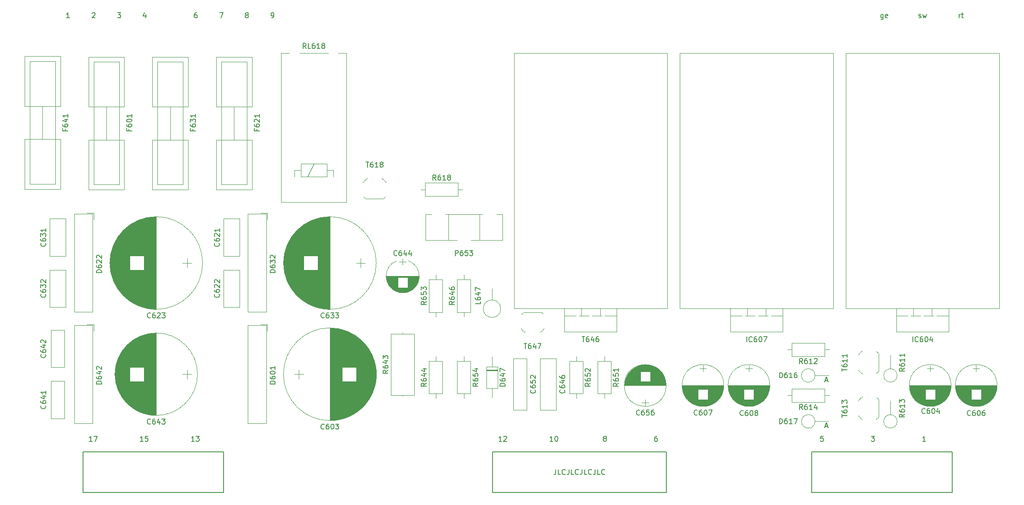
<source format=gto>
G04 #@! TF.GenerationSoftware,KiCad,Pcbnew,(5.1.7)-1*
G04 #@! TF.CreationDate,2022-11-12T18:17:31+01:00*
G04 #@! TF.ProjectId,Netzteil-Modul,4e65747a-7465-4696-9c2d-4d6f64756c2e,rev?*
G04 #@! TF.SameCoordinates,Original*
G04 #@! TF.FileFunction,Legend,Top*
G04 #@! TF.FilePolarity,Positive*
%FSLAX46Y46*%
G04 Gerber Fmt 4.6, Leading zero omitted, Abs format (unit mm)*
G04 Created by KiCad (PCBNEW (5.1.7)-1) date 2022-11-12 18:17:31*
%MOMM*%
%LPD*%
G01*
G04 APERTURE LIST*
%ADD10C,0.150000*%
%ADD11C,0.120000*%
%ADD12O,1.600000X1.600000*%
%ADD13C,7.000000*%
%ADD14C,1.600000*%
%ADD15R,2.400000X2.400000*%
%ADD16C,2.400000*%
%ADD17C,3.000000*%
%ADD18C,2.350000*%
%ADD19R,1.600000X1.600000*%
%ADD20C,2.000000*%
%ADD21O,2.400000X2.400000*%
%ADD22O,2.000000X2.500000*%
%ADD23O,2.500000X2.000000*%
%ADD24C,2.340000*%
%ADD25O,1.500000X2.500000*%
%ADD26R,2.000000X2.000000*%
%ADD27C,3.500000*%
G04 APERTURE END LIST*
D10*
X157980952Y-140452380D02*
X157980952Y-141166666D01*
X157933333Y-141309523D01*
X157838095Y-141404761D01*
X157695238Y-141452380D01*
X157600000Y-141452380D01*
X158933333Y-141452380D02*
X158457142Y-141452380D01*
X158457142Y-140452380D01*
X159838095Y-141357142D02*
X159790476Y-141404761D01*
X159647619Y-141452380D01*
X159552380Y-141452380D01*
X159409523Y-141404761D01*
X159314285Y-141309523D01*
X159266666Y-141214285D01*
X159219047Y-141023809D01*
X159219047Y-140880952D01*
X159266666Y-140690476D01*
X159314285Y-140595238D01*
X159409523Y-140500000D01*
X159552380Y-140452380D01*
X159647619Y-140452380D01*
X159790476Y-140500000D01*
X159838095Y-140547619D01*
X160552380Y-140452380D02*
X160552380Y-141166666D01*
X160504761Y-141309523D01*
X160409523Y-141404761D01*
X160266666Y-141452380D01*
X160171428Y-141452380D01*
X161504761Y-141452380D02*
X161028571Y-141452380D01*
X161028571Y-140452380D01*
X162409523Y-141357142D02*
X162361904Y-141404761D01*
X162219047Y-141452380D01*
X162123809Y-141452380D01*
X161980952Y-141404761D01*
X161885714Y-141309523D01*
X161838095Y-141214285D01*
X161790476Y-141023809D01*
X161790476Y-140880952D01*
X161838095Y-140690476D01*
X161885714Y-140595238D01*
X161980952Y-140500000D01*
X162123809Y-140452380D01*
X162219047Y-140452380D01*
X162361904Y-140500000D01*
X162409523Y-140547619D01*
X163123809Y-140452380D02*
X163123809Y-141166666D01*
X163076190Y-141309523D01*
X162980952Y-141404761D01*
X162838095Y-141452380D01*
X162742857Y-141452380D01*
X164076190Y-141452380D02*
X163600000Y-141452380D01*
X163600000Y-140452380D01*
X164980952Y-141357142D02*
X164933333Y-141404761D01*
X164790476Y-141452380D01*
X164695238Y-141452380D01*
X164552380Y-141404761D01*
X164457142Y-141309523D01*
X164409523Y-141214285D01*
X164361904Y-141023809D01*
X164361904Y-140880952D01*
X164409523Y-140690476D01*
X164457142Y-140595238D01*
X164552380Y-140500000D01*
X164695238Y-140452380D01*
X164790476Y-140452380D01*
X164933333Y-140500000D01*
X164980952Y-140547619D01*
X165695238Y-140452380D02*
X165695238Y-141166666D01*
X165647619Y-141309523D01*
X165552380Y-141404761D01*
X165409523Y-141452380D01*
X165314285Y-141452380D01*
X166647619Y-141452380D02*
X166171428Y-141452380D01*
X166171428Y-140452380D01*
X167552380Y-141357142D02*
X167504761Y-141404761D01*
X167361904Y-141452380D01*
X167266666Y-141452380D01*
X167123809Y-141404761D01*
X167028571Y-141309523D01*
X166980952Y-141214285D01*
X166933333Y-141023809D01*
X166933333Y-140880952D01*
X166980952Y-140690476D01*
X167028571Y-140595238D01*
X167123809Y-140500000D01*
X167266666Y-140452380D01*
X167361904Y-140452380D01*
X167504761Y-140500000D01*
X167552380Y-140547619D01*
X67209523Y-134952380D02*
X66638095Y-134952380D01*
X66923809Y-134952380D02*
X66923809Y-133952380D01*
X66828571Y-134095238D01*
X66733333Y-134190476D01*
X66638095Y-134238095D01*
X67542857Y-133952380D02*
X68209523Y-133952380D01*
X67780952Y-134952380D01*
X77209523Y-134952380D02*
X76638095Y-134952380D01*
X76923809Y-134952380D02*
X76923809Y-133952380D01*
X76828571Y-134095238D01*
X76733333Y-134190476D01*
X76638095Y-134238095D01*
X78114285Y-133952380D02*
X77638095Y-133952380D01*
X77590476Y-134428571D01*
X77638095Y-134380952D01*
X77733333Y-134333333D01*
X77971428Y-134333333D01*
X78066666Y-134380952D01*
X78114285Y-134428571D01*
X78161904Y-134523809D01*
X78161904Y-134761904D01*
X78114285Y-134857142D01*
X78066666Y-134904761D01*
X77971428Y-134952380D01*
X77733333Y-134952380D01*
X77638095Y-134904761D01*
X77590476Y-134857142D01*
X87209523Y-134952380D02*
X86638095Y-134952380D01*
X86923809Y-134952380D02*
X86923809Y-133952380D01*
X86828571Y-134095238D01*
X86733333Y-134190476D01*
X86638095Y-134238095D01*
X87542857Y-133952380D02*
X88161904Y-133952380D01*
X87828571Y-134333333D01*
X87971428Y-134333333D01*
X88066666Y-134380952D01*
X88114285Y-134428571D01*
X88161904Y-134523809D01*
X88161904Y-134761904D01*
X88114285Y-134857142D01*
X88066666Y-134904761D01*
X87971428Y-134952380D01*
X87685714Y-134952380D01*
X87590476Y-134904761D01*
X87542857Y-134857142D01*
X147409523Y-134952380D02*
X146838095Y-134952380D01*
X147123809Y-134952380D02*
X147123809Y-133952380D01*
X147028571Y-134095238D01*
X146933333Y-134190476D01*
X146838095Y-134238095D01*
X147790476Y-134047619D02*
X147838095Y-134000000D01*
X147933333Y-133952380D01*
X148171428Y-133952380D01*
X148266666Y-134000000D01*
X148314285Y-134047619D01*
X148361904Y-134142857D01*
X148361904Y-134238095D01*
X148314285Y-134380952D01*
X147742857Y-134952380D01*
X148361904Y-134952380D01*
X157409523Y-134952380D02*
X156838095Y-134952380D01*
X157123809Y-134952380D02*
X157123809Y-133952380D01*
X157028571Y-134095238D01*
X156933333Y-134190476D01*
X156838095Y-134238095D01*
X158028571Y-133952380D02*
X158123809Y-133952380D01*
X158219047Y-134000000D01*
X158266666Y-134047619D01*
X158314285Y-134142857D01*
X158361904Y-134333333D01*
X158361904Y-134571428D01*
X158314285Y-134761904D01*
X158266666Y-134857142D01*
X158219047Y-134904761D01*
X158123809Y-134952380D01*
X158028571Y-134952380D01*
X157933333Y-134904761D01*
X157885714Y-134857142D01*
X157838095Y-134761904D01*
X157790476Y-134571428D01*
X157790476Y-134333333D01*
X157838095Y-134142857D01*
X157885714Y-134047619D01*
X157933333Y-134000000D01*
X158028571Y-133952380D01*
X167504761Y-134380952D02*
X167409523Y-134333333D01*
X167361904Y-134285714D01*
X167314285Y-134190476D01*
X167314285Y-134142857D01*
X167361904Y-134047619D01*
X167409523Y-134000000D01*
X167504761Y-133952380D01*
X167695238Y-133952380D01*
X167790476Y-134000000D01*
X167838095Y-134047619D01*
X167885714Y-134142857D01*
X167885714Y-134190476D01*
X167838095Y-134285714D01*
X167790476Y-134333333D01*
X167695238Y-134380952D01*
X167504761Y-134380952D01*
X167409523Y-134428571D01*
X167361904Y-134476190D01*
X167314285Y-134571428D01*
X167314285Y-134761904D01*
X167361904Y-134857142D01*
X167409523Y-134904761D01*
X167504761Y-134952380D01*
X167695238Y-134952380D01*
X167790476Y-134904761D01*
X167838095Y-134857142D01*
X167885714Y-134761904D01*
X167885714Y-134571428D01*
X167838095Y-134476190D01*
X167790476Y-134428571D01*
X167695238Y-134380952D01*
X177790476Y-133952380D02*
X177600000Y-133952380D01*
X177504761Y-134000000D01*
X177457142Y-134047619D01*
X177361904Y-134190476D01*
X177314285Y-134380952D01*
X177314285Y-134761904D01*
X177361904Y-134857142D01*
X177409523Y-134904761D01*
X177504761Y-134952380D01*
X177695238Y-134952380D01*
X177790476Y-134904761D01*
X177838095Y-134857142D01*
X177885714Y-134761904D01*
X177885714Y-134523809D01*
X177838095Y-134428571D01*
X177790476Y-134380952D01*
X177695238Y-134333333D01*
X177504761Y-134333333D01*
X177409523Y-134380952D01*
X177361904Y-134428571D01*
X177314285Y-134523809D01*
X210338095Y-133952380D02*
X209861904Y-133952380D01*
X209814285Y-134428571D01*
X209861904Y-134380952D01*
X209957142Y-134333333D01*
X210195238Y-134333333D01*
X210290476Y-134380952D01*
X210338095Y-134428571D01*
X210385714Y-134523809D01*
X210385714Y-134761904D01*
X210338095Y-134857142D01*
X210290476Y-134904761D01*
X210195238Y-134952380D01*
X209957142Y-134952380D01*
X209861904Y-134904761D01*
X209814285Y-134857142D01*
X219766666Y-133952380D02*
X220385714Y-133952380D01*
X220052380Y-134333333D01*
X220195238Y-134333333D01*
X220290476Y-134380952D01*
X220338095Y-134428571D01*
X220385714Y-134523809D01*
X220385714Y-134761904D01*
X220338095Y-134857142D01*
X220290476Y-134904761D01*
X220195238Y-134952380D01*
X219909523Y-134952380D01*
X219814285Y-134904761D01*
X219766666Y-134857142D01*
X230385714Y-134952380D02*
X229814285Y-134952380D01*
X230100000Y-134952380D02*
X230100000Y-133952380D01*
X230004761Y-134095238D01*
X229909523Y-134190476D01*
X229814285Y-134238095D01*
X222085714Y-51285714D02*
X222085714Y-52095238D01*
X222038095Y-52190476D01*
X221990476Y-52238095D01*
X221895238Y-52285714D01*
X221752380Y-52285714D01*
X221657142Y-52238095D01*
X222085714Y-51904761D02*
X221990476Y-51952380D01*
X221800000Y-51952380D01*
X221704761Y-51904761D01*
X221657142Y-51857142D01*
X221609523Y-51761904D01*
X221609523Y-51476190D01*
X221657142Y-51380952D01*
X221704761Y-51333333D01*
X221800000Y-51285714D01*
X221990476Y-51285714D01*
X222085714Y-51333333D01*
X222942857Y-51904761D02*
X222847619Y-51952380D01*
X222657142Y-51952380D01*
X222561904Y-51904761D01*
X222514285Y-51809523D01*
X222514285Y-51428571D01*
X222561904Y-51333333D01*
X222657142Y-51285714D01*
X222847619Y-51285714D01*
X222942857Y-51333333D01*
X222990476Y-51428571D01*
X222990476Y-51523809D01*
X222514285Y-51619047D01*
X229061904Y-51904761D02*
X229157142Y-51952380D01*
X229347619Y-51952380D01*
X229442857Y-51904761D01*
X229490476Y-51809523D01*
X229490476Y-51761904D01*
X229442857Y-51666666D01*
X229347619Y-51619047D01*
X229204761Y-51619047D01*
X229109523Y-51571428D01*
X229061904Y-51476190D01*
X229061904Y-51428571D01*
X229109523Y-51333333D01*
X229204761Y-51285714D01*
X229347619Y-51285714D01*
X229442857Y-51333333D01*
X229823809Y-51285714D02*
X230014285Y-51952380D01*
X230204761Y-51476190D01*
X230395238Y-51952380D01*
X230585714Y-51285714D01*
X236942857Y-51952380D02*
X236942857Y-51285714D01*
X236942857Y-51476190D02*
X236990476Y-51380952D01*
X237038095Y-51333333D01*
X237133333Y-51285714D01*
X237228571Y-51285714D01*
X237419047Y-51285714D02*
X237800000Y-51285714D01*
X237561904Y-50952380D02*
X237561904Y-51809523D01*
X237609523Y-51904761D01*
X237704761Y-51952380D01*
X237800000Y-51952380D01*
X102309523Y-51952380D02*
X102500000Y-51952380D01*
X102595238Y-51904761D01*
X102642857Y-51857142D01*
X102738095Y-51714285D01*
X102785714Y-51523809D01*
X102785714Y-51142857D01*
X102738095Y-51047619D01*
X102690476Y-51000000D01*
X102595238Y-50952380D01*
X102404761Y-50952380D01*
X102309523Y-51000000D01*
X102261904Y-51047619D01*
X102214285Y-51142857D01*
X102214285Y-51380952D01*
X102261904Y-51476190D01*
X102309523Y-51523809D01*
X102404761Y-51571428D01*
X102595238Y-51571428D01*
X102690476Y-51523809D01*
X102738095Y-51476190D01*
X102785714Y-51380952D01*
X97404761Y-51380952D02*
X97309523Y-51333333D01*
X97261904Y-51285714D01*
X97214285Y-51190476D01*
X97214285Y-51142857D01*
X97261904Y-51047619D01*
X97309523Y-51000000D01*
X97404761Y-50952380D01*
X97595238Y-50952380D01*
X97690476Y-51000000D01*
X97738095Y-51047619D01*
X97785714Y-51142857D01*
X97785714Y-51190476D01*
X97738095Y-51285714D01*
X97690476Y-51333333D01*
X97595238Y-51380952D01*
X97404761Y-51380952D01*
X97309523Y-51428571D01*
X97261904Y-51476190D01*
X97214285Y-51571428D01*
X97214285Y-51761904D01*
X97261904Y-51857142D01*
X97309523Y-51904761D01*
X97404761Y-51952380D01*
X97595238Y-51952380D01*
X97690476Y-51904761D01*
X97738095Y-51857142D01*
X97785714Y-51761904D01*
X97785714Y-51571428D01*
X97738095Y-51476190D01*
X97690476Y-51428571D01*
X97595238Y-51380952D01*
X92166666Y-50952380D02*
X92833333Y-50952380D01*
X92404761Y-51952380D01*
X87690476Y-50952380D02*
X87500000Y-50952380D01*
X87404761Y-51000000D01*
X87357142Y-51047619D01*
X87261904Y-51190476D01*
X87214285Y-51380952D01*
X87214285Y-51761904D01*
X87261904Y-51857142D01*
X87309523Y-51904761D01*
X87404761Y-51952380D01*
X87595238Y-51952380D01*
X87690476Y-51904761D01*
X87738095Y-51857142D01*
X87785714Y-51761904D01*
X87785714Y-51523809D01*
X87738095Y-51428571D01*
X87690476Y-51380952D01*
X87595238Y-51333333D01*
X87404761Y-51333333D01*
X87309523Y-51380952D01*
X87261904Y-51428571D01*
X87214285Y-51523809D01*
X77690476Y-51285714D02*
X77690476Y-51952380D01*
X77452380Y-50904761D02*
X77214285Y-51619047D01*
X77833333Y-51619047D01*
X72166666Y-50952380D02*
X72785714Y-50952380D01*
X72452380Y-51333333D01*
X72595238Y-51333333D01*
X72690476Y-51380952D01*
X72738095Y-51428571D01*
X72785714Y-51523809D01*
X72785714Y-51761904D01*
X72738095Y-51857142D01*
X72690476Y-51904761D01*
X72595238Y-51952380D01*
X72309523Y-51952380D01*
X72214285Y-51904761D01*
X72166666Y-51857142D01*
X67214285Y-51047619D02*
X67261904Y-51000000D01*
X67357142Y-50952380D01*
X67595238Y-50952380D01*
X67690476Y-51000000D01*
X67738095Y-51047619D01*
X67785714Y-51142857D01*
X67785714Y-51238095D01*
X67738095Y-51380952D01*
X67166666Y-51952380D01*
X67785714Y-51952380D01*
X62785714Y-51952380D02*
X62214285Y-51952380D01*
X62500000Y-51952380D02*
X62500000Y-50952380D01*
X62404761Y-51095238D01*
X62309523Y-51190476D01*
X62214285Y-51238095D01*
D11*
X179800000Y-108875000D02*
X149800000Y-108875000D01*
X179800000Y-58875000D02*
X179800000Y-108875000D01*
X149800000Y-108875000D02*
X149800000Y-58875000D01*
X149800000Y-58875000D02*
X179800000Y-58875000D01*
X212300000Y-108875000D02*
X182300000Y-108875000D01*
X182300000Y-58875000D02*
X212300000Y-58875000D01*
X212300000Y-58875000D02*
X212300000Y-108875000D01*
X182300000Y-108875000D02*
X182300000Y-58875000D01*
X214800000Y-58875000D02*
X244800000Y-58875000D01*
X214800000Y-108875000D02*
X214800000Y-58875000D01*
X244800000Y-108875000D02*
X214800000Y-108875000D01*
X244800000Y-58875000D02*
X244800000Y-108875000D01*
X208746371Y-122040000D02*
X211400000Y-122040000D01*
X208746371Y-122040000D02*
G75*
G03*
X208746371Y-122040000I-1326371J0D01*
G01*
X208746371Y-131040000D02*
X211400000Y-131040000D01*
X208746371Y-131040000D02*
G75*
G03*
X208746371Y-131040000I-1326371J0D01*
G01*
X96060000Y-101340000D02*
X96060000Y-108660000D01*
X92940000Y-101340000D02*
X92940000Y-108660000D01*
X96060000Y-101340000D02*
X92940000Y-101340000D01*
X96060000Y-108660000D02*
X92940000Y-108660000D01*
X92940000Y-98660000D02*
X92940000Y-91340000D01*
X96060000Y-98660000D02*
X96060000Y-91340000D01*
X92940000Y-98660000D02*
X96060000Y-98660000D01*
X92940000Y-91340000D02*
X96060000Y-91340000D01*
X58940000Y-108660000D02*
X58940000Y-101340000D01*
X62060000Y-108660000D02*
X62060000Y-101340000D01*
X58940000Y-108660000D02*
X62060000Y-108660000D01*
X58940000Y-101340000D02*
X62060000Y-101340000D01*
X58940000Y-98660000D02*
X58940000Y-91340000D01*
X62060000Y-98660000D02*
X62060000Y-91340000D01*
X58940000Y-98660000D02*
X62060000Y-98660000D01*
X58940000Y-91340000D02*
X62060000Y-91340000D01*
X59190000Y-120460000D02*
X59190000Y-113140000D01*
X61810000Y-120460000D02*
X61810000Y-113140000D01*
X59190000Y-120460000D02*
X61810000Y-120460000D01*
X59190000Y-113140000D02*
X61810000Y-113140000D01*
X59190000Y-130460000D02*
X59190000Y-123140000D01*
X61810000Y-130460000D02*
X61810000Y-123140000D01*
X59190000Y-130460000D02*
X61810000Y-130460000D01*
X59190000Y-123140000D02*
X61810000Y-123140000D01*
X133190000Y-109630000D02*
X135810000Y-109630000D01*
X135810000Y-109630000D02*
X135810000Y-103210000D01*
X135810000Y-103210000D02*
X133190000Y-103210000D01*
X133190000Y-103210000D02*
X133190000Y-109630000D01*
X134500000Y-110520000D02*
X134500000Y-109630000D01*
X134500000Y-102320000D02*
X134500000Y-103210000D01*
X160690000Y-125630000D02*
X163310000Y-125630000D01*
X163310000Y-125630000D02*
X163310000Y-119210000D01*
X163310000Y-119210000D02*
X160690000Y-119210000D01*
X160690000Y-119210000D02*
X160690000Y-125630000D01*
X162000000Y-126520000D02*
X162000000Y-125630000D01*
X162000000Y-118320000D02*
X162000000Y-119210000D01*
X87840000Y-121800000D02*
G75*
G03*
X87840000Y-121800000I-8090000J0D01*
G01*
X79750000Y-129851000D02*
X79750000Y-113749000D01*
X79710000Y-129850000D02*
X79710000Y-113750000D01*
X79670000Y-129850000D02*
X79670000Y-113750000D01*
X79630000Y-129850000D02*
X79630000Y-113750000D01*
X79590000Y-129849000D02*
X79590000Y-113751000D01*
X79550000Y-129848000D02*
X79550000Y-113752000D01*
X79510000Y-129847000D02*
X79510000Y-113753000D01*
X79470000Y-129846000D02*
X79470000Y-113754000D01*
X79430000Y-129844000D02*
X79430000Y-113756000D01*
X79390000Y-129842000D02*
X79390000Y-113758000D01*
X79350000Y-129841000D02*
X79350000Y-113759000D01*
X79310000Y-129839000D02*
X79310000Y-113761000D01*
X79270000Y-129836000D02*
X79270000Y-113764000D01*
X79230000Y-129834000D02*
X79230000Y-113766000D01*
X79190000Y-129831000D02*
X79190000Y-113769000D01*
X79150000Y-129828000D02*
X79150000Y-113772000D01*
X79110000Y-129825000D02*
X79110000Y-113775000D01*
X79070000Y-129822000D02*
X79070000Y-113778000D01*
X79029000Y-129818000D02*
X79029000Y-113782000D01*
X78989000Y-129815000D02*
X78989000Y-113785000D01*
X78949000Y-129811000D02*
X78949000Y-113789000D01*
X78909000Y-129807000D02*
X78909000Y-113793000D01*
X78869000Y-129802000D02*
X78869000Y-113798000D01*
X78829000Y-129798000D02*
X78829000Y-113802000D01*
X78789000Y-129793000D02*
X78789000Y-113807000D01*
X78749000Y-129788000D02*
X78749000Y-113812000D01*
X78709000Y-129783000D02*
X78709000Y-113817000D01*
X78669000Y-129778000D02*
X78669000Y-113822000D01*
X78629000Y-129773000D02*
X78629000Y-113827000D01*
X78589000Y-129767000D02*
X78589000Y-113833000D01*
X78549000Y-129761000D02*
X78549000Y-113839000D01*
X78509000Y-129755000D02*
X78509000Y-113845000D01*
X78469000Y-129749000D02*
X78469000Y-113851000D01*
X78429000Y-129742000D02*
X78429000Y-113858000D01*
X78389000Y-129735000D02*
X78389000Y-113865000D01*
X78349000Y-129728000D02*
X78349000Y-113872000D01*
X78309000Y-129721000D02*
X78309000Y-113879000D01*
X78269000Y-129714000D02*
X78269000Y-113886000D01*
X78229000Y-129706000D02*
X78229000Y-113894000D01*
X78189000Y-129699000D02*
X78189000Y-113901000D01*
X78149000Y-129691000D02*
X78149000Y-113909000D01*
X78109000Y-129683000D02*
X78109000Y-113917000D01*
X78069000Y-129674000D02*
X78069000Y-113926000D01*
X78029000Y-129666000D02*
X78029000Y-113934000D01*
X77989000Y-129657000D02*
X77989000Y-113943000D01*
X77949000Y-129648000D02*
X77949000Y-113952000D01*
X77909000Y-129638000D02*
X77909000Y-113962000D01*
X77869000Y-129629000D02*
X77869000Y-113971000D01*
X77829000Y-129619000D02*
X77829000Y-113981000D01*
X77789000Y-129609000D02*
X77789000Y-113991000D01*
X77749000Y-129599000D02*
X77749000Y-114001000D01*
X77709000Y-129589000D02*
X77709000Y-114011000D01*
X77669000Y-129579000D02*
X77669000Y-114021000D01*
X77629000Y-129568000D02*
X77629000Y-114032000D01*
X77589000Y-129557000D02*
X77589000Y-114043000D01*
X77549000Y-129546000D02*
X77549000Y-114054000D01*
X77509000Y-129534000D02*
X77509000Y-114066000D01*
X77469000Y-129523000D02*
X77469000Y-114077000D01*
X77429000Y-129511000D02*
X77429000Y-114089000D01*
X77389000Y-129499000D02*
X77389000Y-114101000D01*
X77349000Y-129486000D02*
X77349000Y-123180000D01*
X77349000Y-120420000D02*
X77349000Y-114114000D01*
X77309000Y-129474000D02*
X77309000Y-123180000D01*
X77309000Y-120420000D02*
X77309000Y-114126000D01*
X77269000Y-129461000D02*
X77269000Y-123180000D01*
X77269000Y-120420000D02*
X77269000Y-114139000D01*
X77229000Y-129448000D02*
X77229000Y-123180000D01*
X77229000Y-120420000D02*
X77229000Y-114152000D01*
X77189000Y-129435000D02*
X77189000Y-123180000D01*
X77189000Y-120420000D02*
X77189000Y-114165000D01*
X77149000Y-129421000D02*
X77149000Y-123180000D01*
X77149000Y-120420000D02*
X77149000Y-114179000D01*
X77109000Y-129408000D02*
X77109000Y-123180000D01*
X77109000Y-120420000D02*
X77109000Y-114192000D01*
X77069000Y-129394000D02*
X77069000Y-123180000D01*
X77069000Y-120420000D02*
X77069000Y-114206000D01*
X77029000Y-129380000D02*
X77029000Y-123180000D01*
X77029000Y-120420000D02*
X77029000Y-114220000D01*
X76989000Y-129365000D02*
X76989000Y-123180000D01*
X76989000Y-120420000D02*
X76989000Y-114235000D01*
X76949000Y-129350000D02*
X76949000Y-123180000D01*
X76949000Y-120420000D02*
X76949000Y-114250000D01*
X76909000Y-129336000D02*
X76909000Y-123180000D01*
X76909000Y-120420000D02*
X76909000Y-114264000D01*
X76869000Y-129321000D02*
X76869000Y-123180000D01*
X76869000Y-120420000D02*
X76869000Y-114279000D01*
X76829000Y-129305000D02*
X76829000Y-123180000D01*
X76829000Y-120420000D02*
X76829000Y-114295000D01*
X76789000Y-129290000D02*
X76789000Y-123180000D01*
X76789000Y-120420000D02*
X76789000Y-114310000D01*
X76749000Y-129274000D02*
X76749000Y-123180000D01*
X76749000Y-120420000D02*
X76749000Y-114326000D01*
X76709000Y-129258000D02*
X76709000Y-123180000D01*
X76709000Y-120420000D02*
X76709000Y-114342000D01*
X76669000Y-129241000D02*
X76669000Y-123180000D01*
X76669000Y-120420000D02*
X76669000Y-114359000D01*
X76629000Y-129225000D02*
X76629000Y-123180000D01*
X76629000Y-120420000D02*
X76629000Y-114375000D01*
X76589000Y-129208000D02*
X76589000Y-123180000D01*
X76589000Y-120420000D02*
X76589000Y-114392000D01*
X76549000Y-129191000D02*
X76549000Y-123180000D01*
X76549000Y-120420000D02*
X76549000Y-114409000D01*
X76509000Y-129173000D02*
X76509000Y-123180000D01*
X76509000Y-120420000D02*
X76509000Y-114427000D01*
X76469000Y-129156000D02*
X76469000Y-123180000D01*
X76469000Y-120420000D02*
X76469000Y-114444000D01*
X76429000Y-129138000D02*
X76429000Y-123180000D01*
X76429000Y-120420000D02*
X76429000Y-114462000D01*
X76389000Y-129120000D02*
X76389000Y-123180000D01*
X76389000Y-120420000D02*
X76389000Y-114480000D01*
X76349000Y-129101000D02*
X76349000Y-123180000D01*
X76349000Y-120420000D02*
X76349000Y-114499000D01*
X76309000Y-129083000D02*
X76309000Y-123180000D01*
X76309000Y-120420000D02*
X76309000Y-114517000D01*
X76269000Y-129064000D02*
X76269000Y-123180000D01*
X76269000Y-120420000D02*
X76269000Y-114536000D01*
X76229000Y-129045000D02*
X76229000Y-123180000D01*
X76229000Y-120420000D02*
X76229000Y-114555000D01*
X76189000Y-129025000D02*
X76189000Y-123180000D01*
X76189000Y-120420000D02*
X76189000Y-114575000D01*
X76149000Y-129005000D02*
X76149000Y-123180000D01*
X76149000Y-120420000D02*
X76149000Y-114595000D01*
X76109000Y-128985000D02*
X76109000Y-123180000D01*
X76109000Y-120420000D02*
X76109000Y-114615000D01*
X76069000Y-128965000D02*
X76069000Y-123180000D01*
X76069000Y-120420000D02*
X76069000Y-114635000D01*
X76029000Y-128944000D02*
X76029000Y-123180000D01*
X76029000Y-120420000D02*
X76029000Y-114656000D01*
X75989000Y-128924000D02*
X75989000Y-123180000D01*
X75989000Y-120420000D02*
X75989000Y-114676000D01*
X75949000Y-128902000D02*
X75949000Y-123180000D01*
X75949000Y-120420000D02*
X75949000Y-114698000D01*
X75909000Y-128881000D02*
X75909000Y-123180000D01*
X75909000Y-120420000D02*
X75909000Y-114719000D01*
X75869000Y-128859000D02*
X75869000Y-123180000D01*
X75869000Y-120420000D02*
X75869000Y-114741000D01*
X75829000Y-128837000D02*
X75829000Y-123180000D01*
X75829000Y-120420000D02*
X75829000Y-114763000D01*
X75789000Y-128815000D02*
X75789000Y-123180000D01*
X75789000Y-120420000D02*
X75789000Y-114785000D01*
X75749000Y-128792000D02*
X75749000Y-123180000D01*
X75749000Y-120420000D02*
X75749000Y-114808000D01*
X75709000Y-128770000D02*
X75709000Y-123180000D01*
X75709000Y-120420000D02*
X75709000Y-114830000D01*
X75669000Y-128746000D02*
X75669000Y-123180000D01*
X75669000Y-120420000D02*
X75669000Y-114854000D01*
X75629000Y-128723000D02*
X75629000Y-123180000D01*
X75629000Y-120420000D02*
X75629000Y-114877000D01*
X75589000Y-128699000D02*
X75589000Y-123180000D01*
X75589000Y-120420000D02*
X75589000Y-114901000D01*
X75549000Y-128675000D02*
X75549000Y-123180000D01*
X75549000Y-120420000D02*
X75549000Y-114925000D01*
X75509000Y-128650000D02*
X75509000Y-123180000D01*
X75509000Y-120420000D02*
X75509000Y-114950000D01*
X75469000Y-128626000D02*
X75469000Y-123180000D01*
X75469000Y-120420000D02*
X75469000Y-114974000D01*
X75429000Y-128601000D02*
X75429000Y-123180000D01*
X75429000Y-120420000D02*
X75429000Y-114999000D01*
X75389000Y-128575000D02*
X75389000Y-123180000D01*
X75389000Y-120420000D02*
X75389000Y-115025000D01*
X75349000Y-128549000D02*
X75349000Y-123180000D01*
X75349000Y-120420000D02*
X75349000Y-115051000D01*
X75309000Y-128523000D02*
X75309000Y-123180000D01*
X75309000Y-120420000D02*
X75309000Y-115077000D01*
X75269000Y-128497000D02*
X75269000Y-123180000D01*
X75269000Y-120420000D02*
X75269000Y-115103000D01*
X75229000Y-128470000D02*
X75229000Y-123180000D01*
X75229000Y-120420000D02*
X75229000Y-115130000D01*
X75189000Y-128443000D02*
X75189000Y-123180000D01*
X75189000Y-120420000D02*
X75189000Y-115157000D01*
X75149000Y-128415000D02*
X75149000Y-123180000D01*
X75149000Y-120420000D02*
X75149000Y-115185000D01*
X75109000Y-128388000D02*
X75109000Y-123180000D01*
X75109000Y-120420000D02*
X75109000Y-115212000D01*
X75069000Y-128359000D02*
X75069000Y-123180000D01*
X75069000Y-120420000D02*
X75069000Y-115241000D01*
X75029000Y-128331000D02*
X75029000Y-123180000D01*
X75029000Y-120420000D02*
X75029000Y-115269000D01*
X74989000Y-128302000D02*
X74989000Y-123180000D01*
X74989000Y-120420000D02*
X74989000Y-115298000D01*
X74949000Y-128273000D02*
X74949000Y-123180000D01*
X74949000Y-120420000D02*
X74949000Y-115327000D01*
X74909000Y-128243000D02*
X74909000Y-123180000D01*
X74909000Y-120420000D02*
X74909000Y-115357000D01*
X74869000Y-128213000D02*
X74869000Y-123180000D01*
X74869000Y-120420000D02*
X74869000Y-115387000D01*
X74829000Y-128182000D02*
X74829000Y-123180000D01*
X74829000Y-120420000D02*
X74829000Y-115418000D01*
X74789000Y-128152000D02*
X74789000Y-123180000D01*
X74789000Y-120420000D02*
X74789000Y-115448000D01*
X74749000Y-128120000D02*
X74749000Y-123180000D01*
X74749000Y-120420000D02*
X74749000Y-115480000D01*
X74709000Y-128089000D02*
X74709000Y-123180000D01*
X74709000Y-120420000D02*
X74709000Y-115511000D01*
X74669000Y-128057000D02*
X74669000Y-123180000D01*
X74669000Y-120420000D02*
X74669000Y-115543000D01*
X74629000Y-128024000D02*
X74629000Y-123180000D01*
X74629000Y-120420000D02*
X74629000Y-115576000D01*
X74589000Y-127991000D02*
X74589000Y-115609000D01*
X74549000Y-127958000D02*
X74549000Y-115642000D01*
X74509000Y-127924000D02*
X74509000Y-115676000D01*
X74469000Y-127890000D02*
X74469000Y-115710000D01*
X74429000Y-127855000D02*
X74429000Y-115745000D01*
X74389000Y-127820000D02*
X74389000Y-115780000D01*
X74349000Y-127784000D02*
X74349000Y-115816000D01*
X74309000Y-127748000D02*
X74309000Y-115852000D01*
X74269000Y-127712000D02*
X74269000Y-115888000D01*
X74229000Y-127675000D02*
X74229000Y-115925000D01*
X74189000Y-127637000D02*
X74189000Y-115963000D01*
X74149000Y-127599000D02*
X74149000Y-116001000D01*
X74109000Y-127560000D02*
X74109000Y-116040000D01*
X74069000Y-127521000D02*
X74069000Y-116079000D01*
X74029000Y-127481000D02*
X74029000Y-116119000D01*
X73989000Y-127441000D02*
X73989000Y-116159000D01*
X73949000Y-127400000D02*
X73949000Y-116200000D01*
X73909000Y-127359000D02*
X73909000Y-116241000D01*
X73869000Y-127317000D02*
X73869000Y-116283000D01*
X73829000Y-127274000D02*
X73829000Y-116326000D01*
X73789000Y-127231000D02*
X73789000Y-116369000D01*
X73749000Y-127187000D02*
X73749000Y-116413000D01*
X73709000Y-127143000D02*
X73709000Y-116457000D01*
X73669000Y-127097000D02*
X73669000Y-116503000D01*
X73629000Y-127051000D02*
X73629000Y-116549000D01*
X73589000Y-127005000D02*
X73589000Y-116595000D01*
X73549000Y-126957000D02*
X73549000Y-116643000D01*
X73509000Y-126909000D02*
X73509000Y-116691000D01*
X73469000Y-126860000D02*
X73469000Y-116740000D01*
X73429000Y-126811000D02*
X73429000Y-116789000D01*
X73389000Y-126760000D02*
X73389000Y-116840000D01*
X73349000Y-126709000D02*
X73349000Y-116891000D01*
X73309000Y-126657000D02*
X73309000Y-116943000D01*
X73269000Y-126604000D02*
X73269000Y-116996000D01*
X73229000Y-126550000D02*
X73229000Y-117050000D01*
X73189000Y-126495000D02*
X73189000Y-117105000D01*
X73149000Y-126439000D02*
X73149000Y-117161000D01*
X73109000Y-126382000D02*
X73109000Y-117218000D01*
X73069000Y-126324000D02*
X73069000Y-117276000D01*
X73029000Y-126265000D02*
X73029000Y-117335000D01*
X72989000Y-126205000D02*
X72989000Y-117395000D01*
X72949000Y-126143000D02*
X72949000Y-117457000D01*
X72909000Y-126081000D02*
X72909000Y-117519000D01*
X72869000Y-126017000D02*
X72869000Y-117583000D01*
X72829000Y-125951000D02*
X72829000Y-117649000D01*
X72789000Y-125884000D02*
X72789000Y-117716000D01*
X72749000Y-125816000D02*
X72749000Y-117784000D01*
X72709000Y-125746000D02*
X72709000Y-117854000D01*
X72669000Y-125675000D02*
X72669000Y-117925000D01*
X72629000Y-125602000D02*
X72629000Y-117998000D01*
X72589000Y-125526000D02*
X72589000Y-118074000D01*
X72549000Y-125449000D02*
X72549000Y-118151000D01*
X72509000Y-125370000D02*
X72509000Y-118230000D01*
X72469000Y-125289000D02*
X72469000Y-118311000D01*
X72429000Y-125205000D02*
X72429000Y-118395000D01*
X72389000Y-125119000D02*
X72389000Y-118481000D01*
X72349000Y-125030000D02*
X72349000Y-118570000D01*
X72309000Y-124938000D02*
X72309000Y-118662000D01*
X72269000Y-124842000D02*
X72269000Y-118758000D01*
X72229000Y-124743000D02*
X72229000Y-118857000D01*
X72189000Y-124641000D02*
X72189000Y-118959000D01*
X72149000Y-124533000D02*
X72149000Y-119067000D01*
X72109000Y-124421000D02*
X72109000Y-119179000D01*
X72069000Y-124303000D02*
X72069000Y-119297000D01*
X72029000Y-124179000D02*
X72029000Y-119421000D01*
X71989000Y-124048000D02*
X71989000Y-119552000D01*
X71949000Y-123907000D02*
X71949000Y-119693000D01*
X71909000Y-123756000D02*
X71909000Y-119844000D01*
X71869000Y-123592000D02*
X71869000Y-120008000D01*
X71829000Y-123410000D02*
X71829000Y-120190000D01*
X71789000Y-123205000D02*
X71789000Y-120395000D01*
X71749000Y-122964000D02*
X71749000Y-120636000D01*
X71709000Y-122659000D02*
X71709000Y-120941000D01*
X71669000Y-122163000D02*
X71669000Y-121437000D01*
X86700000Y-121800000D02*
X84900000Y-121800000D01*
X85800000Y-122700000D02*
X85800000Y-120900000D01*
D10*
X145600000Y-145000000D02*
X145600000Y-137000000D01*
X179600000Y-137000000D02*
X145600000Y-137000000D01*
X179600000Y-145000000D02*
X179600000Y-137000000D01*
X145600000Y-145000000D02*
X179600000Y-145000000D01*
X65400000Y-145000000D02*
X65400000Y-137000000D01*
X92900000Y-137000000D02*
X65400000Y-137000000D01*
X92900000Y-145000000D02*
X92900000Y-137000000D01*
X65400000Y-145000000D02*
X92900000Y-145000000D01*
X208100000Y-145000000D02*
X208100000Y-137000000D01*
X235600000Y-137000000D02*
X208100000Y-137000000D01*
X235600000Y-145000000D02*
X235600000Y-137000000D01*
X208100000Y-145000000D02*
X235600000Y-145000000D01*
D11*
X108070000Y-83060000D02*
X108070000Y-81790000D01*
X113150000Y-83060000D02*
X108070000Y-83060000D01*
X113150000Y-80520000D02*
X113150000Y-83060000D01*
X108070000Y-80520000D02*
X113150000Y-80520000D01*
X108070000Y-81790000D02*
X108070000Y-80520000D01*
X106800000Y-81790000D02*
X108070000Y-81790000D01*
X106800000Y-83060000D02*
X106800000Y-81790000D01*
X114420000Y-81790000D02*
X114420000Y-83060000D01*
X113150000Y-81790000D02*
X114420000Y-81790000D01*
X109340000Y-83060000D02*
X110610000Y-80520000D01*
X104200000Y-58880000D02*
X105800000Y-58880000D01*
X104200000Y-88080000D02*
X104200000Y-58880000D01*
X117000000Y-88080000D02*
X104200000Y-88080000D01*
X107800000Y-58880000D02*
X113400000Y-58880000D01*
X117000000Y-58880000D02*
X117000000Y-88080000D01*
X115400000Y-58880000D02*
X117000000Y-58880000D01*
X98500000Y-69350000D02*
X91500000Y-69350000D01*
X91500000Y-69350000D02*
X91500000Y-59600000D01*
X98500000Y-59600000D02*
X91500000Y-59600000D01*
X98500000Y-69350000D02*
X98500000Y-59600000D01*
X97500000Y-60600000D02*
X92500000Y-60600000D01*
X91500000Y-85600000D02*
X91500000Y-84600000D01*
X98500000Y-85600000D02*
X91500000Y-85600000D01*
X98500000Y-85600000D02*
X98500000Y-84600000D01*
X97500000Y-84600000D02*
X92500000Y-84600000D01*
X97500000Y-84600000D02*
X97500000Y-73850000D01*
X92500000Y-84600000D02*
X92500000Y-74100000D01*
X97500000Y-73850000D02*
X97500000Y-62100000D01*
X92500000Y-74100000D02*
X92500000Y-61850000D01*
X97500000Y-62100000D02*
X97500000Y-60600000D01*
X92500000Y-61850000D02*
X92500000Y-60600000D01*
X98500000Y-84600000D02*
X98500000Y-75850000D01*
X91500000Y-84600000D02*
X91500000Y-75850000D01*
X98500000Y-75850000D02*
X91500000Y-75850000D01*
X95000000Y-75850000D02*
X95000000Y-69350000D01*
X61000000Y-69250000D02*
X54000000Y-69250000D01*
X54000000Y-69250000D02*
X54000000Y-59500000D01*
X61000000Y-59500000D02*
X54000000Y-59500000D01*
X61000000Y-69250000D02*
X61000000Y-59500000D01*
X60000000Y-60500000D02*
X55000000Y-60500000D01*
X54000000Y-85500000D02*
X54000000Y-84500000D01*
X61000000Y-85500000D02*
X54000000Y-85500000D01*
X61000000Y-85500000D02*
X61000000Y-84500000D01*
X60000000Y-84500000D02*
X55000000Y-84500000D01*
X60000000Y-84500000D02*
X60000000Y-73750000D01*
X55000000Y-84500000D02*
X55000000Y-74000000D01*
X60000000Y-73750000D02*
X60000000Y-62000000D01*
X55000000Y-74000000D02*
X55000000Y-61750000D01*
X60000000Y-62000000D02*
X60000000Y-60500000D01*
X55000000Y-61750000D02*
X55000000Y-60500000D01*
X61000000Y-84500000D02*
X61000000Y-75750000D01*
X54000000Y-84500000D02*
X54000000Y-75750000D01*
X61000000Y-75750000D02*
X54000000Y-75750000D01*
X57500000Y-75750000D02*
X57500000Y-69250000D01*
X199890000Y-124000000D02*
G75*
G03*
X199890000Y-124000000I-4090000J0D01*
G01*
X199850000Y-124000000D02*
X191750000Y-124000000D01*
X199850000Y-124040000D02*
X191750000Y-124040000D01*
X199850000Y-124080000D02*
X191750000Y-124080000D01*
X199849000Y-124120000D02*
X191751000Y-124120000D01*
X199847000Y-124160000D02*
X191753000Y-124160000D01*
X199846000Y-124200000D02*
X191754000Y-124200000D01*
X199843000Y-124240000D02*
X191757000Y-124240000D01*
X199841000Y-124280000D02*
X191759000Y-124280000D01*
X199838000Y-124320000D02*
X191762000Y-124320000D01*
X199835000Y-124360000D02*
X191765000Y-124360000D01*
X199831000Y-124400000D02*
X191769000Y-124400000D01*
X199827000Y-124440000D02*
X191773000Y-124440000D01*
X199822000Y-124480000D02*
X191778000Y-124480000D01*
X199817000Y-124520000D02*
X191783000Y-124520000D01*
X199812000Y-124560000D02*
X191788000Y-124560000D01*
X199806000Y-124600000D02*
X191794000Y-124600000D01*
X199800000Y-124640000D02*
X191800000Y-124640000D01*
X199794000Y-124680000D02*
X191806000Y-124680000D01*
X199787000Y-124721000D02*
X191813000Y-124721000D01*
X199779000Y-124761000D02*
X191821000Y-124761000D01*
X199771000Y-124801000D02*
X196780000Y-124801000D01*
X194820000Y-124801000D02*
X191829000Y-124801000D01*
X199763000Y-124841000D02*
X196780000Y-124841000D01*
X194820000Y-124841000D02*
X191837000Y-124841000D01*
X199755000Y-124881000D02*
X196780000Y-124881000D01*
X194820000Y-124881000D02*
X191845000Y-124881000D01*
X199746000Y-124921000D02*
X196780000Y-124921000D01*
X194820000Y-124921000D02*
X191854000Y-124921000D01*
X199736000Y-124961000D02*
X196780000Y-124961000D01*
X194820000Y-124961000D02*
X191864000Y-124961000D01*
X199726000Y-125001000D02*
X196780000Y-125001000D01*
X194820000Y-125001000D02*
X191874000Y-125001000D01*
X199716000Y-125041000D02*
X196780000Y-125041000D01*
X194820000Y-125041000D02*
X191884000Y-125041000D01*
X199705000Y-125081000D02*
X196780000Y-125081000D01*
X194820000Y-125081000D02*
X191895000Y-125081000D01*
X199694000Y-125121000D02*
X196780000Y-125121000D01*
X194820000Y-125121000D02*
X191906000Y-125121000D01*
X199683000Y-125161000D02*
X196780000Y-125161000D01*
X194820000Y-125161000D02*
X191917000Y-125161000D01*
X199670000Y-125201000D02*
X196780000Y-125201000D01*
X194820000Y-125201000D02*
X191930000Y-125201000D01*
X199658000Y-125241000D02*
X196780000Y-125241000D01*
X194820000Y-125241000D02*
X191942000Y-125241000D01*
X199645000Y-125281000D02*
X196780000Y-125281000D01*
X194820000Y-125281000D02*
X191955000Y-125281000D01*
X199632000Y-125321000D02*
X196780000Y-125321000D01*
X194820000Y-125321000D02*
X191968000Y-125321000D01*
X199618000Y-125361000D02*
X196780000Y-125361000D01*
X194820000Y-125361000D02*
X191982000Y-125361000D01*
X199603000Y-125401000D02*
X196780000Y-125401000D01*
X194820000Y-125401000D02*
X191997000Y-125401000D01*
X199589000Y-125441000D02*
X196780000Y-125441000D01*
X194820000Y-125441000D02*
X192011000Y-125441000D01*
X199573000Y-125481000D02*
X196780000Y-125481000D01*
X194820000Y-125481000D02*
X192027000Y-125481000D01*
X199558000Y-125521000D02*
X196780000Y-125521000D01*
X194820000Y-125521000D02*
X192042000Y-125521000D01*
X199541000Y-125561000D02*
X196780000Y-125561000D01*
X194820000Y-125561000D02*
X192059000Y-125561000D01*
X199525000Y-125601000D02*
X196780000Y-125601000D01*
X194820000Y-125601000D02*
X192075000Y-125601000D01*
X199507000Y-125641000D02*
X196780000Y-125641000D01*
X194820000Y-125641000D02*
X192093000Y-125641000D01*
X199490000Y-125681000D02*
X196780000Y-125681000D01*
X194820000Y-125681000D02*
X192110000Y-125681000D01*
X199471000Y-125721000D02*
X196780000Y-125721000D01*
X194820000Y-125721000D02*
X192129000Y-125721000D01*
X199452000Y-125761000D02*
X196780000Y-125761000D01*
X194820000Y-125761000D02*
X192148000Y-125761000D01*
X199433000Y-125801000D02*
X196780000Y-125801000D01*
X194820000Y-125801000D02*
X192167000Y-125801000D01*
X199413000Y-125841000D02*
X196780000Y-125841000D01*
X194820000Y-125841000D02*
X192187000Y-125841000D01*
X199393000Y-125881000D02*
X196780000Y-125881000D01*
X194820000Y-125881000D02*
X192207000Y-125881000D01*
X199372000Y-125921000D02*
X196780000Y-125921000D01*
X194820000Y-125921000D02*
X192228000Y-125921000D01*
X199350000Y-125961000D02*
X196780000Y-125961000D01*
X194820000Y-125961000D02*
X192250000Y-125961000D01*
X199328000Y-126001000D02*
X196780000Y-126001000D01*
X194820000Y-126001000D02*
X192272000Y-126001000D01*
X199305000Y-126041000D02*
X196780000Y-126041000D01*
X194820000Y-126041000D02*
X192295000Y-126041000D01*
X199282000Y-126081000D02*
X196780000Y-126081000D01*
X194820000Y-126081000D02*
X192318000Y-126081000D01*
X199258000Y-126121000D02*
X196780000Y-126121000D01*
X194820000Y-126121000D02*
X192342000Y-126121000D01*
X199234000Y-126161000D02*
X196780000Y-126161000D01*
X194820000Y-126161000D02*
X192366000Y-126161000D01*
X199208000Y-126201000D02*
X196780000Y-126201000D01*
X194820000Y-126201000D02*
X192392000Y-126201000D01*
X199183000Y-126241000D02*
X196780000Y-126241000D01*
X194820000Y-126241000D02*
X192417000Y-126241000D01*
X199156000Y-126281000D02*
X196780000Y-126281000D01*
X194820000Y-126281000D02*
X192444000Y-126281000D01*
X199129000Y-126321000D02*
X196780000Y-126321000D01*
X194820000Y-126321000D02*
X192471000Y-126321000D01*
X199101000Y-126361000D02*
X196780000Y-126361000D01*
X194820000Y-126361000D02*
X192499000Y-126361000D01*
X199072000Y-126401000D02*
X196780000Y-126401000D01*
X194820000Y-126401000D02*
X192528000Y-126401000D01*
X199043000Y-126441000D02*
X196780000Y-126441000D01*
X194820000Y-126441000D02*
X192557000Y-126441000D01*
X199013000Y-126481000D02*
X196780000Y-126481000D01*
X194820000Y-126481000D02*
X192587000Y-126481000D01*
X198982000Y-126521000D02*
X196780000Y-126521000D01*
X194820000Y-126521000D02*
X192618000Y-126521000D01*
X198950000Y-126561000D02*
X196780000Y-126561000D01*
X194820000Y-126561000D02*
X192650000Y-126561000D01*
X198918000Y-126601000D02*
X196780000Y-126601000D01*
X194820000Y-126601000D02*
X192682000Y-126601000D01*
X198884000Y-126641000D02*
X196780000Y-126641000D01*
X194820000Y-126641000D02*
X192716000Y-126641000D01*
X198850000Y-126681000D02*
X196780000Y-126681000D01*
X194820000Y-126681000D02*
X192750000Y-126681000D01*
X198815000Y-126721000D02*
X196780000Y-126721000D01*
X194820000Y-126721000D02*
X192785000Y-126721000D01*
X198779000Y-126761000D02*
X192821000Y-126761000D01*
X198742000Y-126801000D02*
X192858000Y-126801000D01*
X198704000Y-126841000D02*
X192896000Y-126841000D01*
X198665000Y-126881000D02*
X192935000Y-126881000D01*
X198624000Y-126921000D02*
X192976000Y-126921000D01*
X198583000Y-126961000D02*
X193017000Y-126961000D01*
X198540000Y-127001000D02*
X193060000Y-127001000D01*
X198497000Y-127041000D02*
X193103000Y-127041000D01*
X198452000Y-127081000D02*
X193148000Y-127081000D01*
X198405000Y-127121000D02*
X193195000Y-127121000D01*
X198357000Y-127161000D02*
X193243000Y-127161000D01*
X198308000Y-127201000D02*
X193292000Y-127201000D01*
X198257000Y-127241000D02*
X193343000Y-127241000D01*
X198204000Y-127281000D02*
X193396000Y-127281000D01*
X198149000Y-127321000D02*
X193451000Y-127321000D01*
X198093000Y-127361000D02*
X193507000Y-127361000D01*
X198034000Y-127401000D02*
X193566000Y-127401000D01*
X197973000Y-127441000D02*
X193627000Y-127441000D01*
X197909000Y-127481000D02*
X193691000Y-127481000D01*
X197843000Y-127521000D02*
X193757000Y-127521000D01*
X197774000Y-127561000D02*
X193826000Y-127561000D01*
X197702000Y-127601000D02*
X193898000Y-127601000D01*
X197626000Y-127641000D02*
X193974000Y-127641000D01*
X197545000Y-127681000D02*
X194055000Y-127681000D01*
X197460000Y-127721000D02*
X194140000Y-127721000D01*
X197370000Y-127761000D02*
X194230000Y-127761000D01*
X197273000Y-127801000D02*
X194327000Y-127801000D01*
X197169000Y-127841000D02*
X194431000Y-127841000D01*
X197054000Y-127881000D02*
X194546000Y-127881000D01*
X196927000Y-127921000D02*
X194673000Y-127921000D01*
X196783000Y-127961000D02*
X194817000Y-127961000D01*
X196614000Y-128001000D02*
X194986000Y-128001000D01*
X196398000Y-128041000D02*
X195202000Y-128041000D01*
X196046000Y-128081000D02*
X195554000Y-128081000D01*
X195800000Y-120050000D02*
X195800000Y-121250000D01*
X196450000Y-120650000D02*
X195150000Y-120650000D01*
X190890000Y-124000000D02*
G75*
G03*
X190890000Y-124000000I-4090000J0D01*
G01*
X190850000Y-124000000D02*
X182750000Y-124000000D01*
X190850000Y-124040000D02*
X182750000Y-124040000D01*
X190850000Y-124080000D02*
X182750000Y-124080000D01*
X190849000Y-124120000D02*
X182751000Y-124120000D01*
X190847000Y-124160000D02*
X182753000Y-124160000D01*
X190846000Y-124200000D02*
X182754000Y-124200000D01*
X190843000Y-124240000D02*
X182757000Y-124240000D01*
X190841000Y-124280000D02*
X182759000Y-124280000D01*
X190838000Y-124320000D02*
X182762000Y-124320000D01*
X190835000Y-124360000D02*
X182765000Y-124360000D01*
X190831000Y-124400000D02*
X182769000Y-124400000D01*
X190827000Y-124440000D02*
X182773000Y-124440000D01*
X190822000Y-124480000D02*
X182778000Y-124480000D01*
X190817000Y-124520000D02*
X182783000Y-124520000D01*
X190812000Y-124560000D02*
X182788000Y-124560000D01*
X190806000Y-124600000D02*
X182794000Y-124600000D01*
X190800000Y-124640000D02*
X182800000Y-124640000D01*
X190794000Y-124680000D02*
X182806000Y-124680000D01*
X190787000Y-124721000D02*
X182813000Y-124721000D01*
X190779000Y-124761000D02*
X182821000Y-124761000D01*
X190771000Y-124801000D02*
X187780000Y-124801000D01*
X185820000Y-124801000D02*
X182829000Y-124801000D01*
X190763000Y-124841000D02*
X187780000Y-124841000D01*
X185820000Y-124841000D02*
X182837000Y-124841000D01*
X190755000Y-124881000D02*
X187780000Y-124881000D01*
X185820000Y-124881000D02*
X182845000Y-124881000D01*
X190746000Y-124921000D02*
X187780000Y-124921000D01*
X185820000Y-124921000D02*
X182854000Y-124921000D01*
X190736000Y-124961000D02*
X187780000Y-124961000D01*
X185820000Y-124961000D02*
X182864000Y-124961000D01*
X190726000Y-125001000D02*
X187780000Y-125001000D01*
X185820000Y-125001000D02*
X182874000Y-125001000D01*
X190716000Y-125041000D02*
X187780000Y-125041000D01*
X185820000Y-125041000D02*
X182884000Y-125041000D01*
X190705000Y-125081000D02*
X187780000Y-125081000D01*
X185820000Y-125081000D02*
X182895000Y-125081000D01*
X190694000Y-125121000D02*
X187780000Y-125121000D01*
X185820000Y-125121000D02*
X182906000Y-125121000D01*
X190683000Y-125161000D02*
X187780000Y-125161000D01*
X185820000Y-125161000D02*
X182917000Y-125161000D01*
X190670000Y-125201000D02*
X187780000Y-125201000D01*
X185820000Y-125201000D02*
X182930000Y-125201000D01*
X190658000Y-125241000D02*
X187780000Y-125241000D01*
X185820000Y-125241000D02*
X182942000Y-125241000D01*
X190645000Y-125281000D02*
X187780000Y-125281000D01*
X185820000Y-125281000D02*
X182955000Y-125281000D01*
X190632000Y-125321000D02*
X187780000Y-125321000D01*
X185820000Y-125321000D02*
X182968000Y-125321000D01*
X190618000Y-125361000D02*
X187780000Y-125361000D01*
X185820000Y-125361000D02*
X182982000Y-125361000D01*
X190603000Y-125401000D02*
X187780000Y-125401000D01*
X185820000Y-125401000D02*
X182997000Y-125401000D01*
X190589000Y-125441000D02*
X187780000Y-125441000D01*
X185820000Y-125441000D02*
X183011000Y-125441000D01*
X190573000Y-125481000D02*
X187780000Y-125481000D01*
X185820000Y-125481000D02*
X183027000Y-125481000D01*
X190558000Y-125521000D02*
X187780000Y-125521000D01*
X185820000Y-125521000D02*
X183042000Y-125521000D01*
X190541000Y-125561000D02*
X187780000Y-125561000D01*
X185820000Y-125561000D02*
X183059000Y-125561000D01*
X190525000Y-125601000D02*
X187780000Y-125601000D01*
X185820000Y-125601000D02*
X183075000Y-125601000D01*
X190507000Y-125641000D02*
X187780000Y-125641000D01*
X185820000Y-125641000D02*
X183093000Y-125641000D01*
X190490000Y-125681000D02*
X187780000Y-125681000D01*
X185820000Y-125681000D02*
X183110000Y-125681000D01*
X190471000Y-125721000D02*
X187780000Y-125721000D01*
X185820000Y-125721000D02*
X183129000Y-125721000D01*
X190452000Y-125761000D02*
X187780000Y-125761000D01*
X185820000Y-125761000D02*
X183148000Y-125761000D01*
X190433000Y-125801000D02*
X187780000Y-125801000D01*
X185820000Y-125801000D02*
X183167000Y-125801000D01*
X190413000Y-125841000D02*
X187780000Y-125841000D01*
X185820000Y-125841000D02*
X183187000Y-125841000D01*
X190393000Y-125881000D02*
X187780000Y-125881000D01*
X185820000Y-125881000D02*
X183207000Y-125881000D01*
X190372000Y-125921000D02*
X187780000Y-125921000D01*
X185820000Y-125921000D02*
X183228000Y-125921000D01*
X190350000Y-125961000D02*
X187780000Y-125961000D01*
X185820000Y-125961000D02*
X183250000Y-125961000D01*
X190328000Y-126001000D02*
X187780000Y-126001000D01*
X185820000Y-126001000D02*
X183272000Y-126001000D01*
X190305000Y-126041000D02*
X187780000Y-126041000D01*
X185820000Y-126041000D02*
X183295000Y-126041000D01*
X190282000Y-126081000D02*
X187780000Y-126081000D01*
X185820000Y-126081000D02*
X183318000Y-126081000D01*
X190258000Y-126121000D02*
X187780000Y-126121000D01*
X185820000Y-126121000D02*
X183342000Y-126121000D01*
X190234000Y-126161000D02*
X187780000Y-126161000D01*
X185820000Y-126161000D02*
X183366000Y-126161000D01*
X190208000Y-126201000D02*
X187780000Y-126201000D01*
X185820000Y-126201000D02*
X183392000Y-126201000D01*
X190183000Y-126241000D02*
X187780000Y-126241000D01*
X185820000Y-126241000D02*
X183417000Y-126241000D01*
X190156000Y-126281000D02*
X187780000Y-126281000D01*
X185820000Y-126281000D02*
X183444000Y-126281000D01*
X190129000Y-126321000D02*
X187780000Y-126321000D01*
X185820000Y-126321000D02*
X183471000Y-126321000D01*
X190101000Y-126361000D02*
X187780000Y-126361000D01*
X185820000Y-126361000D02*
X183499000Y-126361000D01*
X190072000Y-126401000D02*
X187780000Y-126401000D01*
X185820000Y-126401000D02*
X183528000Y-126401000D01*
X190043000Y-126441000D02*
X187780000Y-126441000D01*
X185820000Y-126441000D02*
X183557000Y-126441000D01*
X190013000Y-126481000D02*
X187780000Y-126481000D01*
X185820000Y-126481000D02*
X183587000Y-126481000D01*
X189982000Y-126521000D02*
X187780000Y-126521000D01*
X185820000Y-126521000D02*
X183618000Y-126521000D01*
X189950000Y-126561000D02*
X187780000Y-126561000D01*
X185820000Y-126561000D02*
X183650000Y-126561000D01*
X189918000Y-126601000D02*
X187780000Y-126601000D01*
X185820000Y-126601000D02*
X183682000Y-126601000D01*
X189884000Y-126641000D02*
X187780000Y-126641000D01*
X185820000Y-126641000D02*
X183716000Y-126641000D01*
X189850000Y-126681000D02*
X187780000Y-126681000D01*
X185820000Y-126681000D02*
X183750000Y-126681000D01*
X189815000Y-126721000D02*
X187780000Y-126721000D01*
X185820000Y-126721000D02*
X183785000Y-126721000D01*
X189779000Y-126761000D02*
X183821000Y-126761000D01*
X189742000Y-126801000D02*
X183858000Y-126801000D01*
X189704000Y-126841000D02*
X183896000Y-126841000D01*
X189665000Y-126881000D02*
X183935000Y-126881000D01*
X189624000Y-126921000D02*
X183976000Y-126921000D01*
X189583000Y-126961000D02*
X184017000Y-126961000D01*
X189540000Y-127001000D02*
X184060000Y-127001000D01*
X189497000Y-127041000D02*
X184103000Y-127041000D01*
X189452000Y-127081000D02*
X184148000Y-127081000D01*
X189405000Y-127121000D02*
X184195000Y-127121000D01*
X189357000Y-127161000D02*
X184243000Y-127161000D01*
X189308000Y-127201000D02*
X184292000Y-127201000D01*
X189257000Y-127241000D02*
X184343000Y-127241000D01*
X189204000Y-127281000D02*
X184396000Y-127281000D01*
X189149000Y-127321000D02*
X184451000Y-127321000D01*
X189093000Y-127361000D02*
X184507000Y-127361000D01*
X189034000Y-127401000D02*
X184566000Y-127401000D01*
X188973000Y-127441000D02*
X184627000Y-127441000D01*
X188909000Y-127481000D02*
X184691000Y-127481000D01*
X188843000Y-127521000D02*
X184757000Y-127521000D01*
X188774000Y-127561000D02*
X184826000Y-127561000D01*
X188702000Y-127601000D02*
X184898000Y-127601000D01*
X188626000Y-127641000D02*
X184974000Y-127641000D01*
X188545000Y-127681000D02*
X185055000Y-127681000D01*
X188460000Y-127721000D02*
X185140000Y-127721000D01*
X188370000Y-127761000D02*
X185230000Y-127761000D01*
X188273000Y-127801000D02*
X185327000Y-127801000D01*
X188169000Y-127841000D02*
X185431000Y-127841000D01*
X188054000Y-127881000D02*
X185546000Y-127881000D01*
X187927000Y-127921000D02*
X185673000Y-127921000D01*
X187783000Y-127961000D02*
X185817000Y-127961000D01*
X187614000Y-128001000D02*
X185986000Y-128001000D01*
X187398000Y-128041000D02*
X186202000Y-128041000D01*
X187046000Y-128081000D02*
X186554000Y-128081000D01*
X186800000Y-120050000D02*
X186800000Y-121250000D01*
X187450000Y-120650000D02*
X186150000Y-120650000D01*
X244390000Y-124000000D02*
G75*
G03*
X244390000Y-124000000I-4090000J0D01*
G01*
X244350000Y-124000000D02*
X236250000Y-124000000D01*
X244350000Y-124040000D02*
X236250000Y-124040000D01*
X244350000Y-124080000D02*
X236250000Y-124080000D01*
X244349000Y-124120000D02*
X236251000Y-124120000D01*
X244347000Y-124160000D02*
X236253000Y-124160000D01*
X244346000Y-124200000D02*
X236254000Y-124200000D01*
X244343000Y-124240000D02*
X236257000Y-124240000D01*
X244341000Y-124280000D02*
X236259000Y-124280000D01*
X244338000Y-124320000D02*
X236262000Y-124320000D01*
X244335000Y-124360000D02*
X236265000Y-124360000D01*
X244331000Y-124400000D02*
X236269000Y-124400000D01*
X244327000Y-124440000D02*
X236273000Y-124440000D01*
X244322000Y-124480000D02*
X236278000Y-124480000D01*
X244317000Y-124520000D02*
X236283000Y-124520000D01*
X244312000Y-124560000D02*
X236288000Y-124560000D01*
X244306000Y-124600000D02*
X236294000Y-124600000D01*
X244300000Y-124640000D02*
X236300000Y-124640000D01*
X244294000Y-124680000D02*
X236306000Y-124680000D01*
X244287000Y-124721000D02*
X236313000Y-124721000D01*
X244279000Y-124761000D02*
X236321000Y-124761000D01*
X244271000Y-124801000D02*
X241280000Y-124801000D01*
X239320000Y-124801000D02*
X236329000Y-124801000D01*
X244263000Y-124841000D02*
X241280000Y-124841000D01*
X239320000Y-124841000D02*
X236337000Y-124841000D01*
X244255000Y-124881000D02*
X241280000Y-124881000D01*
X239320000Y-124881000D02*
X236345000Y-124881000D01*
X244246000Y-124921000D02*
X241280000Y-124921000D01*
X239320000Y-124921000D02*
X236354000Y-124921000D01*
X244236000Y-124961000D02*
X241280000Y-124961000D01*
X239320000Y-124961000D02*
X236364000Y-124961000D01*
X244226000Y-125001000D02*
X241280000Y-125001000D01*
X239320000Y-125001000D02*
X236374000Y-125001000D01*
X244216000Y-125041000D02*
X241280000Y-125041000D01*
X239320000Y-125041000D02*
X236384000Y-125041000D01*
X244205000Y-125081000D02*
X241280000Y-125081000D01*
X239320000Y-125081000D02*
X236395000Y-125081000D01*
X244194000Y-125121000D02*
X241280000Y-125121000D01*
X239320000Y-125121000D02*
X236406000Y-125121000D01*
X244183000Y-125161000D02*
X241280000Y-125161000D01*
X239320000Y-125161000D02*
X236417000Y-125161000D01*
X244170000Y-125201000D02*
X241280000Y-125201000D01*
X239320000Y-125201000D02*
X236430000Y-125201000D01*
X244158000Y-125241000D02*
X241280000Y-125241000D01*
X239320000Y-125241000D02*
X236442000Y-125241000D01*
X244145000Y-125281000D02*
X241280000Y-125281000D01*
X239320000Y-125281000D02*
X236455000Y-125281000D01*
X244132000Y-125321000D02*
X241280000Y-125321000D01*
X239320000Y-125321000D02*
X236468000Y-125321000D01*
X244118000Y-125361000D02*
X241280000Y-125361000D01*
X239320000Y-125361000D02*
X236482000Y-125361000D01*
X244103000Y-125401000D02*
X241280000Y-125401000D01*
X239320000Y-125401000D02*
X236497000Y-125401000D01*
X244089000Y-125441000D02*
X241280000Y-125441000D01*
X239320000Y-125441000D02*
X236511000Y-125441000D01*
X244073000Y-125481000D02*
X241280000Y-125481000D01*
X239320000Y-125481000D02*
X236527000Y-125481000D01*
X244058000Y-125521000D02*
X241280000Y-125521000D01*
X239320000Y-125521000D02*
X236542000Y-125521000D01*
X244041000Y-125561000D02*
X241280000Y-125561000D01*
X239320000Y-125561000D02*
X236559000Y-125561000D01*
X244025000Y-125601000D02*
X241280000Y-125601000D01*
X239320000Y-125601000D02*
X236575000Y-125601000D01*
X244007000Y-125641000D02*
X241280000Y-125641000D01*
X239320000Y-125641000D02*
X236593000Y-125641000D01*
X243990000Y-125681000D02*
X241280000Y-125681000D01*
X239320000Y-125681000D02*
X236610000Y-125681000D01*
X243971000Y-125721000D02*
X241280000Y-125721000D01*
X239320000Y-125721000D02*
X236629000Y-125721000D01*
X243952000Y-125761000D02*
X241280000Y-125761000D01*
X239320000Y-125761000D02*
X236648000Y-125761000D01*
X243933000Y-125801000D02*
X241280000Y-125801000D01*
X239320000Y-125801000D02*
X236667000Y-125801000D01*
X243913000Y-125841000D02*
X241280000Y-125841000D01*
X239320000Y-125841000D02*
X236687000Y-125841000D01*
X243893000Y-125881000D02*
X241280000Y-125881000D01*
X239320000Y-125881000D02*
X236707000Y-125881000D01*
X243872000Y-125921000D02*
X241280000Y-125921000D01*
X239320000Y-125921000D02*
X236728000Y-125921000D01*
X243850000Y-125961000D02*
X241280000Y-125961000D01*
X239320000Y-125961000D02*
X236750000Y-125961000D01*
X243828000Y-126001000D02*
X241280000Y-126001000D01*
X239320000Y-126001000D02*
X236772000Y-126001000D01*
X243805000Y-126041000D02*
X241280000Y-126041000D01*
X239320000Y-126041000D02*
X236795000Y-126041000D01*
X243782000Y-126081000D02*
X241280000Y-126081000D01*
X239320000Y-126081000D02*
X236818000Y-126081000D01*
X243758000Y-126121000D02*
X241280000Y-126121000D01*
X239320000Y-126121000D02*
X236842000Y-126121000D01*
X243734000Y-126161000D02*
X241280000Y-126161000D01*
X239320000Y-126161000D02*
X236866000Y-126161000D01*
X243708000Y-126201000D02*
X241280000Y-126201000D01*
X239320000Y-126201000D02*
X236892000Y-126201000D01*
X243683000Y-126241000D02*
X241280000Y-126241000D01*
X239320000Y-126241000D02*
X236917000Y-126241000D01*
X243656000Y-126281000D02*
X241280000Y-126281000D01*
X239320000Y-126281000D02*
X236944000Y-126281000D01*
X243629000Y-126321000D02*
X241280000Y-126321000D01*
X239320000Y-126321000D02*
X236971000Y-126321000D01*
X243601000Y-126361000D02*
X241280000Y-126361000D01*
X239320000Y-126361000D02*
X236999000Y-126361000D01*
X243572000Y-126401000D02*
X241280000Y-126401000D01*
X239320000Y-126401000D02*
X237028000Y-126401000D01*
X243543000Y-126441000D02*
X241280000Y-126441000D01*
X239320000Y-126441000D02*
X237057000Y-126441000D01*
X243513000Y-126481000D02*
X241280000Y-126481000D01*
X239320000Y-126481000D02*
X237087000Y-126481000D01*
X243482000Y-126521000D02*
X241280000Y-126521000D01*
X239320000Y-126521000D02*
X237118000Y-126521000D01*
X243450000Y-126561000D02*
X241280000Y-126561000D01*
X239320000Y-126561000D02*
X237150000Y-126561000D01*
X243418000Y-126601000D02*
X241280000Y-126601000D01*
X239320000Y-126601000D02*
X237182000Y-126601000D01*
X243384000Y-126641000D02*
X241280000Y-126641000D01*
X239320000Y-126641000D02*
X237216000Y-126641000D01*
X243350000Y-126681000D02*
X241280000Y-126681000D01*
X239320000Y-126681000D02*
X237250000Y-126681000D01*
X243315000Y-126721000D02*
X241280000Y-126721000D01*
X239320000Y-126721000D02*
X237285000Y-126721000D01*
X243279000Y-126761000D02*
X237321000Y-126761000D01*
X243242000Y-126801000D02*
X237358000Y-126801000D01*
X243204000Y-126841000D02*
X237396000Y-126841000D01*
X243165000Y-126881000D02*
X237435000Y-126881000D01*
X243124000Y-126921000D02*
X237476000Y-126921000D01*
X243083000Y-126961000D02*
X237517000Y-126961000D01*
X243040000Y-127001000D02*
X237560000Y-127001000D01*
X242997000Y-127041000D02*
X237603000Y-127041000D01*
X242952000Y-127081000D02*
X237648000Y-127081000D01*
X242905000Y-127121000D02*
X237695000Y-127121000D01*
X242857000Y-127161000D02*
X237743000Y-127161000D01*
X242808000Y-127201000D02*
X237792000Y-127201000D01*
X242757000Y-127241000D02*
X237843000Y-127241000D01*
X242704000Y-127281000D02*
X237896000Y-127281000D01*
X242649000Y-127321000D02*
X237951000Y-127321000D01*
X242593000Y-127361000D02*
X238007000Y-127361000D01*
X242534000Y-127401000D02*
X238066000Y-127401000D01*
X242473000Y-127441000D02*
X238127000Y-127441000D01*
X242409000Y-127481000D02*
X238191000Y-127481000D01*
X242343000Y-127521000D02*
X238257000Y-127521000D01*
X242274000Y-127561000D02*
X238326000Y-127561000D01*
X242202000Y-127601000D02*
X238398000Y-127601000D01*
X242126000Y-127641000D02*
X238474000Y-127641000D01*
X242045000Y-127681000D02*
X238555000Y-127681000D01*
X241960000Y-127721000D02*
X238640000Y-127721000D01*
X241870000Y-127761000D02*
X238730000Y-127761000D01*
X241773000Y-127801000D02*
X238827000Y-127801000D01*
X241669000Y-127841000D02*
X238931000Y-127841000D01*
X241554000Y-127881000D02*
X239046000Y-127881000D01*
X241427000Y-127921000D02*
X239173000Y-127921000D01*
X241283000Y-127961000D02*
X239317000Y-127961000D01*
X241114000Y-128001000D02*
X239486000Y-128001000D01*
X240898000Y-128041000D02*
X239702000Y-128041000D01*
X240546000Y-128081000D02*
X240054000Y-128081000D01*
X240300000Y-120050000D02*
X240300000Y-121250000D01*
X240950000Y-120650000D02*
X239650000Y-120650000D01*
X235390000Y-124000000D02*
G75*
G03*
X235390000Y-124000000I-4090000J0D01*
G01*
X235350000Y-124000000D02*
X227250000Y-124000000D01*
X235350000Y-124040000D02*
X227250000Y-124040000D01*
X235350000Y-124080000D02*
X227250000Y-124080000D01*
X235349000Y-124120000D02*
X227251000Y-124120000D01*
X235347000Y-124160000D02*
X227253000Y-124160000D01*
X235346000Y-124200000D02*
X227254000Y-124200000D01*
X235343000Y-124240000D02*
X227257000Y-124240000D01*
X235341000Y-124280000D02*
X227259000Y-124280000D01*
X235338000Y-124320000D02*
X227262000Y-124320000D01*
X235335000Y-124360000D02*
X227265000Y-124360000D01*
X235331000Y-124400000D02*
X227269000Y-124400000D01*
X235327000Y-124440000D02*
X227273000Y-124440000D01*
X235322000Y-124480000D02*
X227278000Y-124480000D01*
X235317000Y-124520000D02*
X227283000Y-124520000D01*
X235312000Y-124560000D02*
X227288000Y-124560000D01*
X235306000Y-124600000D02*
X227294000Y-124600000D01*
X235300000Y-124640000D02*
X227300000Y-124640000D01*
X235294000Y-124680000D02*
X227306000Y-124680000D01*
X235287000Y-124721000D02*
X227313000Y-124721000D01*
X235279000Y-124761000D02*
X227321000Y-124761000D01*
X235271000Y-124801000D02*
X232280000Y-124801000D01*
X230320000Y-124801000D02*
X227329000Y-124801000D01*
X235263000Y-124841000D02*
X232280000Y-124841000D01*
X230320000Y-124841000D02*
X227337000Y-124841000D01*
X235255000Y-124881000D02*
X232280000Y-124881000D01*
X230320000Y-124881000D02*
X227345000Y-124881000D01*
X235246000Y-124921000D02*
X232280000Y-124921000D01*
X230320000Y-124921000D02*
X227354000Y-124921000D01*
X235236000Y-124961000D02*
X232280000Y-124961000D01*
X230320000Y-124961000D02*
X227364000Y-124961000D01*
X235226000Y-125001000D02*
X232280000Y-125001000D01*
X230320000Y-125001000D02*
X227374000Y-125001000D01*
X235216000Y-125041000D02*
X232280000Y-125041000D01*
X230320000Y-125041000D02*
X227384000Y-125041000D01*
X235205000Y-125081000D02*
X232280000Y-125081000D01*
X230320000Y-125081000D02*
X227395000Y-125081000D01*
X235194000Y-125121000D02*
X232280000Y-125121000D01*
X230320000Y-125121000D02*
X227406000Y-125121000D01*
X235183000Y-125161000D02*
X232280000Y-125161000D01*
X230320000Y-125161000D02*
X227417000Y-125161000D01*
X235170000Y-125201000D02*
X232280000Y-125201000D01*
X230320000Y-125201000D02*
X227430000Y-125201000D01*
X235158000Y-125241000D02*
X232280000Y-125241000D01*
X230320000Y-125241000D02*
X227442000Y-125241000D01*
X235145000Y-125281000D02*
X232280000Y-125281000D01*
X230320000Y-125281000D02*
X227455000Y-125281000D01*
X235132000Y-125321000D02*
X232280000Y-125321000D01*
X230320000Y-125321000D02*
X227468000Y-125321000D01*
X235118000Y-125361000D02*
X232280000Y-125361000D01*
X230320000Y-125361000D02*
X227482000Y-125361000D01*
X235103000Y-125401000D02*
X232280000Y-125401000D01*
X230320000Y-125401000D02*
X227497000Y-125401000D01*
X235089000Y-125441000D02*
X232280000Y-125441000D01*
X230320000Y-125441000D02*
X227511000Y-125441000D01*
X235073000Y-125481000D02*
X232280000Y-125481000D01*
X230320000Y-125481000D02*
X227527000Y-125481000D01*
X235058000Y-125521000D02*
X232280000Y-125521000D01*
X230320000Y-125521000D02*
X227542000Y-125521000D01*
X235041000Y-125561000D02*
X232280000Y-125561000D01*
X230320000Y-125561000D02*
X227559000Y-125561000D01*
X235025000Y-125601000D02*
X232280000Y-125601000D01*
X230320000Y-125601000D02*
X227575000Y-125601000D01*
X235007000Y-125641000D02*
X232280000Y-125641000D01*
X230320000Y-125641000D02*
X227593000Y-125641000D01*
X234990000Y-125681000D02*
X232280000Y-125681000D01*
X230320000Y-125681000D02*
X227610000Y-125681000D01*
X234971000Y-125721000D02*
X232280000Y-125721000D01*
X230320000Y-125721000D02*
X227629000Y-125721000D01*
X234952000Y-125761000D02*
X232280000Y-125761000D01*
X230320000Y-125761000D02*
X227648000Y-125761000D01*
X234933000Y-125801000D02*
X232280000Y-125801000D01*
X230320000Y-125801000D02*
X227667000Y-125801000D01*
X234913000Y-125841000D02*
X232280000Y-125841000D01*
X230320000Y-125841000D02*
X227687000Y-125841000D01*
X234893000Y-125881000D02*
X232280000Y-125881000D01*
X230320000Y-125881000D02*
X227707000Y-125881000D01*
X234872000Y-125921000D02*
X232280000Y-125921000D01*
X230320000Y-125921000D02*
X227728000Y-125921000D01*
X234850000Y-125961000D02*
X232280000Y-125961000D01*
X230320000Y-125961000D02*
X227750000Y-125961000D01*
X234828000Y-126001000D02*
X232280000Y-126001000D01*
X230320000Y-126001000D02*
X227772000Y-126001000D01*
X234805000Y-126041000D02*
X232280000Y-126041000D01*
X230320000Y-126041000D02*
X227795000Y-126041000D01*
X234782000Y-126081000D02*
X232280000Y-126081000D01*
X230320000Y-126081000D02*
X227818000Y-126081000D01*
X234758000Y-126121000D02*
X232280000Y-126121000D01*
X230320000Y-126121000D02*
X227842000Y-126121000D01*
X234734000Y-126161000D02*
X232280000Y-126161000D01*
X230320000Y-126161000D02*
X227866000Y-126161000D01*
X234708000Y-126201000D02*
X232280000Y-126201000D01*
X230320000Y-126201000D02*
X227892000Y-126201000D01*
X234683000Y-126241000D02*
X232280000Y-126241000D01*
X230320000Y-126241000D02*
X227917000Y-126241000D01*
X234656000Y-126281000D02*
X232280000Y-126281000D01*
X230320000Y-126281000D02*
X227944000Y-126281000D01*
X234629000Y-126321000D02*
X232280000Y-126321000D01*
X230320000Y-126321000D02*
X227971000Y-126321000D01*
X234601000Y-126361000D02*
X232280000Y-126361000D01*
X230320000Y-126361000D02*
X227999000Y-126361000D01*
X234572000Y-126401000D02*
X232280000Y-126401000D01*
X230320000Y-126401000D02*
X228028000Y-126401000D01*
X234543000Y-126441000D02*
X232280000Y-126441000D01*
X230320000Y-126441000D02*
X228057000Y-126441000D01*
X234513000Y-126481000D02*
X232280000Y-126481000D01*
X230320000Y-126481000D02*
X228087000Y-126481000D01*
X234482000Y-126521000D02*
X232280000Y-126521000D01*
X230320000Y-126521000D02*
X228118000Y-126521000D01*
X234450000Y-126561000D02*
X232280000Y-126561000D01*
X230320000Y-126561000D02*
X228150000Y-126561000D01*
X234418000Y-126601000D02*
X232280000Y-126601000D01*
X230320000Y-126601000D02*
X228182000Y-126601000D01*
X234384000Y-126641000D02*
X232280000Y-126641000D01*
X230320000Y-126641000D02*
X228216000Y-126641000D01*
X234350000Y-126681000D02*
X232280000Y-126681000D01*
X230320000Y-126681000D02*
X228250000Y-126681000D01*
X234315000Y-126721000D02*
X232280000Y-126721000D01*
X230320000Y-126721000D02*
X228285000Y-126721000D01*
X234279000Y-126761000D02*
X228321000Y-126761000D01*
X234242000Y-126801000D02*
X228358000Y-126801000D01*
X234204000Y-126841000D02*
X228396000Y-126841000D01*
X234165000Y-126881000D02*
X228435000Y-126881000D01*
X234124000Y-126921000D02*
X228476000Y-126921000D01*
X234083000Y-126961000D02*
X228517000Y-126961000D01*
X234040000Y-127001000D02*
X228560000Y-127001000D01*
X233997000Y-127041000D02*
X228603000Y-127041000D01*
X233952000Y-127081000D02*
X228648000Y-127081000D01*
X233905000Y-127121000D02*
X228695000Y-127121000D01*
X233857000Y-127161000D02*
X228743000Y-127161000D01*
X233808000Y-127201000D02*
X228792000Y-127201000D01*
X233757000Y-127241000D02*
X228843000Y-127241000D01*
X233704000Y-127281000D02*
X228896000Y-127281000D01*
X233649000Y-127321000D02*
X228951000Y-127321000D01*
X233593000Y-127361000D02*
X229007000Y-127361000D01*
X233534000Y-127401000D02*
X229066000Y-127401000D01*
X233473000Y-127441000D02*
X229127000Y-127441000D01*
X233409000Y-127481000D02*
X229191000Y-127481000D01*
X233343000Y-127521000D02*
X229257000Y-127521000D01*
X233274000Y-127561000D02*
X229326000Y-127561000D01*
X233202000Y-127601000D02*
X229398000Y-127601000D01*
X233126000Y-127641000D02*
X229474000Y-127641000D01*
X233045000Y-127681000D02*
X229555000Y-127681000D01*
X232960000Y-127721000D02*
X229640000Y-127721000D01*
X232870000Y-127761000D02*
X229730000Y-127761000D01*
X232773000Y-127801000D02*
X229827000Y-127801000D01*
X232669000Y-127841000D02*
X229931000Y-127841000D01*
X232554000Y-127881000D02*
X230046000Y-127881000D01*
X232427000Y-127921000D02*
X230173000Y-127921000D01*
X232283000Y-127961000D02*
X230317000Y-127961000D01*
X232114000Y-128001000D02*
X230486000Y-128001000D01*
X231898000Y-128041000D02*
X230702000Y-128041000D01*
X231546000Y-128081000D02*
X231054000Y-128081000D01*
X231300000Y-120050000D02*
X231300000Y-121250000D01*
X231950000Y-120650000D02*
X230650000Y-120650000D01*
X179590000Y-124000000D02*
G75*
G03*
X179590000Y-124000000I-4090000J0D01*
G01*
X171450000Y-124000000D02*
X179550000Y-124000000D01*
X171450000Y-123960000D02*
X179550000Y-123960000D01*
X171450000Y-123920000D02*
X179550000Y-123920000D01*
X171451000Y-123880000D02*
X179549000Y-123880000D01*
X171453000Y-123840000D02*
X179547000Y-123840000D01*
X171454000Y-123800000D02*
X179546000Y-123800000D01*
X171457000Y-123760000D02*
X179543000Y-123760000D01*
X171459000Y-123720000D02*
X179541000Y-123720000D01*
X171462000Y-123680000D02*
X179538000Y-123680000D01*
X171465000Y-123640000D02*
X179535000Y-123640000D01*
X171469000Y-123600000D02*
X179531000Y-123600000D01*
X171473000Y-123560000D02*
X179527000Y-123560000D01*
X171478000Y-123520000D02*
X179522000Y-123520000D01*
X171483000Y-123480000D02*
X179517000Y-123480000D01*
X171488000Y-123440000D02*
X179512000Y-123440000D01*
X171494000Y-123400000D02*
X179506000Y-123400000D01*
X171500000Y-123360000D02*
X179500000Y-123360000D01*
X171506000Y-123320000D02*
X179494000Y-123320000D01*
X171513000Y-123279000D02*
X179487000Y-123279000D01*
X171521000Y-123239000D02*
X179479000Y-123239000D01*
X171529000Y-123199000D02*
X174520000Y-123199000D01*
X176480000Y-123199000D02*
X179471000Y-123199000D01*
X171537000Y-123159000D02*
X174520000Y-123159000D01*
X176480000Y-123159000D02*
X179463000Y-123159000D01*
X171545000Y-123119000D02*
X174520000Y-123119000D01*
X176480000Y-123119000D02*
X179455000Y-123119000D01*
X171554000Y-123079000D02*
X174520000Y-123079000D01*
X176480000Y-123079000D02*
X179446000Y-123079000D01*
X171564000Y-123039000D02*
X174520000Y-123039000D01*
X176480000Y-123039000D02*
X179436000Y-123039000D01*
X171574000Y-122999000D02*
X174520000Y-122999000D01*
X176480000Y-122999000D02*
X179426000Y-122999000D01*
X171584000Y-122959000D02*
X174520000Y-122959000D01*
X176480000Y-122959000D02*
X179416000Y-122959000D01*
X171595000Y-122919000D02*
X174520000Y-122919000D01*
X176480000Y-122919000D02*
X179405000Y-122919000D01*
X171606000Y-122879000D02*
X174520000Y-122879000D01*
X176480000Y-122879000D02*
X179394000Y-122879000D01*
X171617000Y-122839000D02*
X174520000Y-122839000D01*
X176480000Y-122839000D02*
X179383000Y-122839000D01*
X171630000Y-122799000D02*
X174520000Y-122799000D01*
X176480000Y-122799000D02*
X179370000Y-122799000D01*
X171642000Y-122759000D02*
X174520000Y-122759000D01*
X176480000Y-122759000D02*
X179358000Y-122759000D01*
X171655000Y-122719000D02*
X174520000Y-122719000D01*
X176480000Y-122719000D02*
X179345000Y-122719000D01*
X171668000Y-122679000D02*
X174520000Y-122679000D01*
X176480000Y-122679000D02*
X179332000Y-122679000D01*
X171682000Y-122639000D02*
X174520000Y-122639000D01*
X176480000Y-122639000D02*
X179318000Y-122639000D01*
X171697000Y-122599000D02*
X174520000Y-122599000D01*
X176480000Y-122599000D02*
X179303000Y-122599000D01*
X171711000Y-122559000D02*
X174520000Y-122559000D01*
X176480000Y-122559000D02*
X179289000Y-122559000D01*
X171727000Y-122519000D02*
X174520000Y-122519000D01*
X176480000Y-122519000D02*
X179273000Y-122519000D01*
X171742000Y-122479000D02*
X174520000Y-122479000D01*
X176480000Y-122479000D02*
X179258000Y-122479000D01*
X171759000Y-122439000D02*
X174520000Y-122439000D01*
X176480000Y-122439000D02*
X179241000Y-122439000D01*
X171775000Y-122399000D02*
X174520000Y-122399000D01*
X176480000Y-122399000D02*
X179225000Y-122399000D01*
X171793000Y-122359000D02*
X174520000Y-122359000D01*
X176480000Y-122359000D02*
X179207000Y-122359000D01*
X171810000Y-122319000D02*
X174520000Y-122319000D01*
X176480000Y-122319000D02*
X179190000Y-122319000D01*
X171829000Y-122279000D02*
X174520000Y-122279000D01*
X176480000Y-122279000D02*
X179171000Y-122279000D01*
X171848000Y-122239000D02*
X174520000Y-122239000D01*
X176480000Y-122239000D02*
X179152000Y-122239000D01*
X171867000Y-122199000D02*
X174520000Y-122199000D01*
X176480000Y-122199000D02*
X179133000Y-122199000D01*
X171887000Y-122159000D02*
X174520000Y-122159000D01*
X176480000Y-122159000D02*
X179113000Y-122159000D01*
X171907000Y-122119000D02*
X174520000Y-122119000D01*
X176480000Y-122119000D02*
X179093000Y-122119000D01*
X171928000Y-122079000D02*
X174520000Y-122079000D01*
X176480000Y-122079000D02*
X179072000Y-122079000D01*
X171950000Y-122039000D02*
X174520000Y-122039000D01*
X176480000Y-122039000D02*
X179050000Y-122039000D01*
X171972000Y-121999000D02*
X174520000Y-121999000D01*
X176480000Y-121999000D02*
X179028000Y-121999000D01*
X171995000Y-121959000D02*
X174520000Y-121959000D01*
X176480000Y-121959000D02*
X179005000Y-121959000D01*
X172018000Y-121919000D02*
X174520000Y-121919000D01*
X176480000Y-121919000D02*
X178982000Y-121919000D01*
X172042000Y-121879000D02*
X174520000Y-121879000D01*
X176480000Y-121879000D02*
X178958000Y-121879000D01*
X172066000Y-121839000D02*
X174520000Y-121839000D01*
X176480000Y-121839000D02*
X178934000Y-121839000D01*
X172092000Y-121799000D02*
X174520000Y-121799000D01*
X176480000Y-121799000D02*
X178908000Y-121799000D01*
X172117000Y-121759000D02*
X174520000Y-121759000D01*
X176480000Y-121759000D02*
X178883000Y-121759000D01*
X172144000Y-121719000D02*
X174520000Y-121719000D01*
X176480000Y-121719000D02*
X178856000Y-121719000D01*
X172171000Y-121679000D02*
X174520000Y-121679000D01*
X176480000Y-121679000D02*
X178829000Y-121679000D01*
X172199000Y-121639000D02*
X174520000Y-121639000D01*
X176480000Y-121639000D02*
X178801000Y-121639000D01*
X172228000Y-121599000D02*
X174520000Y-121599000D01*
X176480000Y-121599000D02*
X178772000Y-121599000D01*
X172257000Y-121559000D02*
X174520000Y-121559000D01*
X176480000Y-121559000D02*
X178743000Y-121559000D01*
X172287000Y-121519000D02*
X174520000Y-121519000D01*
X176480000Y-121519000D02*
X178713000Y-121519000D01*
X172318000Y-121479000D02*
X174520000Y-121479000D01*
X176480000Y-121479000D02*
X178682000Y-121479000D01*
X172350000Y-121439000D02*
X174520000Y-121439000D01*
X176480000Y-121439000D02*
X178650000Y-121439000D01*
X172382000Y-121399000D02*
X174520000Y-121399000D01*
X176480000Y-121399000D02*
X178618000Y-121399000D01*
X172416000Y-121359000D02*
X174520000Y-121359000D01*
X176480000Y-121359000D02*
X178584000Y-121359000D01*
X172450000Y-121319000D02*
X174520000Y-121319000D01*
X176480000Y-121319000D02*
X178550000Y-121319000D01*
X172485000Y-121279000D02*
X174520000Y-121279000D01*
X176480000Y-121279000D02*
X178515000Y-121279000D01*
X172521000Y-121239000D02*
X178479000Y-121239000D01*
X172558000Y-121199000D02*
X178442000Y-121199000D01*
X172596000Y-121159000D02*
X178404000Y-121159000D01*
X172635000Y-121119000D02*
X178365000Y-121119000D01*
X172676000Y-121079000D02*
X178324000Y-121079000D01*
X172717000Y-121039000D02*
X178283000Y-121039000D01*
X172760000Y-120999000D02*
X178240000Y-120999000D01*
X172803000Y-120959000D02*
X178197000Y-120959000D01*
X172848000Y-120919000D02*
X178152000Y-120919000D01*
X172895000Y-120879000D02*
X178105000Y-120879000D01*
X172943000Y-120839000D02*
X178057000Y-120839000D01*
X172992000Y-120799000D02*
X178008000Y-120799000D01*
X173043000Y-120759000D02*
X177957000Y-120759000D01*
X173096000Y-120719000D02*
X177904000Y-120719000D01*
X173151000Y-120679000D02*
X177849000Y-120679000D01*
X173207000Y-120639000D02*
X177793000Y-120639000D01*
X173266000Y-120599000D02*
X177734000Y-120599000D01*
X173327000Y-120559000D02*
X177673000Y-120559000D01*
X173391000Y-120519000D02*
X177609000Y-120519000D01*
X173457000Y-120479000D02*
X177543000Y-120479000D01*
X173526000Y-120439000D02*
X177474000Y-120439000D01*
X173598000Y-120399000D02*
X177402000Y-120399000D01*
X173674000Y-120359000D02*
X177326000Y-120359000D01*
X173755000Y-120319000D02*
X177245000Y-120319000D01*
X173840000Y-120279000D02*
X177160000Y-120279000D01*
X173930000Y-120239000D02*
X177070000Y-120239000D01*
X174027000Y-120199000D02*
X176973000Y-120199000D01*
X174131000Y-120159000D02*
X176869000Y-120159000D01*
X174246000Y-120119000D02*
X176754000Y-120119000D01*
X174373000Y-120079000D02*
X176627000Y-120079000D01*
X174517000Y-120039000D02*
X176483000Y-120039000D01*
X174686000Y-119999000D02*
X176314000Y-119999000D01*
X174902000Y-119959000D02*
X176098000Y-119959000D01*
X175254000Y-119919000D02*
X175746000Y-119919000D01*
X175500000Y-127950000D02*
X175500000Y-126750000D01*
X174850000Y-127350000D02*
X176150000Y-127350000D01*
X131200000Y-102590000D02*
X124800000Y-102590000D01*
X131200000Y-102630000D02*
X124800000Y-102630000D01*
X131200000Y-102670000D02*
X124800000Y-102670000D01*
X131198000Y-102710000D02*
X124802000Y-102710000D01*
X131197000Y-102750000D02*
X124803000Y-102750000D01*
X131194000Y-102790000D02*
X124806000Y-102790000D01*
X131192000Y-102830000D02*
X124808000Y-102830000D01*
X131188000Y-102870000D02*
X128980000Y-102870000D01*
X127020000Y-102870000D02*
X124812000Y-102870000D01*
X131185000Y-102910000D02*
X128980000Y-102910000D01*
X127020000Y-102910000D02*
X124815000Y-102910000D01*
X131180000Y-102950000D02*
X128980000Y-102950000D01*
X127020000Y-102950000D02*
X124820000Y-102950000D01*
X131176000Y-102990000D02*
X128980000Y-102990000D01*
X127020000Y-102990000D02*
X124824000Y-102990000D01*
X131170000Y-103030000D02*
X128980000Y-103030000D01*
X127020000Y-103030000D02*
X124830000Y-103030000D01*
X131165000Y-103070000D02*
X128980000Y-103070000D01*
X127020000Y-103070000D02*
X124835000Y-103070000D01*
X131158000Y-103110000D02*
X128980000Y-103110000D01*
X127020000Y-103110000D02*
X124842000Y-103110000D01*
X131152000Y-103150000D02*
X128980000Y-103150000D01*
X127020000Y-103150000D02*
X124848000Y-103150000D01*
X131144000Y-103190000D02*
X128980000Y-103190000D01*
X127020000Y-103190000D02*
X124856000Y-103190000D01*
X131137000Y-103230000D02*
X128980000Y-103230000D01*
X127020000Y-103230000D02*
X124863000Y-103230000D01*
X131128000Y-103270000D02*
X128980000Y-103270000D01*
X127020000Y-103270000D02*
X124872000Y-103270000D01*
X131119000Y-103311000D02*
X128980000Y-103311000D01*
X127020000Y-103311000D02*
X124881000Y-103311000D01*
X131110000Y-103351000D02*
X128980000Y-103351000D01*
X127020000Y-103351000D02*
X124890000Y-103351000D01*
X131100000Y-103391000D02*
X128980000Y-103391000D01*
X127020000Y-103391000D02*
X124900000Y-103391000D01*
X131090000Y-103431000D02*
X128980000Y-103431000D01*
X127020000Y-103431000D02*
X124910000Y-103431000D01*
X131079000Y-103471000D02*
X128980000Y-103471000D01*
X127020000Y-103471000D02*
X124921000Y-103471000D01*
X131067000Y-103511000D02*
X128980000Y-103511000D01*
X127020000Y-103511000D02*
X124933000Y-103511000D01*
X131055000Y-103551000D02*
X128980000Y-103551000D01*
X127020000Y-103551000D02*
X124945000Y-103551000D01*
X131042000Y-103591000D02*
X128980000Y-103591000D01*
X127020000Y-103591000D02*
X124958000Y-103591000D01*
X131029000Y-103631000D02*
X128980000Y-103631000D01*
X127020000Y-103631000D02*
X124971000Y-103631000D01*
X131015000Y-103671000D02*
X128980000Y-103671000D01*
X127020000Y-103671000D02*
X124985000Y-103671000D01*
X131001000Y-103711000D02*
X128980000Y-103711000D01*
X127020000Y-103711000D02*
X124999000Y-103711000D01*
X130986000Y-103751000D02*
X128980000Y-103751000D01*
X127020000Y-103751000D02*
X125014000Y-103751000D01*
X130970000Y-103791000D02*
X128980000Y-103791000D01*
X127020000Y-103791000D02*
X125030000Y-103791000D01*
X130954000Y-103831000D02*
X128980000Y-103831000D01*
X127020000Y-103831000D02*
X125046000Y-103831000D01*
X130937000Y-103871000D02*
X128980000Y-103871000D01*
X127020000Y-103871000D02*
X125063000Y-103871000D01*
X130919000Y-103911000D02*
X128980000Y-103911000D01*
X127020000Y-103911000D02*
X125081000Y-103911000D01*
X130901000Y-103951000D02*
X128980000Y-103951000D01*
X127020000Y-103951000D02*
X125099000Y-103951000D01*
X130882000Y-103991000D02*
X128980000Y-103991000D01*
X127020000Y-103991000D02*
X125118000Y-103991000D01*
X130863000Y-104031000D02*
X128980000Y-104031000D01*
X127020000Y-104031000D02*
X125137000Y-104031000D01*
X130843000Y-104071000D02*
X128980000Y-104071000D01*
X127020000Y-104071000D02*
X125157000Y-104071000D01*
X130822000Y-104111000D02*
X128980000Y-104111000D01*
X127020000Y-104111000D02*
X125178000Y-104111000D01*
X130800000Y-104151000D02*
X128980000Y-104151000D01*
X127020000Y-104151000D02*
X125200000Y-104151000D01*
X130778000Y-104191000D02*
X128980000Y-104191000D01*
X127020000Y-104191000D02*
X125222000Y-104191000D01*
X130755000Y-104231000D02*
X128980000Y-104231000D01*
X127020000Y-104231000D02*
X125245000Y-104231000D01*
X130731000Y-104271000D02*
X128980000Y-104271000D01*
X127020000Y-104271000D02*
X125269000Y-104271000D01*
X130706000Y-104311000D02*
X128980000Y-104311000D01*
X127020000Y-104311000D02*
X125294000Y-104311000D01*
X130681000Y-104351000D02*
X128980000Y-104351000D01*
X127020000Y-104351000D02*
X125319000Y-104351000D01*
X130654000Y-104391000D02*
X128980000Y-104391000D01*
X127020000Y-104391000D02*
X125346000Y-104391000D01*
X130627000Y-104431000D02*
X128980000Y-104431000D01*
X127020000Y-104431000D02*
X125373000Y-104431000D01*
X130599000Y-104471000D02*
X128980000Y-104471000D01*
X127020000Y-104471000D02*
X125401000Y-104471000D01*
X130570000Y-104511000D02*
X128980000Y-104511000D01*
X127020000Y-104511000D02*
X125430000Y-104511000D01*
X130540000Y-104551000D02*
X128980000Y-104551000D01*
X127020000Y-104551000D02*
X125460000Y-104551000D01*
X130510000Y-104591000D02*
X128980000Y-104591000D01*
X127020000Y-104591000D02*
X125490000Y-104591000D01*
X130478000Y-104631000D02*
X128980000Y-104631000D01*
X127020000Y-104631000D02*
X125522000Y-104631000D01*
X130445000Y-104671000D02*
X128980000Y-104671000D01*
X127020000Y-104671000D02*
X125555000Y-104671000D01*
X130411000Y-104711000D02*
X128980000Y-104711000D01*
X127020000Y-104711000D02*
X125589000Y-104711000D01*
X130375000Y-104751000D02*
X128980000Y-104751000D01*
X127020000Y-104751000D02*
X125625000Y-104751000D01*
X130339000Y-104791000D02*
X128980000Y-104791000D01*
X127020000Y-104791000D02*
X125661000Y-104791000D01*
X130301000Y-104831000D02*
X125699000Y-104831000D01*
X130262000Y-104871000D02*
X125738000Y-104871000D01*
X130222000Y-104911000D02*
X125778000Y-104911000D01*
X130180000Y-104951000D02*
X125820000Y-104951000D01*
X130137000Y-104991000D02*
X125863000Y-104991000D01*
X130092000Y-105031000D02*
X125908000Y-105031000D01*
X130045000Y-105071000D02*
X125955000Y-105071000D01*
X129997000Y-105111000D02*
X126003000Y-105111000D01*
X129946000Y-105151000D02*
X126054000Y-105151000D01*
X129894000Y-105191000D02*
X126106000Y-105191000D01*
X129839000Y-105231000D02*
X126161000Y-105231000D01*
X129781000Y-105271000D02*
X126219000Y-105271000D01*
X129721000Y-105311000D02*
X126279000Y-105311000D01*
X129658000Y-105351000D02*
X126342000Y-105351000D01*
X129591000Y-105391000D02*
X126409000Y-105391000D01*
X129520000Y-105431000D02*
X126480000Y-105431000D01*
X129445000Y-105471000D02*
X126555000Y-105471000D01*
X129364000Y-105511000D02*
X126636000Y-105511000D01*
X129278000Y-105551000D02*
X126722000Y-105551000D01*
X129184000Y-105591000D02*
X126816000Y-105591000D01*
X129081000Y-105631000D02*
X126919000Y-105631000D01*
X128966000Y-105671000D02*
X127034000Y-105671000D01*
X128834000Y-105711000D02*
X127166000Y-105711000D01*
X128676000Y-105751000D02*
X127324000Y-105751000D01*
X128468000Y-105791000D02*
X127532000Y-105791000D01*
X128000000Y-99140000D02*
X128000000Y-100340000D01*
X128650000Y-99740000D02*
X127350000Y-99740000D01*
X129179136Y-105607820D02*
G75*
G03*
X129180000Y-99572518I-1179136J3017820D01*
G01*
X126820864Y-105607820D02*
G75*
G02*
X126820000Y-99572518I1179136J3017820D01*
G01*
X126820864Y-105607820D02*
G75*
G03*
X129180000Y-105607482I1179136J3017820D01*
G01*
X147210000Y-108960000D02*
G75*
G03*
X147210000Y-108960000I-1710000J0D01*
G01*
X145500000Y-107250000D02*
X145500000Y-104980000D01*
X152310000Y-118690000D02*
X152310000Y-128810000D01*
X149690000Y-118690000D02*
X149690000Y-128810000D01*
X152310000Y-118690000D02*
X149690000Y-118690000D01*
X152310000Y-128810000D02*
X149690000Y-128810000D01*
X158060000Y-118690000D02*
X158060000Y-128810000D01*
X154940000Y-118690000D02*
X154940000Y-128810000D01*
X158060000Y-118690000D02*
X154940000Y-118690000D01*
X158060000Y-128810000D02*
X154940000Y-128810000D01*
X125690000Y-125890000D02*
X130310000Y-125890000D01*
X130310000Y-125890000D02*
X130310000Y-113870000D01*
X130310000Y-113870000D02*
X125690000Y-113870000D01*
X125690000Y-113870000D02*
X125690000Y-125890000D01*
X128000000Y-126120000D02*
X128000000Y-125890000D01*
X128000000Y-113640000D02*
X128000000Y-113870000D01*
X146620000Y-120900000D02*
X144380000Y-120900000D01*
X146620000Y-121140000D02*
X144380000Y-121140000D01*
X146620000Y-121020000D02*
X144380000Y-121020000D01*
X145500000Y-126460000D02*
X145500000Y-124540000D01*
X145500000Y-118380000D02*
X145500000Y-120300000D01*
X146620000Y-124540000D02*
X146620000Y-120300000D01*
X144380000Y-124540000D02*
X146620000Y-124540000D01*
X144380000Y-120300000D02*
X144380000Y-124540000D01*
X146620000Y-120300000D02*
X144380000Y-120300000D01*
X120820000Y-87400000D02*
X124220000Y-87400000D01*
X121069857Y-83450087D02*
G75*
G03*
X120270000Y-84250000I1250143J-2049913D01*
G01*
X123970143Y-83450087D02*
G75*
G02*
X124770000Y-84250000I-1250143J-2049913D01*
G01*
X120381377Y-86974368D02*
G75*
G03*
X120720000Y-87400000I2038623J1274368D01*
G01*
X124658623Y-86974368D02*
G75*
G02*
X124320000Y-87400000I-2038623J1274368D01*
G01*
X141310000Y-119210000D02*
X138690000Y-119210000D01*
X138690000Y-119210000D02*
X138690000Y-125630000D01*
X138690000Y-125630000D02*
X141310000Y-125630000D01*
X141310000Y-125630000D02*
X141310000Y-119210000D01*
X140000000Y-118320000D02*
X140000000Y-119210000D01*
X140000000Y-126520000D02*
X140000000Y-125630000D01*
X168810000Y-119210000D02*
X166190000Y-119210000D01*
X166190000Y-119210000D02*
X166190000Y-125630000D01*
X166190000Y-125630000D02*
X168810000Y-125630000D01*
X168810000Y-125630000D02*
X168810000Y-119210000D01*
X167500000Y-118320000D02*
X167500000Y-119210000D01*
X167500000Y-126520000D02*
X167500000Y-125630000D01*
X138690000Y-109630000D02*
X141310000Y-109630000D01*
X141310000Y-109630000D02*
X141310000Y-103210000D01*
X141310000Y-103210000D02*
X138690000Y-103210000D01*
X138690000Y-103210000D02*
X138690000Y-109630000D01*
X140000000Y-110520000D02*
X140000000Y-109630000D01*
X140000000Y-102320000D02*
X140000000Y-103210000D01*
X133190000Y-125630000D02*
X135810000Y-125630000D01*
X135810000Y-125630000D02*
X135810000Y-119210000D01*
X135810000Y-119210000D02*
X133190000Y-119210000D01*
X133190000Y-119210000D02*
X133190000Y-125630000D01*
X134500000Y-126520000D02*
X134500000Y-125630000D01*
X134500000Y-118320000D02*
X134500000Y-119210000D01*
X132430000Y-84290000D02*
X132430000Y-86910000D01*
X132430000Y-86910000D02*
X138850000Y-86910000D01*
X138850000Y-86910000D02*
X138850000Y-84290000D01*
X138850000Y-84290000D02*
X132430000Y-84290000D01*
X131540000Y-85600000D02*
X132430000Y-85600000D01*
X139740000Y-85600000D02*
X138850000Y-85600000D01*
X223500000Y-129730000D02*
X223500000Y-127060000D01*
X224810000Y-131040000D02*
G75*
G03*
X224810000Y-131040000I-1310000J0D01*
G01*
X224810000Y-122040000D02*
G75*
G03*
X224810000Y-122040000I-1310000J0D01*
G01*
X223500000Y-120730000D02*
X223500000Y-118060000D01*
X221190000Y-130200000D02*
X221190000Y-126800000D01*
X217240087Y-129950143D02*
G75*
G03*
X218040000Y-130750000I2049913J1250143D01*
G01*
X217240087Y-127049857D02*
G75*
G02*
X218040000Y-126250000I2049913J-1250143D01*
G01*
X220764368Y-130638623D02*
G75*
G03*
X221190000Y-130300000I-1274368J2038623D01*
G01*
X220764368Y-126361377D02*
G75*
G02*
X221190000Y-126700000I-1274368J-2038623D01*
G01*
X221180000Y-121200000D02*
X221180000Y-117800000D01*
X217230087Y-120950143D02*
G75*
G03*
X218030000Y-121750000I2049913J1250143D01*
G01*
X217230087Y-118049857D02*
G75*
G02*
X218030000Y-117250000I2049913J-1250143D01*
G01*
X220754368Y-121638623D02*
G75*
G03*
X221180000Y-121300000I-1274368J2038623D01*
G01*
X220754368Y-117361377D02*
G75*
G02*
X221180000Y-117700000I-1274368J-2038623D01*
G01*
X210630000Y-127270000D02*
X210630000Y-124650000D01*
X210630000Y-124650000D02*
X204210000Y-124650000D01*
X204210000Y-124650000D02*
X204210000Y-127270000D01*
X204210000Y-127270000D02*
X210630000Y-127270000D01*
X211520000Y-125960000D02*
X210630000Y-125960000D01*
X203320000Y-125960000D02*
X204210000Y-125960000D01*
X210630000Y-118270000D02*
X210630000Y-115650000D01*
X210630000Y-115650000D02*
X204210000Y-115650000D01*
X204210000Y-115650000D02*
X204210000Y-118270000D01*
X204210000Y-118270000D02*
X210630000Y-118270000D01*
X211520000Y-116960000D02*
X210630000Y-116960000D01*
X203320000Y-116960000D02*
X204210000Y-116960000D01*
X138635000Y-95560000D02*
X136940000Y-95560000D01*
X143060000Y-95560000D02*
X141365000Y-95560000D01*
X143060000Y-90439000D02*
X136940000Y-90439000D01*
X136940000Y-90439000D02*
X136940000Y-95560000D01*
X143060000Y-90439000D02*
X143060000Y-95560000D01*
X143635000Y-90439000D02*
X136365000Y-90439000D01*
X147560000Y-90439000D02*
X146365000Y-90439000D01*
X133635000Y-90439000D02*
X132440000Y-90439000D01*
X138635000Y-95560000D02*
X132440000Y-95560000D01*
X147560000Y-95560000D02*
X141365000Y-95560000D01*
X132440000Y-90439000D02*
X132440000Y-95560000D01*
X147560000Y-90439000D02*
X147560000Y-95560000D01*
X155160000Y-109700000D02*
X151760000Y-109700000D01*
X154910143Y-113649913D02*
G75*
G03*
X155710000Y-112850000I-1250143J2049913D01*
G01*
X152009857Y-113649913D02*
G75*
G02*
X151210000Y-112850000I1250143J2049913D01*
G01*
X155598623Y-110125632D02*
G75*
G03*
X155260000Y-109700000I-2038623J-1274368D01*
G01*
X151321377Y-110125632D02*
G75*
G02*
X151660000Y-109700000I2038623J-1274368D01*
G01*
X231651000Y-108880000D02*
X231651000Y-110390000D01*
X227950000Y-108880000D02*
X227950000Y-110390000D01*
X224680000Y-110390000D02*
X234920000Y-110390000D01*
X234920000Y-108880000D02*
X234920000Y-113521000D01*
X224680000Y-108880000D02*
X224680000Y-113521000D01*
X224680000Y-113521000D02*
X234920000Y-113521000D01*
X224680000Y-108880000D02*
X234920000Y-108880000D01*
X199151000Y-108880000D02*
X199151000Y-110390000D01*
X195450000Y-108880000D02*
X195450000Y-110390000D01*
X192180000Y-110390000D02*
X202420000Y-110390000D01*
X202420000Y-108880000D02*
X202420000Y-113521000D01*
X192180000Y-108880000D02*
X192180000Y-113521000D01*
X192180000Y-113521000D02*
X202420000Y-113521000D01*
X192180000Y-108880000D02*
X202420000Y-108880000D01*
X166651000Y-108880000D02*
X166651000Y-110390000D01*
X162950000Y-108880000D02*
X162950000Y-110390000D01*
X159680000Y-110390000D02*
X169920000Y-110390000D01*
X169920000Y-108880000D02*
X169920000Y-113521000D01*
X159680000Y-108880000D02*
X159680000Y-113521000D01*
X159680000Y-113521000D02*
X169920000Y-113521000D01*
X159680000Y-108880000D02*
X169920000Y-108880000D01*
X122840000Y-100000000D02*
G75*
G03*
X122840000Y-100000000I-9090000J0D01*
G01*
X113750000Y-109050000D02*
X113750000Y-90950000D01*
X113710000Y-109050000D02*
X113710000Y-90950000D01*
X113670000Y-109050000D02*
X113670000Y-90950000D01*
X113630000Y-109050000D02*
X113630000Y-90950000D01*
X113590000Y-109049000D02*
X113590000Y-90951000D01*
X113550000Y-109048000D02*
X113550000Y-90952000D01*
X113510000Y-109047000D02*
X113510000Y-90953000D01*
X113470000Y-109046000D02*
X113470000Y-90954000D01*
X113430000Y-109045000D02*
X113430000Y-90955000D01*
X113390000Y-109043000D02*
X113390000Y-90957000D01*
X113350000Y-109042000D02*
X113350000Y-90958000D01*
X113310000Y-109040000D02*
X113310000Y-90960000D01*
X113270000Y-109038000D02*
X113270000Y-90962000D01*
X113230000Y-109036000D02*
X113230000Y-90964000D01*
X113190000Y-109033000D02*
X113190000Y-90967000D01*
X113150000Y-109031000D02*
X113150000Y-90969000D01*
X113110000Y-109028000D02*
X113110000Y-90972000D01*
X113070000Y-109025000D02*
X113070000Y-90975000D01*
X113029000Y-109022000D02*
X113029000Y-90978000D01*
X112989000Y-109019000D02*
X112989000Y-90981000D01*
X112949000Y-109015000D02*
X112949000Y-90985000D01*
X112909000Y-109012000D02*
X112909000Y-90988000D01*
X112869000Y-109008000D02*
X112869000Y-90992000D01*
X112829000Y-109004000D02*
X112829000Y-90996000D01*
X112789000Y-109000000D02*
X112789000Y-91000000D01*
X112749000Y-108995000D02*
X112749000Y-91005000D01*
X112709000Y-108991000D02*
X112709000Y-91009000D01*
X112669000Y-108986000D02*
X112669000Y-91014000D01*
X112629000Y-108981000D02*
X112629000Y-91019000D01*
X112589000Y-108976000D02*
X112589000Y-91024000D01*
X112549000Y-108971000D02*
X112549000Y-91029000D01*
X112509000Y-108966000D02*
X112509000Y-91034000D01*
X112469000Y-108960000D02*
X112469000Y-91040000D01*
X112429000Y-108954000D02*
X112429000Y-91046000D01*
X112389000Y-108948000D02*
X112389000Y-91052000D01*
X112349000Y-108942000D02*
X112349000Y-91058000D01*
X112309000Y-108936000D02*
X112309000Y-91064000D01*
X112269000Y-108929000D02*
X112269000Y-91071000D01*
X112229000Y-108923000D02*
X112229000Y-91077000D01*
X112189000Y-108916000D02*
X112189000Y-91084000D01*
X112149000Y-108909000D02*
X112149000Y-91091000D01*
X112109000Y-108901000D02*
X112109000Y-91099000D01*
X112069000Y-108894000D02*
X112069000Y-91106000D01*
X112029000Y-108886000D02*
X112029000Y-91114000D01*
X111989000Y-108878000D02*
X111989000Y-91122000D01*
X111949000Y-108870000D02*
X111949000Y-91130000D01*
X111909000Y-108862000D02*
X111909000Y-91138000D01*
X111869000Y-108854000D02*
X111869000Y-91146000D01*
X111829000Y-108845000D02*
X111829000Y-91155000D01*
X111789000Y-108837000D02*
X111789000Y-91163000D01*
X111749000Y-108828000D02*
X111749000Y-91172000D01*
X111709000Y-108819000D02*
X111709000Y-91181000D01*
X111669000Y-108809000D02*
X111669000Y-91191000D01*
X111629000Y-108800000D02*
X111629000Y-91200000D01*
X111589000Y-108790000D02*
X111589000Y-91210000D01*
X111549000Y-108780000D02*
X111549000Y-91220000D01*
X111509000Y-108770000D02*
X111509000Y-91230000D01*
X111469000Y-108760000D02*
X111469000Y-91240000D01*
X111429000Y-108749000D02*
X111429000Y-91251000D01*
X111389000Y-108739000D02*
X111389000Y-91261000D01*
X111349000Y-108728000D02*
X111349000Y-101380000D01*
X111349000Y-98620000D02*
X111349000Y-91272000D01*
X111309000Y-108717000D02*
X111309000Y-101380000D01*
X111309000Y-98620000D02*
X111309000Y-91283000D01*
X111269000Y-108706000D02*
X111269000Y-101380000D01*
X111269000Y-98620000D02*
X111269000Y-91294000D01*
X111229000Y-108694000D02*
X111229000Y-101380000D01*
X111229000Y-98620000D02*
X111229000Y-91306000D01*
X111189000Y-108683000D02*
X111189000Y-101380000D01*
X111189000Y-98620000D02*
X111189000Y-91317000D01*
X111149000Y-108671000D02*
X111149000Y-101380000D01*
X111149000Y-98620000D02*
X111149000Y-91329000D01*
X111109000Y-108659000D02*
X111109000Y-101380000D01*
X111109000Y-98620000D02*
X111109000Y-91341000D01*
X111069000Y-108646000D02*
X111069000Y-101380000D01*
X111069000Y-98620000D02*
X111069000Y-91354000D01*
X111029000Y-108634000D02*
X111029000Y-101380000D01*
X111029000Y-98620000D02*
X111029000Y-91366000D01*
X110989000Y-108621000D02*
X110989000Y-101380000D01*
X110989000Y-98620000D02*
X110989000Y-91379000D01*
X110949000Y-108609000D02*
X110949000Y-101380000D01*
X110949000Y-98620000D02*
X110949000Y-91391000D01*
X110909000Y-108595000D02*
X110909000Y-101380000D01*
X110909000Y-98620000D02*
X110909000Y-91405000D01*
X110869000Y-108582000D02*
X110869000Y-101380000D01*
X110869000Y-98620000D02*
X110869000Y-91418000D01*
X110829000Y-108569000D02*
X110829000Y-101380000D01*
X110829000Y-98620000D02*
X110829000Y-91431000D01*
X110789000Y-108555000D02*
X110789000Y-101380000D01*
X110789000Y-98620000D02*
X110789000Y-91445000D01*
X110749000Y-108541000D02*
X110749000Y-101380000D01*
X110749000Y-98620000D02*
X110749000Y-91459000D01*
X110709000Y-108527000D02*
X110709000Y-101380000D01*
X110709000Y-98620000D02*
X110709000Y-91473000D01*
X110669000Y-108513000D02*
X110669000Y-101380000D01*
X110669000Y-98620000D02*
X110669000Y-91487000D01*
X110629000Y-108498000D02*
X110629000Y-101380000D01*
X110629000Y-98620000D02*
X110629000Y-91502000D01*
X110589000Y-108484000D02*
X110589000Y-101380000D01*
X110589000Y-98620000D02*
X110589000Y-91516000D01*
X110549000Y-108469000D02*
X110549000Y-101380000D01*
X110549000Y-98620000D02*
X110549000Y-91531000D01*
X110509000Y-108453000D02*
X110509000Y-101380000D01*
X110509000Y-98620000D02*
X110509000Y-91547000D01*
X110469000Y-108438000D02*
X110469000Y-101380000D01*
X110469000Y-98620000D02*
X110469000Y-91562000D01*
X110429000Y-108423000D02*
X110429000Y-101380000D01*
X110429000Y-98620000D02*
X110429000Y-91577000D01*
X110389000Y-108407000D02*
X110389000Y-101380000D01*
X110389000Y-98620000D02*
X110389000Y-91593000D01*
X110349000Y-108391000D02*
X110349000Y-101380000D01*
X110349000Y-98620000D02*
X110349000Y-91609000D01*
X110309000Y-108374000D02*
X110309000Y-101380000D01*
X110309000Y-98620000D02*
X110309000Y-91626000D01*
X110269000Y-108358000D02*
X110269000Y-101380000D01*
X110269000Y-98620000D02*
X110269000Y-91642000D01*
X110229000Y-108341000D02*
X110229000Y-101380000D01*
X110229000Y-98620000D02*
X110229000Y-91659000D01*
X110189000Y-108324000D02*
X110189000Y-101380000D01*
X110189000Y-98620000D02*
X110189000Y-91676000D01*
X110149000Y-108307000D02*
X110149000Y-101380000D01*
X110149000Y-98620000D02*
X110149000Y-91693000D01*
X110109000Y-108290000D02*
X110109000Y-101380000D01*
X110109000Y-98620000D02*
X110109000Y-91710000D01*
X110069000Y-108272000D02*
X110069000Y-101380000D01*
X110069000Y-98620000D02*
X110069000Y-91728000D01*
X110029000Y-108254000D02*
X110029000Y-101380000D01*
X110029000Y-98620000D02*
X110029000Y-91746000D01*
X109989000Y-108236000D02*
X109989000Y-101380000D01*
X109989000Y-98620000D02*
X109989000Y-91764000D01*
X109949000Y-108218000D02*
X109949000Y-101380000D01*
X109949000Y-98620000D02*
X109949000Y-91782000D01*
X109909000Y-108200000D02*
X109909000Y-101380000D01*
X109909000Y-98620000D02*
X109909000Y-91800000D01*
X109869000Y-108181000D02*
X109869000Y-101380000D01*
X109869000Y-98620000D02*
X109869000Y-91819000D01*
X109829000Y-108162000D02*
X109829000Y-101380000D01*
X109829000Y-98620000D02*
X109829000Y-91838000D01*
X109789000Y-108143000D02*
X109789000Y-101380000D01*
X109789000Y-98620000D02*
X109789000Y-91857000D01*
X109749000Y-108123000D02*
X109749000Y-101380000D01*
X109749000Y-98620000D02*
X109749000Y-91877000D01*
X109709000Y-108103000D02*
X109709000Y-101380000D01*
X109709000Y-98620000D02*
X109709000Y-91897000D01*
X109669000Y-108083000D02*
X109669000Y-101380000D01*
X109669000Y-98620000D02*
X109669000Y-91917000D01*
X109629000Y-108063000D02*
X109629000Y-101380000D01*
X109629000Y-98620000D02*
X109629000Y-91937000D01*
X109589000Y-108043000D02*
X109589000Y-101380000D01*
X109589000Y-98620000D02*
X109589000Y-91957000D01*
X109549000Y-108022000D02*
X109549000Y-101380000D01*
X109549000Y-98620000D02*
X109549000Y-91978000D01*
X109509000Y-108001000D02*
X109509000Y-101380000D01*
X109509000Y-98620000D02*
X109509000Y-91999000D01*
X109469000Y-107980000D02*
X109469000Y-101380000D01*
X109469000Y-98620000D02*
X109469000Y-92020000D01*
X109429000Y-107958000D02*
X109429000Y-101380000D01*
X109429000Y-98620000D02*
X109429000Y-92042000D01*
X109389000Y-107937000D02*
X109389000Y-101380000D01*
X109389000Y-98620000D02*
X109389000Y-92063000D01*
X109349000Y-107915000D02*
X109349000Y-101380000D01*
X109349000Y-98620000D02*
X109349000Y-92085000D01*
X109309000Y-107892000D02*
X109309000Y-101380000D01*
X109309000Y-98620000D02*
X109309000Y-92108000D01*
X109269000Y-107870000D02*
X109269000Y-101380000D01*
X109269000Y-98620000D02*
X109269000Y-92130000D01*
X109229000Y-107847000D02*
X109229000Y-101380000D01*
X109229000Y-98620000D02*
X109229000Y-92153000D01*
X109189000Y-107824000D02*
X109189000Y-101380000D01*
X109189000Y-98620000D02*
X109189000Y-92176000D01*
X109149000Y-107801000D02*
X109149000Y-101380000D01*
X109149000Y-98620000D02*
X109149000Y-92199000D01*
X109109000Y-107777000D02*
X109109000Y-101380000D01*
X109109000Y-98620000D02*
X109109000Y-92223000D01*
X109069000Y-107753000D02*
X109069000Y-101380000D01*
X109069000Y-98620000D02*
X109069000Y-92247000D01*
X109029000Y-107729000D02*
X109029000Y-101380000D01*
X109029000Y-98620000D02*
X109029000Y-92271000D01*
X108989000Y-107705000D02*
X108989000Y-101380000D01*
X108989000Y-98620000D02*
X108989000Y-92295000D01*
X108949000Y-107680000D02*
X108949000Y-101380000D01*
X108949000Y-98620000D02*
X108949000Y-92320000D01*
X108909000Y-107655000D02*
X108909000Y-101380000D01*
X108909000Y-98620000D02*
X108909000Y-92345000D01*
X108869000Y-107630000D02*
X108869000Y-101380000D01*
X108869000Y-98620000D02*
X108869000Y-92370000D01*
X108829000Y-107604000D02*
X108829000Y-101380000D01*
X108829000Y-98620000D02*
X108829000Y-92396000D01*
X108789000Y-107578000D02*
X108789000Y-101380000D01*
X108789000Y-98620000D02*
X108789000Y-92422000D01*
X108749000Y-107552000D02*
X108749000Y-101380000D01*
X108749000Y-98620000D02*
X108749000Y-92448000D01*
X108709000Y-107525000D02*
X108709000Y-101380000D01*
X108709000Y-98620000D02*
X108709000Y-92475000D01*
X108669000Y-107499000D02*
X108669000Y-101380000D01*
X108669000Y-98620000D02*
X108669000Y-92501000D01*
X108629000Y-107471000D02*
X108629000Y-101380000D01*
X108629000Y-98620000D02*
X108629000Y-92529000D01*
X108589000Y-107444000D02*
X108589000Y-92556000D01*
X108549000Y-107416000D02*
X108549000Y-92584000D01*
X108509000Y-107388000D02*
X108509000Y-92612000D01*
X108469000Y-107360000D02*
X108469000Y-92640000D01*
X108429000Y-107331000D02*
X108429000Y-92669000D01*
X108389000Y-107302000D02*
X108389000Y-92698000D01*
X108349000Y-107273000D02*
X108349000Y-92727000D01*
X108309000Y-107243000D02*
X108309000Y-92757000D01*
X108269000Y-107213000D02*
X108269000Y-92787000D01*
X108229000Y-107183000D02*
X108229000Y-92817000D01*
X108189000Y-107152000D02*
X108189000Y-92848000D01*
X108149000Y-107121000D02*
X108149000Y-92879000D01*
X108109000Y-107089000D02*
X108109000Y-92911000D01*
X108069000Y-107057000D02*
X108069000Y-92943000D01*
X108029000Y-107025000D02*
X108029000Y-92975000D01*
X107989000Y-106993000D02*
X107989000Y-93007000D01*
X107949000Y-106960000D02*
X107949000Y-93040000D01*
X107909000Y-106926000D02*
X107909000Y-93074000D01*
X107869000Y-106893000D02*
X107869000Y-93107000D01*
X107829000Y-106858000D02*
X107829000Y-93142000D01*
X107789000Y-106824000D02*
X107789000Y-93176000D01*
X107749000Y-106789000D02*
X107749000Y-93211000D01*
X107709000Y-106754000D02*
X107709000Y-93246000D01*
X107669000Y-106718000D02*
X107669000Y-93282000D01*
X107629000Y-106682000D02*
X107629000Y-93318000D01*
X107589000Y-106645000D02*
X107589000Y-93355000D01*
X107549000Y-106608000D02*
X107549000Y-93392000D01*
X107509000Y-106570000D02*
X107509000Y-93430000D01*
X107469000Y-106532000D02*
X107469000Y-93468000D01*
X107429000Y-106494000D02*
X107429000Y-93506000D01*
X107389000Y-106455000D02*
X107389000Y-93545000D01*
X107349000Y-106416000D02*
X107349000Y-93584000D01*
X107309000Y-106376000D02*
X107309000Y-93624000D01*
X107269000Y-106335000D02*
X107269000Y-93665000D01*
X107229000Y-106294000D02*
X107229000Y-93706000D01*
X107189000Y-106253000D02*
X107189000Y-93747000D01*
X107149000Y-106211000D02*
X107149000Y-93789000D01*
X107109000Y-106168000D02*
X107109000Y-93832000D01*
X107069000Y-106125000D02*
X107069000Y-93875000D01*
X107029000Y-106082000D02*
X107029000Y-93918000D01*
X106989000Y-106038000D02*
X106989000Y-93962000D01*
X106949000Y-105993000D02*
X106949000Y-94007000D01*
X106909000Y-105947000D02*
X106909000Y-94053000D01*
X106869000Y-105901000D02*
X106869000Y-94099000D01*
X106829000Y-105855000D02*
X106829000Y-94145000D01*
X106789000Y-105807000D02*
X106789000Y-94193000D01*
X106749000Y-105759000D02*
X106749000Y-94241000D01*
X106709000Y-105711000D02*
X106709000Y-94289000D01*
X106669000Y-105662000D02*
X106669000Y-94338000D01*
X106629000Y-105611000D02*
X106629000Y-94389000D01*
X106589000Y-105561000D02*
X106589000Y-94439000D01*
X106549000Y-105509000D02*
X106549000Y-94491000D01*
X106509000Y-105457000D02*
X106509000Y-94543000D01*
X106469000Y-105404000D02*
X106469000Y-94596000D01*
X106429000Y-105350000D02*
X106429000Y-94650000D01*
X106389000Y-105295000D02*
X106389000Y-94705000D01*
X106349000Y-105240000D02*
X106349000Y-94760000D01*
X106309000Y-105183000D02*
X106309000Y-94817000D01*
X106269000Y-105126000D02*
X106269000Y-94874000D01*
X106229000Y-105067000D02*
X106229000Y-94933000D01*
X106189000Y-105008000D02*
X106189000Y-94992000D01*
X106149000Y-104947000D02*
X106149000Y-95053000D01*
X106109000Y-104886000D02*
X106109000Y-95114000D01*
X106069000Y-104823000D02*
X106069000Y-95177000D01*
X106029000Y-104759000D02*
X106029000Y-95241000D01*
X105989000Y-104694000D02*
X105989000Y-95306000D01*
X105949000Y-104628000D02*
X105949000Y-95372000D01*
X105909000Y-104561000D02*
X105909000Y-95439000D01*
X105869000Y-104492000D02*
X105869000Y-95508000D01*
X105829000Y-104422000D02*
X105829000Y-95578000D01*
X105789000Y-104350000D02*
X105789000Y-95650000D01*
X105749000Y-104277000D02*
X105749000Y-95723000D01*
X105709000Y-104202000D02*
X105709000Y-95798000D01*
X105669000Y-104125000D02*
X105669000Y-95875000D01*
X105629000Y-104046000D02*
X105629000Y-95954000D01*
X105589000Y-103966000D02*
X105589000Y-96034000D01*
X105550000Y-103883000D02*
X105550000Y-96117000D01*
X105510000Y-103799000D02*
X105510000Y-96201000D01*
X105470000Y-103711000D02*
X105470000Y-96289000D01*
X105430000Y-103622000D02*
X105430000Y-96378000D01*
X105390000Y-103530000D02*
X105390000Y-96470000D01*
X105350000Y-103434000D02*
X105350000Y-96566000D01*
X105310000Y-103336000D02*
X105310000Y-96664000D01*
X105270000Y-103234000D02*
X105270000Y-96766000D01*
X105230000Y-103129000D02*
X105230000Y-96871000D01*
X105190000Y-103019000D02*
X105190000Y-96981000D01*
X105150000Y-102905000D02*
X105150000Y-97095000D01*
X105110000Y-102785000D02*
X105110000Y-97215000D01*
X105070000Y-102660000D02*
X105070000Y-97340000D01*
X105030000Y-102528000D02*
X105030000Y-97472000D01*
X104990000Y-102388000D02*
X104990000Y-97612000D01*
X104950000Y-102238000D02*
X104950000Y-97762000D01*
X104910000Y-102078000D02*
X104910000Y-97922000D01*
X104870000Y-101903000D02*
X104870000Y-98097000D01*
X104830000Y-101710000D02*
X104830000Y-98290000D01*
X104790000Y-101492000D02*
X104790000Y-98508000D01*
X104750000Y-101236000D02*
X104750000Y-98764000D01*
X104710000Y-100913000D02*
X104710000Y-99087000D01*
X104670000Y-100387000D02*
X104670000Y-99613000D01*
X120700000Y-100000000D02*
X118900000Y-100000000D01*
X119800000Y-100900000D02*
X119800000Y-99100000D01*
X122840000Y-121800000D02*
G75*
G03*
X122840000Y-121800000I-9090000J0D01*
G01*
X113750000Y-112750000D02*
X113750000Y-130850000D01*
X113790000Y-112750000D02*
X113790000Y-130850000D01*
X113830000Y-112750000D02*
X113830000Y-130850000D01*
X113870000Y-112750000D02*
X113870000Y-130850000D01*
X113910000Y-112751000D02*
X113910000Y-130849000D01*
X113950000Y-112752000D02*
X113950000Y-130848000D01*
X113990000Y-112753000D02*
X113990000Y-130847000D01*
X114030000Y-112754000D02*
X114030000Y-130846000D01*
X114070000Y-112755000D02*
X114070000Y-130845000D01*
X114110000Y-112757000D02*
X114110000Y-130843000D01*
X114150000Y-112758000D02*
X114150000Y-130842000D01*
X114190000Y-112760000D02*
X114190000Y-130840000D01*
X114230000Y-112762000D02*
X114230000Y-130838000D01*
X114270000Y-112764000D02*
X114270000Y-130836000D01*
X114310000Y-112767000D02*
X114310000Y-130833000D01*
X114350000Y-112769000D02*
X114350000Y-130831000D01*
X114390000Y-112772000D02*
X114390000Y-130828000D01*
X114430000Y-112775000D02*
X114430000Y-130825000D01*
X114471000Y-112778000D02*
X114471000Y-130822000D01*
X114511000Y-112781000D02*
X114511000Y-130819000D01*
X114551000Y-112785000D02*
X114551000Y-130815000D01*
X114591000Y-112788000D02*
X114591000Y-130812000D01*
X114631000Y-112792000D02*
X114631000Y-130808000D01*
X114671000Y-112796000D02*
X114671000Y-130804000D01*
X114711000Y-112800000D02*
X114711000Y-130800000D01*
X114751000Y-112805000D02*
X114751000Y-130795000D01*
X114791000Y-112809000D02*
X114791000Y-130791000D01*
X114831000Y-112814000D02*
X114831000Y-130786000D01*
X114871000Y-112819000D02*
X114871000Y-130781000D01*
X114911000Y-112824000D02*
X114911000Y-130776000D01*
X114951000Y-112829000D02*
X114951000Y-130771000D01*
X114991000Y-112834000D02*
X114991000Y-130766000D01*
X115031000Y-112840000D02*
X115031000Y-130760000D01*
X115071000Y-112846000D02*
X115071000Y-130754000D01*
X115111000Y-112852000D02*
X115111000Y-130748000D01*
X115151000Y-112858000D02*
X115151000Y-130742000D01*
X115191000Y-112864000D02*
X115191000Y-130736000D01*
X115231000Y-112871000D02*
X115231000Y-130729000D01*
X115271000Y-112877000D02*
X115271000Y-130723000D01*
X115311000Y-112884000D02*
X115311000Y-130716000D01*
X115351000Y-112891000D02*
X115351000Y-130709000D01*
X115391000Y-112899000D02*
X115391000Y-130701000D01*
X115431000Y-112906000D02*
X115431000Y-130694000D01*
X115471000Y-112914000D02*
X115471000Y-130686000D01*
X115511000Y-112922000D02*
X115511000Y-130678000D01*
X115551000Y-112930000D02*
X115551000Y-130670000D01*
X115591000Y-112938000D02*
X115591000Y-130662000D01*
X115631000Y-112946000D02*
X115631000Y-130654000D01*
X115671000Y-112955000D02*
X115671000Y-130645000D01*
X115711000Y-112963000D02*
X115711000Y-130637000D01*
X115751000Y-112972000D02*
X115751000Y-130628000D01*
X115791000Y-112981000D02*
X115791000Y-130619000D01*
X115831000Y-112991000D02*
X115831000Y-130609000D01*
X115871000Y-113000000D02*
X115871000Y-130600000D01*
X115911000Y-113010000D02*
X115911000Y-130590000D01*
X115951000Y-113020000D02*
X115951000Y-130580000D01*
X115991000Y-113030000D02*
X115991000Y-130570000D01*
X116031000Y-113040000D02*
X116031000Y-130560000D01*
X116071000Y-113051000D02*
X116071000Y-130549000D01*
X116111000Y-113061000D02*
X116111000Y-130539000D01*
X116151000Y-113072000D02*
X116151000Y-120420000D01*
X116151000Y-123180000D02*
X116151000Y-130528000D01*
X116191000Y-113083000D02*
X116191000Y-120420000D01*
X116191000Y-123180000D02*
X116191000Y-130517000D01*
X116231000Y-113094000D02*
X116231000Y-120420000D01*
X116231000Y-123180000D02*
X116231000Y-130506000D01*
X116271000Y-113106000D02*
X116271000Y-120420000D01*
X116271000Y-123180000D02*
X116271000Y-130494000D01*
X116311000Y-113117000D02*
X116311000Y-120420000D01*
X116311000Y-123180000D02*
X116311000Y-130483000D01*
X116351000Y-113129000D02*
X116351000Y-120420000D01*
X116351000Y-123180000D02*
X116351000Y-130471000D01*
X116391000Y-113141000D02*
X116391000Y-120420000D01*
X116391000Y-123180000D02*
X116391000Y-130459000D01*
X116431000Y-113154000D02*
X116431000Y-120420000D01*
X116431000Y-123180000D02*
X116431000Y-130446000D01*
X116471000Y-113166000D02*
X116471000Y-120420000D01*
X116471000Y-123180000D02*
X116471000Y-130434000D01*
X116511000Y-113179000D02*
X116511000Y-120420000D01*
X116511000Y-123180000D02*
X116511000Y-130421000D01*
X116551000Y-113191000D02*
X116551000Y-120420000D01*
X116551000Y-123180000D02*
X116551000Y-130409000D01*
X116591000Y-113205000D02*
X116591000Y-120420000D01*
X116591000Y-123180000D02*
X116591000Y-130395000D01*
X116631000Y-113218000D02*
X116631000Y-120420000D01*
X116631000Y-123180000D02*
X116631000Y-130382000D01*
X116671000Y-113231000D02*
X116671000Y-120420000D01*
X116671000Y-123180000D02*
X116671000Y-130369000D01*
X116711000Y-113245000D02*
X116711000Y-120420000D01*
X116711000Y-123180000D02*
X116711000Y-130355000D01*
X116751000Y-113259000D02*
X116751000Y-120420000D01*
X116751000Y-123180000D02*
X116751000Y-130341000D01*
X116791000Y-113273000D02*
X116791000Y-120420000D01*
X116791000Y-123180000D02*
X116791000Y-130327000D01*
X116831000Y-113287000D02*
X116831000Y-120420000D01*
X116831000Y-123180000D02*
X116831000Y-130313000D01*
X116871000Y-113302000D02*
X116871000Y-120420000D01*
X116871000Y-123180000D02*
X116871000Y-130298000D01*
X116911000Y-113316000D02*
X116911000Y-120420000D01*
X116911000Y-123180000D02*
X116911000Y-130284000D01*
X116951000Y-113331000D02*
X116951000Y-120420000D01*
X116951000Y-123180000D02*
X116951000Y-130269000D01*
X116991000Y-113347000D02*
X116991000Y-120420000D01*
X116991000Y-123180000D02*
X116991000Y-130253000D01*
X117031000Y-113362000D02*
X117031000Y-120420000D01*
X117031000Y-123180000D02*
X117031000Y-130238000D01*
X117071000Y-113377000D02*
X117071000Y-120420000D01*
X117071000Y-123180000D02*
X117071000Y-130223000D01*
X117111000Y-113393000D02*
X117111000Y-120420000D01*
X117111000Y-123180000D02*
X117111000Y-130207000D01*
X117151000Y-113409000D02*
X117151000Y-120420000D01*
X117151000Y-123180000D02*
X117151000Y-130191000D01*
X117191000Y-113426000D02*
X117191000Y-120420000D01*
X117191000Y-123180000D02*
X117191000Y-130174000D01*
X117231000Y-113442000D02*
X117231000Y-120420000D01*
X117231000Y-123180000D02*
X117231000Y-130158000D01*
X117271000Y-113459000D02*
X117271000Y-120420000D01*
X117271000Y-123180000D02*
X117271000Y-130141000D01*
X117311000Y-113476000D02*
X117311000Y-120420000D01*
X117311000Y-123180000D02*
X117311000Y-130124000D01*
X117351000Y-113493000D02*
X117351000Y-120420000D01*
X117351000Y-123180000D02*
X117351000Y-130107000D01*
X117391000Y-113510000D02*
X117391000Y-120420000D01*
X117391000Y-123180000D02*
X117391000Y-130090000D01*
X117431000Y-113528000D02*
X117431000Y-120420000D01*
X117431000Y-123180000D02*
X117431000Y-130072000D01*
X117471000Y-113546000D02*
X117471000Y-120420000D01*
X117471000Y-123180000D02*
X117471000Y-130054000D01*
X117511000Y-113564000D02*
X117511000Y-120420000D01*
X117511000Y-123180000D02*
X117511000Y-130036000D01*
X117551000Y-113582000D02*
X117551000Y-120420000D01*
X117551000Y-123180000D02*
X117551000Y-130018000D01*
X117591000Y-113600000D02*
X117591000Y-120420000D01*
X117591000Y-123180000D02*
X117591000Y-130000000D01*
X117631000Y-113619000D02*
X117631000Y-120420000D01*
X117631000Y-123180000D02*
X117631000Y-129981000D01*
X117671000Y-113638000D02*
X117671000Y-120420000D01*
X117671000Y-123180000D02*
X117671000Y-129962000D01*
X117711000Y-113657000D02*
X117711000Y-120420000D01*
X117711000Y-123180000D02*
X117711000Y-129943000D01*
X117751000Y-113677000D02*
X117751000Y-120420000D01*
X117751000Y-123180000D02*
X117751000Y-129923000D01*
X117791000Y-113697000D02*
X117791000Y-120420000D01*
X117791000Y-123180000D02*
X117791000Y-129903000D01*
X117831000Y-113717000D02*
X117831000Y-120420000D01*
X117831000Y-123180000D02*
X117831000Y-129883000D01*
X117871000Y-113737000D02*
X117871000Y-120420000D01*
X117871000Y-123180000D02*
X117871000Y-129863000D01*
X117911000Y-113757000D02*
X117911000Y-120420000D01*
X117911000Y-123180000D02*
X117911000Y-129843000D01*
X117951000Y-113778000D02*
X117951000Y-120420000D01*
X117951000Y-123180000D02*
X117951000Y-129822000D01*
X117991000Y-113799000D02*
X117991000Y-120420000D01*
X117991000Y-123180000D02*
X117991000Y-129801000D01*
X118031000Y-113820000D02*
X118031000Y-120420000D01*
X118031000Y-123180000D02*
X118031000Y-129780000D01*
X118071000Y-113842000D02*
X118071000Y-120420000D01*
X118071000Y-123180000D02*
X118071000Y-129758000D01*
X118111000Y-113863000D02*
X118111000Y-120420000D01*
X118111000Y-123180000D02*
X118111000Y-129737000D01*
X118151000Y-113885000D02*
X118151000Y-120420000D01*
X118151000Y-123180000D02*
X118151000Y-129715000D01*
X118191000Y-113908000D02*
X118191000Y-120420000D01*
X118191000Y-123180000D02*
X118191000Y-129692000D01*
X118231000Y-113930000D02*
X118231000Y-120420000D01*
X118231000Y-123180000D02*
X118231000Y-129670000D01*
X118271000Y-113953000D02*
X118271000Y-120420000D01*
X118271000Y-123180000D02*
X118271000Y-129647000D01*
X118311000Y-113976000D02*
X118311000Y-120420000D01*
X118311000Y-123180000D02*
X118311000Y-129624000D01*
X118351000Y-113999000D02*
X118351000Y-120420000D01*
X118351000Y-123180000D02*
X118351000Y-129601000D01*
X118391000Y-114023000D02*
X118391000Y-120420000D01*
X118391000Y-123180000D02*
X118391000Y-129577000D01*
X118431000Y-114047000D02*
X118431000Y-120420000D01*
X118431000Y-123180000D02*
X118431000Y-129553000D01*
X118471000Y-114071000D02*
X118471000Y-120420000D01*
X118471000Y-123180000D02*
X118471000Y-129529000D01*
X118511000Y-114095000D02*
X118511000Y-120420000D01*
X118511000Y-123180000D02*
X118511000Y-129505000D01*
X118551000Y-114120000D02*
X118551000Y-120420000D01*
X118551000Y-123180000D02*
X118551000Y-129480000D01*
X118591000Y-114145000D02*
X118591000Y-120420000D01*
X118591000Y-123180000D02*
X118591000Y-129455000D01*
X118631000Y-114170000D02*
X118631000Y-120420000D01*
X118631000Y-123180000D02*
X118631000Y-129430000D01*
X118671000Y-114196000D02*
X118671000Y-120420000D01*
X118671000Y-123180000D02*
X118671000Y-129404000D01*
X118711000Y-114222000D02*
X118711000Y-120420000D01*
X118711000Y-123180000D02*
X118711000Y-129378000D01*
X118751000Y-114248000D02*
X118751000Y-120420000D01*
X118751000Y-123180000D02*
X118751000Y-129352000D01*
X118791000Y-114275000D02*
X118791000Y-120420000D01*
X118791000Y-123180000D02*
X118791000Y-129325000D01*
X118831000Y-114301000D02*
X118831000Y-120420000D01*
X118831000Y-123180000D02*
X118831000Y-129299000D01*
X118871000Y-114329000D02*
X118871000Y-120420000D01*
X118871000Y-123180000D02*
X118871000Y-129271000D01*
X118911000Y-114356000D02*
X118911000Y-129244000D01*
X118951000Y-114384000D02*
X118951000Y-129216000D01*
X118991000Y-114412000D02*
X118991000Y-129188000D01*
X119031000Y-114440000D02*
X119031000Y-129160000D01*
X119071000Y-114469000D02*
X119071000Y-129131000D01*
X119111000Y-114498000D02*
X119111000Y-129102000D01*
X119151000Y-114527000D02*
X119151000Y-129073000D01*
X119191000Y-114557000D02*
X119191000Y-129043000D01*
X119231000Y-114587000D02*
X119231000Y-129013000D01*
X119271000Y-114617000D02*
X119271000Y-128983000D01*
X119311000Y-114648000D02*
X119311000Y-128952000D01*
X119351000Y-114679000D02*
X119351000Y-128921000D01*
X119391000Y-114711000D02*
X119391000Y-128889000D01*
X119431000Y-114743000D02*
X119431000Y-128857000D01*
X119471000Y-114775000D02*
X119471000Y-128825000D01*
X119511000Y-114807000D02*
X119511000Y-128793000D01*
X119551000Y-114840000D02*
X119551000Y-128760000D01*
X119591000Y-114874000D02*
X119591000Y-128726000D01*
X119631000Y-114907000D02*
X119631000Y-128693000D01*
X119671000Y-114942000D02*
X119671000Y-128658000D01*
X119711000Y-114976000D02*
X119711000Y-128624000D01*
X119751000Y-115011000D02*
X119751000Y-128589000D01*
X119791000Y-115046000D02*
X119791000Y-128554000D01*
X119831000Y-115082000D02*
X119831000Y-128518000D01*
X119871000Y-115118000D02*
X119871000Y-128482000D01*
X119911000Y-115155000D02*
X119911000Y-128445000D01*
X119951000Y-115192000D02*
X119951000Y-128408000D01*
X119991000Y-115230000D02*
X119991000Y-128370000D01*
X120031000Y-115268000D02*
X120031000Y-128332000D01*
X120071000Y-115306000D02*
X120071000Y-128294000D01*
X120111000Y-115345000D02*
X120111000Y-128255000D01*
X120151000Y-115384000D02*
X120151000Y-128216000D01*
X120191000Y-115424000D02*
X120191000Y-128176000D01*
X120231000Y-115465000D02*
X120231000Y-128135000D01*
X120271000Y-115506000D02*
X120271000Y-128094000D01*
X120311000Y-115547000D02*
X120311000Y-128053000D01*
X120351000Y-115589000D02*
X120351000Y-128011000D01*
X120391000Y-115632000D02*
X120391000Y-127968000D01*
X120431000Y-115675000D02*
X120431000Y-127925000D01*
X120471000Y-115718000D02*
X120471000Y-127882000D01*
X120511000Y-115762000D02*
X120511000Y-127838000D01*
X120551000Y-115807000D02*
X120551000Y-127793000D01*
X120591000Y-115853000D02*
X120591000Y-127747000D01*
X120631000Y-115899000D02*
X120631000Y-127701000D01*
X120671000Y-115945000D02*
X120671000Y-127655000D01*
X120711000Y-115993000D02*
X120711000Y-127607000D01*
X120751000Y-116041000D02*
X120751000Y-127559000D01*
X120791000Y-116089000D02*
X120791000Y-127511000D01*
X120831000Y-116138000D02*
X120831000Y-127462000D01*
X120871000Y-116189000D02*
X120871000Y-127411000D01*
X120911000Y-116239000D02*
X120911000Y-127361000D01*
X120951000Y-116291000D02*
X120951000Y-127309000D01*
X120991000Y-116343000D02*
X120991000Y-127257000D01*
X121031000Y-116396000D02*
X121031000Y-127204000D01*
X121071000Y-116450000D02*
X121071000Y-127150000D01*
X121111000Y-116505000D02*
X121111000Y-127095000D01*
X121151000Y-116560000D02*
X121151000Y-127040000D01*
X121191000Y-116617000D02*
X121191000Y-126983000D01*
X121231000Y-116674000D02*
X121231000Y-126926000D01*
X121271000Y-116733000D02*
X121271000Y-126867000D01*
X121311000Y-116792000D02*
X121311000Y-126808000D01*
X121351000Y-116853000D02*
X121351000Y-126747000D01*
X121391000Y-116914000D02*
X121391000Y-126686000D01*
X121431000Y-116977000D02*
X121431000Y-126623000D01*
X121471000Y-117041000D02*
X121471000Y-126559000D01*
X121511000Y-117106000D02*
X121511000Y-126494000D01*
X121551000Y-117172000D02*
X121551000Y-126428000D01*
X121591000Y-117239000D02*
X121591000Y-126361000D01*
X121631000Y-117308000D02*
X121631000Y-126292000D01*
X121671000Y-117378000D02*
X121671000Y-126222000D01*
X121711000Y-117450000D02*
X121711000Y-126150000D01*
X121751000Y-117523000D02*
X121751000Y-126077000D01*
X121791000Y-117598000D02*
X121791000Y-126002000D01*
X121831000Y-117675000D02*
X121831000Y-125925000D01*
X121871000Y-117754000D02*
X121871000Y-125846000D01*
X121911000Y-117834000D02*
X121911000Y-125766000D01*
X121950000Y-117917000D02*
X121950000Y-125683000D01*
X121990000Y-118001000D02*
X121990000Y-125599000D01*
X122030000Y-118089000D02*
X122030000Y-125511000D01*
X122070000Y-118178000D02*
X122070000Y-125422000D01*
X122110000Y-118270000D02*
X122110000Y-125330000D01*
X122150000Y-118366000D02*
X122150000Y-125234000D01*
X122190000Y-118464000D02*
X122190000Y-125136000D01*
X122230000Y-118566000D02*
X122230000Y-125034000D01*
X122270000Y-118671000D02*
X122270000Y-124929000D01*
X122310000Y-118781000D02*
X122310000Y-124819000D01*
X122350000Y-118895000D02*
X122350000Y-124705000D01*
X122390000Y-119015000D02*
X122390000Y-124585000D01*
X122430000Y-119140000D02*
X122430000Y-124460000D01*
X122470000Y-119272000D02*
X122470000Y-124328000D01*
X122510000Y-119412000D02*
X122510000Y-124188000D01*
X122550000Y-119562000D02*
X122550000Y-124038000D01*
X122590000Y-119722000D02*
X122590000Y-123878000D01*
X122630000Y-119897000D02*
X122630000Y-123703000D01*
X122670000Y-120090000D02*
X122670000Y-123510000D01*
X122710000Y-120308000D02*
X122710000Y-123292000D01*
X122750000Y-120564000D02*
X122750000Y-123036000D01*
X122790000Y-120887000D02*
X122790000Y-122713000D01*
X122830000Y-121413000D02*
X122830000Y-122187000D01*
X106800000Y-121800000D02*
X108600000Y-121800000D01*
X107700000Y-120900000D02*
X107700000Y-122700000D01*
X88840000Y-100000000D02*
G75*
G03*
X88840000Y-100000000I-9090000J0D01*
G01*
X79750000Y-109050000D02*
X79750000Y-90950000D01*
X79710000Y-109050000D02*
X79710000Y-90950000D01*
X79670000Y-109050000D02*
X79670000Y-90950000D01*
X79630000Y-109050000D02*
X79630000Y-90950000D01*
X79590000Y-109049000D02*
X79590000Y-90951000D01*
X79550000Y-109048000D02*
X79550000Y-90952000D01*
X79510000Y-109047000D02*
X79510000Y-90953000D01*
X79470000Y-109046000D02*
X79470000Y-90954000D01*
X79430000Y-109045000D02*
X79430000Y-90955000D01*
X79390000Y-109043000D02*
X79390000Y-90957000D01*
X79350000Y-109042000D02*
X79350000Y-90958000D01*
X79310000Y-109040000D02*
X79310000Y-90960000D01*
X79270000Y-109038000D02*
X79270000Y-90962000D01*
X79230000Y-109036000D02*
X79230000Y-90964000D01*
X79190000Y-109033000D02*
X79190000Y-90967000D01*
X79150000Y-109031000D02*
X79150000Y-90969000D01*
X79110000Y-109028000D02*
X79110000Y-90972000D01*
X79070000Y-109025000D02*
X79070000Y-90975000D01*
X79029000Y-109022000D02*
X79029000Y-90978000D01*
X78989000Y-109019000D02*
X78989000Y-90981000D01*
X78949000Y-109015000D02*
X78949000Y-90985000D01*
X78909000Y-109012000D02*
X78909000Y-90988000D01*
X78869000Y-109008000D02*
X78869000Y-90992000D01*
X78829000Y-109004000D02*
X78829000Y-90996000D01*
X78789000Y-109000000D02*
X78789000Y-91000000D01*
X78749000Y-108995000D02*
X78749000Y-91005000D01*
X78709000Y-108991000D02*
X78709000Y-91009000D01*
X78669000Y-108986000D02*
X78669000Y-91014000D01*
X78629000Y-108981000D02*
X78629000Y-91019000D01*
X78589000Y-108976000D02*
X78589000Y-91024000D01*
X78549000Y-108971000D02*
X78549000Y-91029000D01*
X78509000Y-108966000D02*
X78509000Y-91034000D01*
X78469000Y-108960000D02*
X78469000Y-91040000D01*
X78429000Y-108954000D02*
X78429000Y-91046000D01*
X78389000Y-108948000D02*
X78389000Y-91052000D01*
X78349000Y-108942000D02*
X78349000Y-91058000D01*
X78309000Y-108936000D02*
X78309000Y-91064000D01*
X78269000Y-108929000D02*
X78269000Y-91071000D01*
X78229000Y-108923000D02*
X78229000Y-91077000D01*
X78189000Y-108916000D02*
X78189000Y-91084000D01*
X78149000Y-108909000D02*
X78149000Y-91091000D01*
X78109000Y-108901000D02*
X78109000Y-91099000D01*
X78069000Y-108894000D02*
X78069000Y-91106000D01*
X78029000Y-108886000D02*
X78029000Y-91114000D01*
X77989000Y-108878000D02*
X77989000Y-91122000D01*
X77949000Y-108870000D02*
X77949000Y-91130000D01*
X77909000Y-108862000D02*
X77909000Y-91138000D01*
X77869000Y-108854000D02*
X77869000Y-91146000D01*
X77829000Y-108845000D02*
X77829000Y-91155000D01*
X77789000Y-108837000D02*
X77789000Y-91163000D01*
X77749000Y-108828000D02*
X77749000Y-91172000D01*
X77709000Y-108819000D02*
X77709000Y-91181000D01*
X77669000Y-108809000D02*
X77669000Y-91191000D01*
X77629000Y-108800000D02*
X77629000Y-91200000D01*
X77589000Y-108790000D02*
X77589000Y-91210000D01*
X77549000Y-108780000D02*
X77549000Y-91220000D01*
X77509000Y-108770000D02*
X77509000Y-91230000D01*
X77469000Y-108760000D02*
X77469000Y-91240000D01*
X77429000Y-108749000D02*
X77429000Y-91251000D01*
X77389000Y-108739000D02*
X77389000Y-91261000D01*
X77349000Y-108728000D02*
X77349000Y-101380000D01*
X77349000Y-98620000D02*
X77349000Y-91272000D01*
X77309000Y-108717000D02*
X77309000Y-101380000D01*
X77309000Y-98620000D02*
X77309000Y-91283000D01*
X77269000Y-108706000D02*
X77269000Y-101380000D01*
X77269000Y-98620000D02*
X77269000Y-91294000D01*
X77229000Y-108694000D02*
X77229000Y-101380000D01*
X77229000Y-98620000D02*
X77229000Y-91306000D01*
X77189000Y-108683000D02*
X77189000Y-101380000D01*
X77189000Y-98620000D02*
X77189000Y-91317000D01*
X77149000Y-108671000D02*
X77149000Y-101380000D01*
X77149000Y-98620000D02*
X77149000Y-91329000D01*
X77109000Y-108659000D02*
X77109000Y-101380000D01*
X77109000Y-98620000D02*
X77109000Y-91341000D01*
X77069000Y-108646000D02*
X77069000Y-101380000D01*
X77069000Y-98620000D02*
X77069000Y-91354000D01*
X77029000Y-108634000D02*
X77029000Y-101380000D01*
X77029000Y-98620000D02*
X77029000Y-91366000D01*
X76989000Y-108621000D02*
X76989000Y-101380000D01*
X76989000Y-98620000D02*
X76989000Y-91379000D01*
X76949000Y-108609000D02*
X76949000Y-101380000D01*
X76949000Y-98620000D02*
X76949000Y-91391000D01*
X76909000Y-108595000D02*
X76909000Y-101380000D01*
X76909000Y-98620000D02*
X76909000Y-91405000D01*
X76869000Y-108582000D02*
X76869000Y-101380000D01*
X76869000Y-98620000D02*
X76869000Y-91418000D01*
X76829000Y-108569000D02*
X76829000Y-101380000D01*
X76829000Y-98620000D02*
X76829000Y-91431000D01*
X76789000Y-108555000D02*
X76789000Y-101380000D01*
X76789000Y-98620000D02*
X76789000Y-91445000D01*
X76749000Y-108541000D02*
X76749000Y-101380000D01*
X76749000Y-98620000D02*
X76749000Y-91459000D01*
X76709000Y-108527000D02*
X76709000Y-101380000D01*
X76709000Y-98620000D02*
X76709000Y-91473000D01*
X76669000Y-108513000D02*
X76669000Y-101380000D01*
X76669000Y-98620000D02*
X76669000Y-91487000D01*
X76629000Y-108498000D02*
X76629000Y-101380000D01*
X76629000Y-98620000D02*
X76629000Y-91502000D01*
X76589000Y-108484000D02*
X76589000Y-101380000D01*
X76589000Y-98620000D02*
X76589000Y-91516000D01*
X76549000Y-108469000D02*
X76549000Y-101380000D01*
X76549000Y-98620000D02*
X76549000Y-91531000D01*
X76509000Y-108453000D02*
X76509000Y-101380000D01*
X76509000Y-98620000D02*
X76509000Y-91547000D01*
X76469000Y-108438000D02*
X76469000Y-101380000D01*
X76469000Y-98620000D02*
X76469000Y-91562000D01*
X76429000Y-108423000D02*
X76429000Y-101380000D01*
X76429000Y-98620000D02*
X76429000Y-91577000D01*
X76389000Y-108407000D02*
X76389000Y-101380000D01*
X76389000Y-98620000D02*
X76389000Y-91593000D01*
X76349000Y-108391000D02*
X76349000Y-101380000D01*
X76349000Y-98620000D02*
X76349000Y-91609000D01*
X76309000Y-108374000D02*
X76309000Y-101380000D01*
X76309000Y-98620000D02*
X76309000Y-91626000D01*
X76269000Y-108358000D02*
X76269000Y-101380000D01*
X76269000Y-98620000D02*
X76269000Y-91642000D01*
X76229000Y-108341000D02*
X76229000Y-101380000D01*
X76229000Y-98620000D02*
X76229000Y-91659000D01*
X76189000Y-108324000D02*
X76189000Y-101380000D01*
X76189000Y-98620000D02*
X76189000Y-91676000D01*
X76149000Y-108307000D02*
X76149000Y-101380000D01*
X76149000Y-98620000D02*
X76149000Y-91693000D01*
X76109000Y-108290000D02*
X76109000Y-101380000D01*
X76109000Y-98620000D02*
X76109000Y-91710000D01*
X76069000Y-108272000D02*
X76069000Y-101380000D01*
X76069000Y-98620000D02*
X76069000Y-91728000D01*
X76029000Y-108254000D02*
X76029000Y-101380000D01*
X76029000Y-98620000D02*
X76029000Y-91746000D01*
X75989000Y-108236000D02*
X75989000Y-101380000D01*
X75989000Y-98620000D02*
X75989000Y-91764000D01*
X75949000Y-108218000D02*
X75949000Y-101380000D01*
X75949000Y-98620000D02*
X75949000Y-91782000D01*
X75909000Y-108200000D02*
X75909000Y-101380000D01*
X75909000Y-98620000D02*
X75909000Y-91800000D01*
X75869000Y-108181000D02*
X75869000Y-101380000D01*
X75869000Y-98620000D02*
X75869000Y-91819000D01*
X75829000Y-108162000D02*
X75829000Y-101380000D01*
X75829000Y-98620000D02*
X75829000Y-91838000D01*
X75789000Y-108143000D02*
X75789000Y-101380000D01*
X75789000Y-98620000D02*
X75789000Y-91857000D01*
X75749000Y-108123000D02*
X75749000Y-101380000D01*
X75749000Y-98620000D02*
X75749000Y-91877000D01*
X75709000Y-108103000D02*
X75709000Y-101380000D01*
X75709000Y-98620000D02*
X75709000Y-91897000D01*
X75669000Y-108083000D02*
X75669000Y-101380000D01*
X75669000Y-98620000D02*
X75669000Y-91917000D01*
X75629000Y-108063000D02*
X75629000Y-101380000D01*
X75629000Y-98620000D02*
X75629000Y-91937000D01*
X75589000Y-108043000D02*
X75589000Y-101380000D01*
X75589000Y-98620000D02*
X75589000Y-91957000D01*
X75549000Y-108022000D02*
X75549000Y-101380000D01*
X75549000Y-98620000D02*
X75549000Y-91978000D01*
X75509000Y-108001000D02*
X75509000Y-101380000D01*
X75509000Y-98620000D02*
X75509000Y-91999000D01*
X75469000Y-107980000D02*
X75469000Y-101380000D01*
X75469000Y-98620000D02*
X75469000Y-92020000D01*
X75429000Y-107958000D02*
X75429000Y-101380000D01*
X75429000Y-98620000D02*
X75429000Y-92042000D01*
X75389000Y-107937000D02*
X75389000Y-101380000D01*
X75389000Y-98620000D02*
X75389000Y-92063000D01*
X75349000Y-107915000D02*
X75349000Y-101380000D01*
X75349000Y-98620000D02*
X75349000Y-92085000D01*
X75309000Y-107892000D02*
X75309000Y-101380000D01*
X75309000Y-98620000D02*
X75309000Y-92108000D01*
X75269000Y-107870000D02*
X75269000Y-101380000D01*
X75269000Y-98620000D02*
X75269000Y-92130000D01*
X75229000Y-107847000D02*
X75229000Y-101380000D01*
X75229000Y-98620000D02*
X75229000Y-92153000D01*
X75189000Y-107824000D02*
X75189000Y-101380000D01*
X75189000Y-98620000D02*
X75189000Y-92176000D01*
X75149000Y-107801000D02*
X75149000Y-101380000D01*
X75149000Y-98620000D02*
X75149000Y-92199000D01*
X75109000Y-107777000D02*
X75109000Y-101380000D01*
X75109000Y-98620000D02*
X75109000Y-92223000D01*
X75069000Y-107753000D02*
X75069000Y-101380000D01*
X75069000Y-98620000D02*
X75069000Y-92247000D01*
X75029000Y-107729000D02*
X75029000Y-101380000D01*
X75029000Y-98620000D02*
X75029000Y-92271000D01*
X74989000Y-107705000D02*
X74989000Y-101380000D01*
X74989000Y-98620000D02*
X74989000Y-92295000D01*
X74949000Y-107680000D02*
X74949000Y-101380000D01*
X74949000Y-98620000D02*
X74949000Y-92320000D01*
X74909000Y-107655000D02*
X74909000Y-101380000D01*
X74909000Y-98620000D02*
X74909000Y-92345000D01*
X74869000Y-107630000D02*
X74869000Y-101380000D01*
X74869000Y-98620000D02*
X74869000Y-92370000D01*
X74829000Y-107604000D02*
X74829000Y-101380000D01*
X74829000Y-98620000D02*
X74829000Y-92396000D01*
X74789000Y-107578000D02*
X74789000Y-101380000D01*
X74789000Y-98620000D02*
X74789000Y-92422000D01*
X74749000Y-107552000D02*
X74749000Y-101380000D01*
X74749000Y-98620000D02*
X74749000Y-92448000D01*
X74709000Y-107525000D02*
X74709000Y-101380000D01*
X74709000Y-98620000D02*
X74709000Y-92475000D01*
X74669000Y-107499000D02*
X74669000Y-101380000D01*
X74669000Y-98620000D02*
X74669000Y-92501000D01*
X74629000Y-107471000D02*
X74629000Y-101380000D01*
X74629000Y-98620000D02*
X74629000Y-92529000D01*
X74589000Y-107444000D02*
X74589000Y-92556000D01*
X74549000Y-107416000D02*
X74549000Y-92584000D01*
X74509000Y-107388000D02*
X74509000Y-92612000D01*
X74469000Y-107360000D02*
X74469000Y-92640000D01*
X74429000Y-107331000D02*
X74429000Y-92669000D01*
X74389000Y-107302000D02*
X74389000Y-92698000D01*
X74349000Y-107273000D02*
X74349000Y-92727000D01*
X74309000Y-107243000D02*
X74309000Y-92757000D01*
X74269000Y-107213000D02*
X74269000Y-92787000D01*
X74229000Y-107183000D02*
X74229000Y-92817000D01*
X74189000Y-107152000D02*
X74189000Y-92848000D01*
X74149000Y-107121000D02*
X74149000Y-92879000D01*
X74109000Y-107089000D02*
X74109000Y-92911000D01*
X74069000Y-107057000D02*
X74069000Y-92943000D01*
X74029000Y-107025000D02*
X74029000Y-92975000D01*
X73989000Y-106993000D02*
X73989000Y-93007000D01*
X73949000Y-106960000D02*
X73949000Y-93040000D01*
X73909000Y-106926000D02*
X73909000Y-93074000D01*
X73869000Y-106893000D02*
X73869000Y-93107000D01*
X73829000Y-106858000D02*
X73829000Y-93142000D01*
X73789000Y-106824000D02*
X73789000Y-93176000D01*
X73749000Y-106789000D02*
X73749000Y-93211000D01*
X73709000Y-106754000D02*
X73709000Y-93246000D01*
X73669000Y-106718000D02*
X73669000Y-93282000D01*
X73629000Y-106682000D02*
X73629000Y-93318000D01*
X73589000Y-106645000D02*
X73589000Y-93355000D01*
X73549000Y-106608000D02*
X73549000Y-93392000D01*
X73509000Y-106570000D02*
X73509000Y-93430000D01*
X73469000Y-106532000D02*
X73469000Y-93468000D01*
X73429000Y-106494000D02*
X73429000Y-93506000D01*
X73389000Y-106455000D02*
X73389000Y-93545000D01*
X73349000Y-106416000D02*
X73349000Y-93584000D01*
X73309000Y-106376000D02*
X73309000Y-93624000D01*
X73269000Y-106335000D02*
X73269000Y-93665000D01*
X73229000Y-106294000D02*
X73229000Y-93706000D01*
X73189000Y-106253000D02*
X73189000Y-93747000D01*
X73149000Y-106211000D02*
X73149000Y-93789000D01*
X73109000Y-106168000D02*
X73109000Y-93832000D01*
X73069000Y-106125000D02*
X73069000Y-93875000D01*
X73029000Y-106082000D02*
X73029000Y-93918000D01*
X72989000Y-106038000D02*
X72989000Y-93962000D01*
X72949000Y-105993000D02*
X72949000Y-94007000D01*
X72909000Y-105947000D02*
X72909000Y-94053000D01*
X72869000Y-105901000D02*
X72869000Y-94099000D01*
X72829000Y-105855000D02*
X72829000Y-94145000D01*
X72789000Y-105807000D02*
X72789000Y-94193000D01*
X72749000Y-105759000D02*
X72749000Y-94241000D01*
X72709000Y-105711000D02*
X72709000Y-94289000D01*
X72669000Y-105662000D02*
X72669000Y-94338000D01*
X72629000Y-105611000D02*
X72629000Y-94389000D01*
X72589000Y-105561000D02*
X72589000Y-94439000D01*
X72549000Y-105509000D02*
X72549000Y-94491000D01*
X72509000Y-105457000D02*
X72509000Y-94543000D01*
X72469000Y-105404000D02*
X72469000Y-94596000D01*
X72429000Y-105350000D02*
X72429000Y-94650000D01*
X72389000Y-105295000D02*
X72389000Y-94705000D01*
X72349000Y-105240000D02*
X72349000Y-94760000D01*
X72309000Y-105183000D02*
X72309000Y-94817000D01*
X72269000Y-105126000D02*
X72269000Y-94874000D01*
X72229000Y-105067000D02*
X72229000Y-94933000D01*
X72189000Y-105008000D02*
X72189000Y-94992000D01*
X72149000Y-104947000D02*
X72149000Y-95053000D01*
X72109000Y-104886000D02*
X72109000Y-95114000D01*
X72069000Y-104823000D02*
X72069000Y-95177000D01*
X72029000Y-104759000D02*
X72029000Y-95241000D01*
X71989000Y-104694000D02*
X71989000Y-95306000D01*
X71949000Y-104628000D02*
X71949000Y-95372000D01*
X71909000Y-104561000D02*
X71909000Y-95439000D01*
X71869000Y-104492000D02*
X71869000Y-95508000D01*
X71829000Y-104422000D02*
X71829000Y-95578000D01*
X71789000Y-104350000D02*
X71789000Y-95650000D01*
X71749000Y-104277000D02*
X71749000Y-95723000D01*
X71709000Y-104202000D02*
X71709000Y-95798000D01*
X71669000Y-104125000D02*
X71669000Y-95875000D01*
X71629000Y-104046000D02*
X71629000Y-95954000D01*
X71589000Y-103966000D02*
X71589000Y-96034000D01*
X71550000Y-103883000D02*
X71550000Y-96117000D01*
X71510000Y-103799000D02*
X71510000Y-96201000D01*
X71470000Y-103711000D02*
X71470000Y-96289000D01*
X71430000Y-103622000D02*
X71430000Y-96378000D01*
X71390000Y-103530000D02*
X71390000Y-96470000D01*
X71350000Y-103434000D02*
X71350000Y-96566000D01*
X71310000Y-103336000D02*
X71310000Y-96664000D01*
X71270000Y-103234000D02*
X71270000Y-96766000D01*
X71230000Y-103129000D02*
X71230000Y-96871000D01*
X71190000Y-103019000D02*
X71190000Y-96981000D01*
X71150000Y-102905000D02*
X71150000Y-97095000D01*
X71110000Y-102785000D02*
X71110000Y-97215000D01*
X71070000Y-102660000D02*
X71070000Y-97340000D01*
X71030000Y-102528000D02*
X71030000Y-97472000D01*
X70990000Y-102388000D02*
X70990000Y-97612000D01*
X70950000Y-102238000D02*
X70950000Y-97762000D01*
X70910000Y-102078000D02*
X70910000Y-97922000D01*
X70870000Y-101903000D02*
X70870000Y-98097000D01*
X70830000Y-101710000D02*
X70830000Y-98290000D01*
X70790000Y-101492000D02*
X70790000Y-98508000D01*
X70750000Y-101236000D02*
X70750000Y-98764000D01*
X70710000Y-100913000D02*
X70710000Y-99087000D01*
X70670000Y-100387000D02*
X70670000Y-99613000D01*
X86700000Y-100000000D02*
X84900000Y-100000000D01*
X85800000Y-100900000D02*
X85800000Y-99100000D01*
X67500000Y-90200000D02*
X67500000Y-91500000D01*
X66200000Y-90200000D02*
X67500000Y-90200000D01*
X63700000Y-109600000D02*
X63700000Y-90400000D01*
X67300000Y-109600000D02*
X63700000Y-109600000D01*
X67300000Y-90400000D02*
X67300000Y-109600000D01*
X63700000Y-90400000D02*
X67300000Y-90400000D01*
X97700000Y-90400000D02*
X101300000Y-90400000D01*
X101300000Y-90400000D02*
X101300000Y-109600000D01*
X101300000Y-109600000D02*
X97700000Y-109600000D01*
X97700000Y-109600000D02*
X97700000Y-90400000D01*
X100200000Y-90200000D02*
X101500000Y-90200000D01*
X101500000Y-90200000D02*
X101500000Y-91500000D01*
X101500000Y-112000000D02*
X101500000Y-113300000D01*
X100200000Y-112000000D02*
X101500000Y-112000000D01*
X97700000Y-131400000D02*
X97700000Y-112200000D01*
X101300000Y-131400000D02*
X97700000Y-131400000D01*
X101300000Y-112200000D02*
X101300000Y-131400000D01*
X97700000Y-112200000D02*
X101300000Y-112200000D01*
X67500000Y-112000000D02*
X67500000Y-113300000D01*
X66200000Y-112000000D02*
X67500000Y-112000000D01*
X63700000Y-131400000D02*
X63700000Y-112200000D01*
X67300000Y-131400000D02*
X63700000Y-131400000D01*
X67300000Y-112200000D02*
X67300000Y-131400000D01*
X63700000Y-112200000D02*
X67300000Y-112200000D01*
X86000000Y-69350000D02*
X79000000Y-69350000D01*
X79000000Y-69350000D02*
X79000000Y-59600000D01*
X86000000Y-59600000D02*
X79000000Y-59600000D01*
X86000000Y-69350000D02*
X86000000Y-59600000D01*
X85000000Y-60600000D02*
X80000000Y-60600000D01*
X79000000Y-85600000D02*
X79000000Y-84600000D01*
X86000000Y-85600000D02*
X79000000Y-85600000D01*
X86000000Y-85600000D02*
X86000000Y-84600000D01*
X85000000Y-84600000D02*
X80000000Y-84600000D01*
X85000000Y-84600000D02*
X85000000Y-73850000D01*
X80000000Y-84600000D02*
X80000000Y-74100000D01*
X85000000Y-73850000D02*
X85000000Y-62100000D01*
X80000000Y-74100000D02*
X80000000Y-61850000D01*
X85000000Y-62100000D02*
X85000000Y-60600000D01*
X80000000Y-61850000D02*
X80000000Y-60600000D01*
X86000000Y-84600000D02*
X86000000Y-75850000D01*
X79000000Y-84600000D02*
X79000000Y-75850000D01*
X86000000Y-75850000D02*
X79000000Y-75850000D01*
X82500000Y-75850000D02*
X82500000Y-69350000D01*
X73500000Y-69350000D02*
X66500000Y-69350000D01*
X66500000Y-69350000D02*
X66500000Y-59600000D01*
X73500000Y-59600000D02*
X66500000Y-59600000D01*
X73500000Y-69350000D02*
X73500000Y-59600000D01*
X72500000Y-60600000D02*
X67500000Y-60600000D01*
X66500000Y-85600000D02*
X66500000Y-84600000D01*
X73500000Y-85600000D02*
X66500000Y-85600000D01*
X73500000Y-85600000D02*
X73500000Y-84600000D01*
X72500000Y-84600000D02*
X67500000Y-84600000D01*
X72500000Y-84600000D02*
X72500000Y-73850000D01*
X67500000Y-84600000D02*
X67500000Y-74100000D01*
X72500000Y-73850000D02*
X72500000Y-62100000D01*
X67500000Y-74100000D02*
X67500000Y-61850000D01*
X72500000Y-62100000D02*
X72500000Y-60600000D01*
X67500000Y-61850000D02*
X67500000Y-60600000D01*
X73500000Y-84600000D02*
X73500000Y-75850000D01*
X66500000Y-84600000D02*
X66500000Y-75850000D01*
X73500000Y-75850000D02*
X66500000Y-75850000D01*
X70000000Y-75850000D02*
X70000000Y-69350000D01*
D10*
X201809523Y-122492380D02*
X201809523Y-121492380D01*
X202047619Y-121492380D01*
X202190476Y-121540000D01*
X202285714Y-121635238D01*
X202333333Y-121730476D01*
X202380952Y-121920952D01*
X202380952Y-122063809D01*
X202333333Y-122254285D01*
X202285714Y-122349523D01*
X202190476Y-122444761D01*
X202047619Y-122492380D01*
X201809523Y-122492380D01*
X203238095Y-121492380D02*
X203047619Y-121492380D01*
X202952380Y-121540000D01*
X202904761Y-121587619D01*
X202809523Y-121730476D01*
X202761904Y-121920952D01*
X202761904Y-122301904D01*
X202809523Y-122397142D01*
X202857142Y-122444761D01*
X202952380Y-122492380D01*
X203142857Y-122492380D01*
X203238095Y-122444761D01*
X203285714Y-122397142D01*
X203333333Y-122301904D01*
X203333333Y-122063809D01*
X203285714Y-121968571D01*
X203238095Y-121920952D01*
X203142857Y-121873333D01*
X202952380Y-121873333D01*
X202857142Y-121920952D01*
X202809523Y-121968571D01*
X202761904Y-122063809D01*
X204285714Y-122492380D02*
X203714285Y-122492380D01*
X204000000Y-122492380D02*
X204000000Y-121492380D01*
X203904761Y-121635238D01*
X203809523Y-121730476D01*
X203714285Y-121778095D01*
X205142857Y-121492380D02*
X204952380Y-121492380D01*
X204857142Y-121540000D01*
X204809523Y-121587619D01*
X204714285Y-121730476D01*
X204666666Y-121920952D01*
X204666666Y-122301904D01*
X204714285Y-122397142D01*
X204761904Y-122444761D01*
X204857142Y-122492380D01*
X205047619Y-122492380D01*
X205142857Y-122444761D01*
X205190476Y-122397142D01*
X205238095Y-122301904D01*
X205238095Y-122063809D01*
X205190476Y-121968571D01*
X205142857Y-121920952D01*
X205047619Y-121873333D01*
X204857142Y-121873333D01*
X204761904Y-121920952D01*
X204714285Y-121968571D01*
X204666666Y-122063809D01*
X210761904Y-123006666D02*
X211238095Y-123006666D01*
X210666666Y-123292380D02*
X211000000Y-122292380D01*
X211333333Y-123292380D01*
X201809523Y-131492380D02*
X201809523Y-130492380D01*
X202047619Y-130492380D01*
X202190476Y-130540000D01*
X202285714Y-130635238D01*
X202333333Y-130730476D01*
X202380952Y-130920952D01*
X202380952Y-131063809D01*
X202333333Y-131254285D01*
X202285714Y-131349523D01*
X202190476Y-131444761D01*
X202047619Y-131492380D01*
X201809523Y-131492380D01*
X203238095Y-130492380D02*
X203047619Y-130492380D01*
X202952380Y-130540000D01*
X202904761Y-130587619D01*
X202809523Y-130730476D01*
X202761904Y-130920952D01*
X202761904Y-131301904D01*
X202809523Y-131397142D01*
X202857142Y-131444761D01*
X202952380Y-131492380D01*
X203142857Y-131492380D01*
X203238095Y-131444761D01*
X203285714Y-131397142D01*
X203333333Y-131301904D01*
X203333333Y-131063809D01*
X203285714Y-130968571D01*
X203238095Y-130920952D01*
X203142857Y-130873333D01*
X202952380Y-130873333D01*
X202857142Y-130920952D01*
X202809523Y-130968571D01*
X202761904Y-131063809D01*
X204285714Y-131492380D02*
X203714285Y-131492380D01*
X204000000Y-131492380D02*
X204000000Y-130492380D01*
X203904761Y-130635238D01*
X203809523Y-130730476D01*
X203714285Y-130778095D01*
X204619047Y-130492380D02*
X205285714Y-130492380D01*
X204857142Y-131492380D01*
X210761904Y-132006666D02*
X211238095Y-132006666D01*
X210666666Y-132292380D02*
X211000000Y-131292380D01*
X211333333Y-132292380D01*
X92047142Y-106119047D02*
X92094761Y-106166666D01*
X92142380Y-106309523D01*
X92142380Y-106404761D01*
X92094761Y-106547619D01*
X91999523Y-106642857D01*
X91904285Y-106690476D01*
X91713809Y-106738095D01*
X91570952Y-106738095D01*
X91380476Y-106690476D01*
X91285238Y-106642857D01*
X91190000Y-106547619D01*
X91142380Y-106404761D01*
X91142380Y-106309523D01*
X91190000Y-106166666D01*
X91237619Y-106119047D01*
X91142380Y-105261904D02*
X91142380Y-105452380D01*
X91190000Y-105547619D01*
X91237619Y-105595238D01*
X91380476Y-105690476D01*
X91570952Y-105738095D01*
X91951904Y-105738095D01*
X92047142Y-105690476D01*
X92094761Y-105642857D01*
X92142380Y-105547619D01*
X92142380Y-105357142D01*
X92094761Y-105261904D01*
X92047142Y-105214285D01*
X91951904Y-105166666D01*
X91713809Y-105166666D01*
X91618571Y-105214285D01*
X91570952Y-105261904D01*
X91523333Y-105357142D01*
X91523333Y-105547619D01*
X91570952Y-105642857D01*
X91618571Y-105690476D01*
X91713809Y-105738095D01*
X91237619Y-104785714D02*
X91190000Y-104738095D01*
X91142380Y-104642857D01*
X91142380Y-104404761D01*
X91190000Y-104309523D01*
X91237619Y-104261904D01*
X91332857Y-104214285D01*
X91428095Y-104214285D01*
X91570952Y-104261904D01*
X92142380Y-104833333D01*
X92142380Y-104214285D01*
X91237619Y-103833333D02*
X91190000Y-103785714D01*
X91142380Y-103690476D01*
X91142380Y-103452380D01*
X91190000Y-103357142D01*
X91237619Y-103309523D01*
X91332857Y-103261904D01*
X91428095Y-103261904D01*
X91570952Y-103309523D01*
X92142380Y-103880952D01*
X92142380Y-103261904D01*
X92047142Y-96119047D02*
X92094761Y-96166666D01*
X92142380Y-96309523D01*
X92142380Y-96404761D01*
X92094761Y-96547619D01*
X91999523Y-96642857D01*
X91904285Y-96690476D01*
X91713809Y-96738095D01*
X91570952Y-96738095D01*
X91380476Y-96690476D01*
X91285238Y-96642857D01*
X91190000Y-96547619D01*
X91142380Y-96404761D01*
X91142380Y-96309523D01*
X91190000Y-96166666D01*
X91237619Y-96119047D01*
X91142380Y-95261904D02*
X91142380Y-95452380D01*
X91190000Y-95547619D01*
X91237619Y-95595238D01*
X91380476Y-95690476D01*
X91570952Y-95738095D01*
X91951904Y-95738095D01*
X92047142Y-95690476D01*
X92094761Y-95642857D01*
X92142380Y-95547619D01*
X92142380Y-95357142D01*
X92094761Y-95261904D01*
X92047142Y-95214285D01*
X91951904Y-95166666D01*
X91713809Y-95166666D01*
X91618571Y-95214285D01*
X91570952Y-95261904D01*
X91523333Y-95357142D01*
X91523333Y-95547619D01*
X91570952Y-95642857D01*
X91618571Y-95690476D01*
X91713809Y-95738095D01*
X91237619Y-94785714D02*
X91190000Y-94738095D01*
X91142380Y-94642857D01*
X91142380Y-94404761D01*
X91190000Y-94309523D01*
X91237619Y-94261904D01*
X91332857Y-94214285D01*
X91428095Y-94214285D01*
X91570952Y-94261904D01*
X92142380Y-94833333D01*
X92142380Y-94214285D01*
X92142380Y-93261904D02*
X92142380Y-93833333D01*
X92142380Y-93547619D02*
X91142380Y-93547619D01*
X91285238Y-93642857D01*
X91380476Y-93738095D01*
X91428095Y-93833333D01*
X58047142Y-106119047D02*
X58094761Y-106166666D01*
X58142380Y-106309523D01*
X58142380Y-106404761D01*
X58094761Y-106547619D01*
X57999523Y-106642857D01*
X57904285Y-106690476D01*
X57713809Y-106738095D01*
X57570952Y-106738095D01*
X57380476Y-106690476D01*
X57285238Y-106642857D01*
X57190000Y-106547619D01*
X57142380Y-106404761D01*
X57142380Y-106309523D01*
X57190000Y-106166666D01*
X57237619Y-106119047D01*
X57142380Y-105261904D02*
X57142380Y-105452380D01*
X57190000Y-105547619D01*
X57237619Y-105595238D01*
X57380476Y-105690476D01*
X57570952Y-105738095D01*
X57951904Y-105738095D01*
X58047142Y-105690476D01*
X58094761Y-105642857D01*
X58142380Y-105547619D01*
X58142380Y-105357142D01*
X58094761Y-105261904D01*
X58047142Y-105214285D01*
X57951904Y-105166666D01*
X57713809Y-105166666D01*
X57618571Y-105214285D01*
X57570952Y-105261904D01*
X57523333Y-105357142D01*
X57523333Y-105547619D01*
X57570952Y-105642857D01*
X57618571Y-105690476D01*
X57713809Y-105738095D01*
X57142380Y-104833333D02*
X57142380Y-104214285D01*
X57523333Y-104547619D01*
X57523333Y-104404761D01*
X57570952Y-104309523D01*
X57618571Y-104261904D01*
X57713809Y-104214285D01*
X57951904Y-104214285D01*
X58047142Y-104261904D01*
X58094761Y-104309523D01*
X58142380Y-104404761D01*
X58142380Y-104690476D01*
X58094761Y-104785714D01*
X58047142Y-104833333D01*
X57237619Y-103833333D02*
X57190000Y-103785714D01*
X57142380Y-103690476D01*
X57142380Y-103452380D01*
X57190000Y-103357142D01*
X57237619Y-103309523D01*
X57332857Y-103261904D01*
X57428095Y-103261904D01*
X57570952Y-103309523D01*
X58142380Y-103880952D01*
X58142380Y-103261904D01*
X58047142Y-96119047D02*
X58094761Y-96166666D01*
X58142380Y-96309523D01*
X58142380Y-96404761D01*
X58094761Y-96547619D01*
X57999523Y-96642857D01*
X57904285Y-96690476D01*
X57713809Y-96738095D01*
X57570952Y-96738095D01*
X57380476Y-96690476D01*
X57285238Y-96642857D01*
X57190000Y-96547619D01*
X57142380Y-96404761D01*
X57142380Y-96309523D01*
X57190000Y-96166666D01*
X57237619Y-96119047D01*
X57142380Y-95261904D02*
X57142380Y-95452380D01*
X57190000Y-95547619D01*
X57237619Y-95595238D01*
X57380476Y-95690476D01*
X57570952Y-95738095D01*
X57951904Y-95738095D01*
X58047142Y-95690476D01*
X58094761Y-95642857D01*
X58142380Y-95547619D01*
X58142380Y-95357142D01*
X58094761Y-95261904D01*
X58047142Y-95214285D01*
X57951904Y-95166666D01*
X57713809Y-95166666D01*
X57618571Y-95214285D01*
X57570952Y-95261904D01*
X57523333Y-95357142D01*
X57523333Y-95547619D01*
X57570952Y-95642857D01*
X57618571Y-95690476D01*
X57713809Y-95738095D01*
X57142380Y-94833333D02*
X57142380Y-94214285D01*
X57523333Y-94547619D01*
X57523333Y-94404761D01*
X57570952Y-94309523D01*
X57618571Y-94261904D01*
X57713809Y-94214285D01*
X57951904Y-94214285D01*
X58047142Y-94261904D01*
X58094761Y-94309523D01*
X58142380Y-94404761D01*
X58142380Y-94690476D01*
X58094761Y-94785714D01*
X58047142Y-94833333D01*
X58142380Y-93261904D02*
X58142380Y-93833333D01*
X58142380Y-93547619D02*
X57142380Y-93547619D01*
X57285238Y-93642857D01*
X57380476Y-93738095D01*
X57428095Y-93833333D01*
X58047142Y-117919047D02*
X58094761Y-117966666D01*
X58142380Y-118109523D01*
X58142380Y-118204761D01*
X58094761Y-118347619D01*
X57999523Y-118442857D01*
X57904285Y-118490476D01*
X57713809Y-118538095D01*
X57570952Y-118538095D01*
X57380476Y-118490476D01*
X57285238Y-118442857D01*
X57190000Y-118347619D01*
X57142380Y-118204761D01*
X57142380Y-118109523D01*
X57190000Y-117966666D01*
X57237619Y-117919047D01*
X57142380Y-117061904D02*
X57142380Y-117252380D01*
X57190000Y-117347619D01*
X57237619Y-117395238D01*
X57380476Y-117490476D01*
X57570952Y-117538095D01*
X57951904Y-117538095D01*
X58047142Y-117490476D01*
X58094761Y-117442857D01*
X58142380Y-117347619D01*
X58142380Y-117157142D01*
X58094761Y-117061904D01*
X58047142Y-117014285D01*
X57951904Y-116966666D01*
X57713809Y-116966666D01*
X57618571Y-117014285D01*
X57570952Y-117061904D01*
X57523333Y-117157142D01*
X57523333Y-117347619D01*
X57570952Y-117442857D01*
X57618571Y-117490476D01*
X57713809Y-117538095D01*
X57475714Y-116109523D02*
X58142380Y-116109523D01*
X57094761Y-116347619D02*
X57809047Y-116585714D01*
X57809047Y-115966666D01*
X57237619Y-115633333D02*
X57190000Y-115585714D01*
X57142380Y-115490476D01*
X57142380Y-115252380D01*
X57190000Y-115157142D01*
X57237619Y-115109523D01*
X57332857Y-115061904D01*
X57428095Y-115061904D01*
X57570952Y-115109523D01*
X58142380Y-115680952D01*
X58142380Y-115061904D01*
X58047142Y-127919047D02*
X58094761Y-127966666D01*
X58142380Y-128109523D01*
X58142380Y-128204761D01*
X58094761Y-128347619D01*
X57999523Y-128442857D01*
X57904285Y-128490476D01*
X57713809Y-128538095D01*
X57570952Y-128538095D01*
X57380476Y-128490476D01*
X57285238Y-128442857D01*
X57190000Y-128347619D01*
X57142380Y-128204761D01*
X57142380Y-128109523D01*
X57190000Y-127966666D01*
X57237619Y-127919047D01*
X57142380Y-127061904D02*
X57142380Y-127252380D01*
X57190000Y-127347619D01*
X57237619Y-127395238D01*
X57380476Y-127490476D01*
X57570952Y-127538095D01*
X57951904Y-127538095D01*
X58047142Y-127490476D01*
X58094761Y-127442857D01*
X58142380Y-127347619D01*
X58142380Y-127157142D01*
X58094761Y-127061904D01*
X58047142Y-127014285D01*
X57951904Y-126966666D01*
X57713809Y-126966666D01*
X57618571Y-127014285D01*
X57570952Y-127061904D01*
X57523333Y-127157142D01*
X57523333Y-127347619D01*
X57570952Y-127442857D01*
X57618571Y-127490476D01*
X57713809Y-127538095D01*
X57475714Y-126109523D02*
X58142380Y-126109523D01*
X57094761Y-126347619D02*
X57809047Y-126585714D01*
X57809047Y-125966666D01*
X58142380Y-125061904D02*
X58142380Y-125633333D01*
X58142380Y-125347619D02*
X57142380Y-125347619D01*
X57285238Y-125442857D01*
X57380476Y-125538095D01*
X57428095Y-125633333D01*
X132642380Y-107539047D02*
X132166190Y-107872380D01*
X132642380Y-108110476D02*
X131642380Y-108110476D01*
X131642380Y-107729523D01*
X131690000Y-107634285D01*
X131737619Y-107586666D01*
X131832857Y-107539047D01*
X131975714Y-107539047D01*
X132070952Y-107586666D01*
X132118571Y-107634285D01*
X132166190Y-107729523D01*
X132166190Y-108110476D01*
X131642380Y-106681904D02*
X131642380Y-106872380D01*
X131690000Y-106967619D01*
X131737619Y-107015238D01*
X131880476Y-107110476D01*
X132070952Y-107158095D01*
X132451904Y-107158095D01*
X132547142Y-107110476D01*
X132594761Y-107062857D01*
X132642380Y-106967619D01*
X132642380Y-106777142D01*
X132594761Y-106681904D01*
X132547142Y-106634285D01*
X132451904Y-106586666D01*
X132213809Y-106586666D01*
X132118571Y-106634285D01*
X132070952Y-106681904D01*
X132023333Y-106777142D01*
X132023333Y-106967619D01*
X132070952Y-107062857D01*
X132118571Y-107110476D01*
X132213809Y-107158095D01*
X131642380Y-105681904D02*
X131642380Y-106158095D01*
X132118571Y-106205714D01*
X132070952Y-106158095D01*
X132023333Y-106062857D01*
X132023333Y-105824761D01*
X132070952Y-105729523D01*
X132118571Y-105681904D01*
X132213809Y-105634285D01*
X132451904Y-105634285D01*
X132547142Y-105681904D01*
X132594761Y-105729523D01*
X132642380Y-105824761D01*
X132642380Y-106062857D01*
X132594761Y-106158095D01*
X132547142Y-106205714D01*
X131642380Y-105300952D02*
X131642380Y-104681904D01*
X132023333Y-105015238D01*
X132023333Y-104872380D01*
X132070952Y-104777142D01*
X132118571Y-104729523D01*
X132213809Y-104681904D01*
X132451904Y-104681904D01*
X132547142Y-104729523D01*
X132594761Y-104777142D01*
X132642380Y-104872380D01*
X132642380Y-105158095D01*
X132594761Y-105253333D01*
X132547142Y-105300952D01*
X164762380Y-123539047D02*
X164286190Y-123872380D01*
X164762380Y-124110476D02*
X163762380Y-124110476D01*
X163762380Y-123729523D01*
X163810000Y-123634285D01*
X163857619Y-123586666D01*
X163952857Y-123539047D01*
X164095714Y-123539047D01*
X164190952Y-123586666D01*
X164238571Y-123634285D01*
X164286190Y-123729523D01*
X164286190Y-124110476D01*
X163762380Y-122681904D02*
X163762380Y-122872380D01*
X163810000Y-122967619D01*
X163857619Y-123015238D01*
X164000476Y-123110476D01*
X164190952Y-123158095D01*
X164571904Y-123158095D01*
X164667142Y-123110476D01*
X164714761Y-123062857D01*
X164762380Y-122967619D01*
X164762380Y-122777142D01*
X164714761Y-122681904D01*
X164667142Y-122634285D01*
X164571904Y-122586666D01*
X164333809Y-122586666D01*
X164238571Y-122634285D01*
X164190952Y-122681904D01*
X164143333Y-122777142D01*
X164143333Y-122967619D01*
X164190952Y-123062857D01*
X164238571Y-123110476D01*
X164333809Y-123158095D01*
X163762380Y-121681904D02*
X163762380Y-122158095D01*
X164238571Y-122205714D01*
X164190952Y-122158095D01*
X164143333Y-122062857D01*
X164143333Y-121824761D01*
X164190952Y-121729523D01*
X164238571Y-121681904D01*
X164333809Y-121634285D01*
X164571904Y-121634285D01*
X164667142Y-121681904D01*
X164714761Y-121729523D01*
X164762380Y-121824761D01*
X164762380Y-122062857D01*
X164714761Y-122158095D01*
X164667142Y-122205714D01*
X163857619Y-121253333D02*
X163810000Y-121205714D01*
X163762380Y-121110476D01*
X163762380Y-120872380D01*
X163810000Y-120777142D01*
X163857619Y-120729523D01*
X163952857Y-120681904D01*
X164048095Y-120681904D01*
X164190952Y-120729523D01*
X164762380Y-121300952D01*
X164762380Y-120681904D01*
X78630952Y-131467142D02*
X78583333Y-131514761D01*
X78440476Y-131562380D01*
X78345238Y-131562380D01*
X78202380Y-131514761D01*
X78107142Y-131419523D01*
X78059523Y-131324285D01*
X78011904Y-131133809D01*
X78011904Y-130990952D01*
X78059523Y-130800476D01*
X78107142Y-130705238D01*
X78202380Y-130610000D01*
X78345238Y-130562380D01*
X78440476Y-130562380D01*
X78583333Y-130610000D01*
X78630952Y-130657619D01*
X79488095Y-130562380D02*
X79297619Y-130562380D01*
X79202380Y-130610000D01*
X79154761Y-130657619D01*
X79059523Y-130800476D01*
X79011904Y-130990952D01*
X79011904Y-131371904D01*
X79059523Y-131467142D01*
X79107142Y-131514761D01*
X79202380Y-131562380D01*
X79392857Y-131562380D01*
X79488095Y-131514761D01*
X79535714Y-131467142D01*
X79583333Y-131371904D01*
X79583333Y-131133809D01*
X79535714Y-131038571D01*
X79488095Y-130990952D01*
X79392857Y-130943333D01*
X79202380Y-130943333D01*
X79107142Y-130990952D01*
X79059523Y-131038571D01*
X79011904Y-131133809D01*
X80440476Y-130895714D02*
X80440476Y-131562380D01*
X80202380Y-130514761D02*
X79964285Y-131229047D01*
X80583333Y-131229047D01*
X80869047Y-130562380D02*
X81488095Y-130562380D01*
X81154761Y-130943333D01*
X81297619Y-130943333D01*
X81392857Y-130990952D01*
X81440476Y-131038571D01*
X81488095Y-131133809D01*
X81488095Y-131371904D01*
X81440476Y-131467142D01*
X81392857Y-131514761D01*
X81297619Y-131562380D01*
X81011904Y-131562380D01*
X80916666Y-131514761D01*
X80869047Y-131467142D01*
X109086190Y-57952380D02*
X108752857Y-57476190D01*
X108514761Y-57952380D02*
X108514761Y-56952380D01*
X108895714Y-56952380D01*
X108990952Y-57000000D01*
X109038571Y-57047619D01*
X109086190Y-57142857D01*
X109086190Y-57285714D01*
X109038571Y-57380952D01*
X108990952Y-57428571D01*
X108895714Y-57476190D01*
X108514761Y-57476190D01*
X109990952Y-57952380D02*
X109514761Y-57952380D01*
X109514761Y-56952380D01*
X110752857Y-56952380D02*
X110562380Y-56952380D01*
X110467142Y-57000000D01*
X110419523Y-57047619D01*
X110324285Y-57190476D01*
X110276666Y-57380952D01*
X110276666Y-57761904D01*
X110324285Y-57857142D01*
X110371904Y-57904761D01*
X110467142Y-57952380D01*
X110657619Y-57952380D01*
X110752857Y-57904761D01*
X110800476Y-57857142D01*
X110848095Y-57761904D01*
X110848095Y-57523809D01*
X110800476Y-57428571D01*
X110752857Y-57380952D01*
X110657619Y-57333333D01*
X110467142Y-57333333D01*
X110371904Y-57380952D01*
X110324285Y-57428571D01*
X110276666Y-57523809D01*
X111800476Y-57952380D02*
X111229047Y-57952380D01*
X111514761Y-57952380D02*
X111514761Y-56952380D01*
X111419523Y-57095238D01*
X111324285Y-57190476D01*
X111229047Y-57238095D01*
X112371904Y-57380952D02*
X112276666Y-57333333D01*
X112229047Y-57285714D01*
X112181428Y-57190476D01*
X112181428Y-57142857D01*
X112229047Y-57047619D01*
X112276666Y-57000000D01*
X112371904Y-56952380D01*
X112562380Y-56952380D01*
X112657619Y-57000000D01*
X112705238Y-57047619D01*
X112752857Y-57142857D01*
X112752857Y-57190476D01*
X112705238Y-57285714D01*
X112657619Y-57333333D01*
X112562380Y-57380952D01*
X112371904Y-57380952D01*
X112276666Y-57428571D01*
X112229047Y-57476190D01*
X112181428Y-57571428D01*
X112181428Y-57761904D01*
X112229047Y-57857142D01*
X112276666Y-57904761D01*
X112371904Y-57952380D01*
X112562380Y-57952380D01*
X112657619Y-57904761D01*
X112705238Y-57857142D01*
X112752857Y-57761904D01*
X112752857Y-57571428D01*
X112705238Y-57476190D01*
X112657619Y-57428571D01*
X112562380Y-57380952D01*
X99428571Y-73785714D02*
X99428571Y-74119047D01*
X99952380Y-74119047D02*
X98952380Y-74119047D01*
X98952380Y-73642857D01*
X98952380Y-72833333D02*
X98952380Y-73023809D01*
X99000000Y-73119047D01*
X99047619Y-73166666D01*
X99190476Y-73261904D01*
X99380952Y-73309523D01*
X99761904Y-73309523D01*
X99857142Y-73261904D01*
X99904761Y-73214285D01*
X99952380Y-73119047D01*
X99952380Y-72928571D01*
X99904761Y-72833333D01*
X99857142Y-72785714D01*
X99761904Y-72738095D01*
X99523809Y-72738095D01*
X99428571Y-72785714D01*
X99380952Y-72833333D01*
X99333333Y-72928571D01*
X99333333Y-73119047D01*
X99380952Y-73214285D01*
X99428571Y-73261904D01*
X99523809Y-73309523D01*
X99047619Y-72357142D02*
X99000000Y-72309523D01*
X98952380Y-72214285D01*
X98952380Y-71976190D01*
X99000000Y-71880952D01*
X99047619Y-71833333D01*
X99142857Y-71785714D01*
X99238095Y-71785714D01*
X99380952Y-71833333D01*
X99952380Y-72404761D01*
X99952380Y-71785714D01*
X99952380Y-70833333D02*
X99952380Y-71404761D01*
X99952380Y-71119047D02*
X98952380Y-71119047D01*
X99095238Y-71214285D01*
X99190476Y-71309523D01*
X99238095Y-71404761D01*
X61928571Y-73785714D02*
X61928571Y-74119047D01*
X62452380Y-74119047D02*
X61452380Y-74119047D01*
X61452380Y-73642857D01*
X61452380Y-72833333D02*
X61452380Y-73023809D01*
X61500000Y-73119047D01*
X61547619Y-73166666D01*
X61690476Y-73261904D01*
X61880952Y-73309523D01*
X62261904Y-73309523D01*
X62357142Y-73261904D01*
X62404761Y-73214285D01*
X62452380Y-73119047D01*
X62452380Y-72928571D01*
X62404761Y-72833333D01*
X62357142Y-72785714D01*
X62261904Y-72738095D01*
X62023809Y-72738095D01*
X61928571Y-72785714D01*
X61880952Y-72833333D01*
X61833333Y-72928571D01*
X61833333Y-73119047D01*
X61880952Y-73214285D01*
X61928571Y-73261904D01*
X62023809Y-73309523D01*
X61785714Y-71880952D02*
X62452380Y-71880952D01*
X61404761Y-72119047D02*
X62119047Y-72357142D01*
X62119047Y-71738095D01*
X62452380Y-70833333D02*
X62452380Y-71404761D01*
X62452380Y-71119047D02*
X61452380Y-71119047D01*
X61595238Y-71214285D01*
X61690476Y-71309523D01*
X61738095Y-71404761D01*
X194680952Y-129807142D02*
X194633333Y-129854761D01*
X194490476Y-129902380D01*
X194395238Y-129902380D01*
X194252380Y-129854761D01*
X194157142Y-129759523D01*
X194109523Y-129664285D01*
X194061904Y-129473809D01*
X194061904Y-129330952D01*
X194109523Y-129140476D01*
X194157142Y-129045238D01*
X194252380Y-128950000D01*
X194395238Y-128902380D01*
X194490476Y-128902380D01*
X194633333Y-128950000D01*
X194680952Y-128997619D01*
X195538095Y-128902380D02*
X195347619Y-128902380D01*
X195252380Y-128950000D01*
X195204761Y-128997619D01*
X195109523Y-129140476D01*
X195061904Y-129330952D01*
X195061904Y-129711904D01*
X195109523Y-129807142D01*
X195157142Y-129854761D01*
X195252380Y-129902380D01*
X195442857Y-129902380D01*
X195538095Y-129854761D01*
X195585714Y-129807142D01*
X195633333Y-129711904D01*
X195633333Y-129473809D01*
X195585714Y-129378571D01*
X195538095Y-129330952D01*
X195442857Y-129283333D01*
X195252380Y-129283333D01*
X195157142Y-129330952D01*
X195109523Y-129378571D01*
X195061904Y-129473809D01*
X196252380Y-128902380D02*
X196347619Y-128902380D01*
X196442857Y-128950000D01*
X196490476Y-128997619D01*
X196538095Y-129092857D01*
X196585714Y-129283333D01*
X196585714Y-129521428D01*
X196538095Y-129711904D01*
X196490476Y-129807142D01*
X196442857Y-129854761D01*
X196347619Y-129902380D01*
X196252380Y-129902380D01*
X196157142Y-129854761D01*
X196109523Y-129807142D01*
X196061904Y-129711904D01*
X196014285Y-129521428D01*
X196014285Y-129283333D01*
X196061904Y-129092857D01*
X196109523Y-128997619D01*
X196157142Y-128950000D01*
X196252380Y-128902380D01*
X197157142Y-129330952D02*
X197061904Y-129283333D01*
X197014285Y-129235714D01*
X196966666Y-129140476D01*
X196966666Y-129092857D01*
X197014285Y-128997619D01*
X197061904Y-128950000D01*
X197157142Y-128902380D01*
X197347619Y-128902380D01*
X197442857Y-128950000D01*
X197490476Y-128997619D01*
X197538095Y-129092857D01*
X197538095Y-129140476D01*
X197490476Y-129235714D01*
X197442857Y-129283333D01*
X197347619Y-129330952D01*
X197157142Y-129330952D01*
X197061904Y-129378571D01*
X197014285Y-129426190D01*
X196966666Y-129521428D01*
X196966666Y-129711904D01*
X197014285Y-129807142D01*
X197061904Y-129854761D01*
X197157142Y-129902380D01*
X197347619Y-129902380D01*
X197442857Y-129854761D01*
X197490476Y-129807142D01*
X197538095Y-129711904D01*
X197538095Y-129521428D01*
X197490476Y-129426190D01*
X197442857Y-129378571D01*
X197347619Y-129330952D01*
X185680952Y-129707142D02*
X185633333Y-129754761D01*
X185490476Y-129802380D01*
X185395238Y-129802380D01*
X185252380Y-129754761D01*
X185157142Y-129659523D01*
X185109523Y-129564285D01*
X185061904Y-129373809D01*
X185061904Y-129230952D01*
X185109523Y-129040476D01*
X185157142Y-128945238D01*
X185252380Y-128850000D01*
X185395238Y-128802380D01*
X185490476Y-128802380D01*
X185633333Y-128850000D01*
X185680952Y-128897619D01*
X186538095Y-128802380D02*
X186347619Y-128802380D01*
X186252380Y-128850000D01*
X186204761Y-128897619D01*
X186109523Y-129040476D01*
X186061904Y-129230952D01*
X186061904Y-129611904D01*
X186109523Y-129707142D01*
X186157142Y-129754761D01*
X186252380Y-129802380D01*
X186442857Y-129802380D01*
X186538095Y-129754761D01*
X186585714Y-129707142D01*
X186633333Y-129611904D01*
X186633333Y-129373809D01*
X186585714Y-129278571D01*
X186538095Y-129230952D01*
X186442857Y-129183333D01*
X186252380Y-129183333D01*
X186157142Y-129230952D01*
X186109523Y-129278571D01*
X186061904Y-129373809D01*
X187252380Y-128802380D02*
X187347619Y-128802380D01*
X187442857Y-128850000D01*
X187490476Y-128897619D01*
X187538095Y-128992857D01*
X187585714Y-129183333D01*
X187585714Y-129421428D01*
X187538095Y-129611904D01*
X187490476Y-129707142D01*
X187442857Y-129754761D01*
X187347619Y-129802380D01*
X187252380Y-129802380D01*
X187157142Y-129754761D01*
X187109523Y-129707142D01*
X187061904Y-129611904D01*
X187014285Y-129421428D01*
X187014285Y-129183333D01*
X187061904Y-128992857D01*
X187109523Y-128897619D01*
X187157142Y-128850000D01*
X187252380Y-128802380D01*
X187919047Y-128802380D02*
X188585714Y-128802380D01*
X188157142Y-129802380D01*
X239180952Y-129807142D02*
X239133333Y-129854761D01*
X238990476Y-129902380D01*
X238895238Y-129902380D01*
X238752380Y-129854761D01*
X238657142Y-129759523D01*
X238609523Y-129664285D01*
X238561904Y-129473809D01*
X238561904Y-129330952D01*
X238609523Y-129140476D01*
X238657142Y-129045238D01*
X238752380Y-128950000D01*
X238895238Y-128902380D01*
X238990476Y-128902380D01*
X239133333Y-128950000D01*
X239180952Y-128997619D01*
X240038095Y-128902380D02*
X239847619Y-128902380D01*
X239752380Y-128950000D01*
X239704761Y-128997619D01*
X239609523Y-129140476D01*
X239561904Y-129330952D01*
X239561904Y-129711904D01*
X239609523Y-129807142D01*
X239657142Y-129854761D01*
X239752380Y-129902380D01*
X239942857Y-129902380D01*
X240038095Y-129854761D01*
X240085714Y-129807142D01*
X240133333Y-129711904D01*
X240133333Y-129473809D01*
X240085714Y-129378571D01*
X240038095Y-129330952D01*
X239942857Y-129283333D01*
X239752380Y-129283333D01*
X239657142Y-129330952D01*
X239609523Y-129378571D01*
X239561904Y-129473809D01*
X240752380Y-128902380D02*
X240847619Y-128902380D01*
X240942857Y-128950000D01*
X240990476Y-128997619D01*
X241038095Y-129092857D01*
X241085714Y-129283333D01*
X241085714Y-129521428D01*
X241038095Y-129711904D01*
X240990476Y-129807142D01*
X240942857Y-129854761D01*
X240847619Y-129902380D01*
X240752380Y-129902380D01*
X240657142Y-129854761D01*
X240609523Y-129807142D01*
X240561904Y-129711904D01*
X240514285Y-129521428D01*
X240514285Y-129283333D01*
X240561904Y-129092857D01*
X240609523Y-128997619D01*
X240657142Y-128950000D01*
X240752380Y-128902380D01*
X241942857Y-128902380D02*
X241752380Y-128902380D01*
X241657142Y-128950000D01*
X241609523Y-128997619D01*
X241514285Y-129140476D01*
X241466666Y-129330952D01*
X241466666Y-129711904D01*
X241514285Y-129807142D01*
X241561904Y-129854761D01*
X241657142Y-129902380D01*
X241847619Y-129902380D01*
X241942857Y-129854761D01*
X241990476Y-129807142D01*
X242038095Y-129711904D01*
X242038095Y-129473809D01*
X241990476Y-129378571D01*
X241942857Y-129330952D01*
X241847619Y-129283333D01*
X241657142Y-129283333D01*
X241561904Y-129330952D01*
X241514285Y-129378571D01*
X241466666Y-129473809D01*
X230280952Y-129407142D02*
X230233333Y-129454761D01*
X230090476Y-129502380D01*
X229995238Y-129502380D01*
X229852380Y-129454761D01*
X229757142Y-129359523D01*
X229709523Y-129264285D01*
X229661904Y-129073809D01*
X229661904Y-128930952D01*
X229709523Y-128740476D01*
X229757142Y-128645238D01*
X229852380Y-128550000D01*
X229995238Y-128502380D01*
X230090476Y-128502380D01*
X230233333Y-128550000D01*
X230280952Y-128597619D01*
X231138095Y-128502380D02*
X230947619Y-128502380D01*
X230852380Y-128550000D01*
X230804761Y-128597619D01*
X230709523Y-128740476D01*
X230661904Y-128930952D01*
X230661904Y-129311904D01*
X230709523Y-129407142D01*
X230757142Y-129454761D01*
X230852380Y-129502380D01*
X231042857Y-129502380D01*
X231138095Y-129454761D01*
X231185714Y-129407142D01*
X231233333Y-129311904D01*
X231233333Y-129073809D01*
X231185714Y-128978571D01*
X231138095Y-128930952D01*
X231042857Y-128883333D01*
X230852380Y-128883333D01*
X230757142Y-128930952D01*
X230709523Y-128978571D01*
X230661904Y-129073809D01*
X231852380Y-128502380D02*
X231947619Y-128502380D01*
X232042857Y-128550000D01*
X232090476Y-128597619D01*
X232138095Y-128692857D01*
X232185714Y-128883333D01*
X232185714Y-129121428D01*
X232138095Y-129311904D01*
X232090476Y-129407142D01*
X232042857Y-129454761D01*
X231947619Y-129502380D01*
X231852380Y-129502380D01*
X231757142Y-129454761D01*
X231709523Y-129407142D01*
X231661904Y-129311904D01*
X231614285Y-129121428D01*
X231614285Y-128883333D01*
X231661904Y-128692857D01*
X231709523Y-128597619D01*
X231757142Y-128550000D01*
X231852380Y-128502380D01*
X233042857Y-128835714D02*
X233042857Y-129502380D01*
X232804761Y-128454761D02*
X232566666Y-129169047D01*
X233185714Y-129169047D01*
X174380952Y-129707142D02*
X174333333Y-129754761D01*
X174190476Y-129802380D01*
X174095238Y-129802380D01*
X173952380Y-129754761D01*
X173857142Y-129659523D01*
X173809523Y-129564285D01*
X173761904Y-129373809D01*
X173761904Y-129230952D01*
X173809523Y-129040476D01*
X173857142Y-128945238D01*
X173952380Y-128850000D01*
X174095238Y-128802380D01*
X174190476Y-128802380D01*
X174333333Y-128850000D01*
X174380952Y-128897619D01*
X175238095Y-128802380D02*
X175047619Y-128802380D01*
X174952380Y-128850000D01*
X174904761Y-128897619D01*
X174809523Y-129040476D01*
X174761904Y-129230952D01*
X174761904Y-129611904D01*
X174809523Y-129707142D01*
X174857142Y-129754761D01*
X174952380Y-129802380D01*
X175142857Y-129802380D01*
X175238095Y-129754761D01*
X175285714Y-129707142D01*
X175333333Y-129611904D01*
X175333333Y-129373809D01*
X175285714Y-129278571D01*
X175238095Y-129230952D01*
X175142857Y-129183333D01*
X174952380Y-129183333D01*
X174857142Y-129230952D01*
X174809523Y-129278571D01*
X174761904Y-129373809D01*
X176238095Y-128802380D02*
X175761904Y-128802380D01*
X175714285Y-129278571D01*
X175761904Y-129230952D01*
X175857142Y-129183333D01*
X176095238Y-129183333D01*
X176190476Y-129230952D01*
X176238095Y-129278571D01*
X176285714Y-129373809D01*
X176285714Y-129611904D01*
X176238095Y-129707142D01*
X176190476Y-129754761D01*
X176095238Y-129802380D01*
X175857142Y-129802380D01*
X175761904Y-129754761D01*
X175714285Y-129707142D01*
X177142857Y-128802380D02*
X176952380Y-128802380D01*
X176857142Y-128850000D01*
X176809523Y-128897619D01*
X176714285Y-129040476D01*
X176666666Y-129230952D01*
X176666666Y-129611904D01*
X176714285Y-129707142D01*
X176761904Y-129754761D01*
X176857142Y-129802380D01*
X177047619Y-129802380D01*
X177142857Y-129754761D01*
X177190476Y-129707142D01*
X177238095Y-129611904D01*
X177238095Y-129373809D01*
X177190476Y-129278571D01*
X177142857Y-129230952D01*
X177047619Y-129183333D01*
X176857142Y-129183333D01*
X176761904Y-129230952D01*
X176714285Y-129278571D01*
X176666666Y-129373809D01*
X126880952Y-98447142D02*
X126833333Y-98494761D01*
X126690476Y-98542380D01*
X126595238Y-98542380D01*
X126452380Y-98494761D01*
X126357142Y-98399523D01*
X126309523Y-98304285D01*
X126261904Y-98113809D01*
X126261904Y-97970952D01*
X126309523Y-97780476D01*
X126357142Y-97685238D01*
X126452380Y-97590000D01*
X126595238Y-97542380D01*
X126690476Y-97542380D01*
X126833333Y-97590000D01*
X126880952Y-97637619D01*
X127738095Y-97542380D02*
X127547619Y-97542380D01*
X127452380Y-97590000D01*
X127404761Y-97637619D01*
X127309523Y-97780476D01*
X127261904Y-97970952D01*
X127261904Y-98351904D01*
X127309523Y-98447142D01*
X127357142Y-98494761D01*
X127452380Y-98542380D01*
X127642857Y-98542380D01*
X127738095Y-98494761D01*
X127785714Y-98447142D01*
X127833333Y-98351904D01*
X127833333Y-98113809D01*
X127785714Y-98018571D01*
X127738095Y-97970952D01*
X127642857Y-97923333D01*
X127452380Y-97923333D01*
X127357142Y-97970952D01*
X127309523Y-98018571D01*
X127261904Y-98113809D01*
X128690476Y-97875714D02*
X128690476Y-98542380D01*
X128452380Y-97494761D02*
X128214285Y-98209047D01*
X128833333Y-98209047D01*
X129642857Y-97875714D02*
X129642857Y-98542380D01*
X129404761Y-97494761D02*
X129166666Y-98209047D01*
X129785714Y-98209047D01*
X143242380Y-107539047D02*
X143242380Y-108015238D01*
X142242380Y-108015238D01*
X142242380Y-106777142D02*
X142242380Y-106967619D01*
X142290000Y-107062857D01*
X142337619Y-107110476D01*
X142480476Y-107205714D01*
X142670952Y-107253333D01*
X143051904Y-107253333D01*
X143147142Y-107205714D01*
X143194761Y-107158095D01*
X143242380Y-107062857D01*
X143242380Y-106872380D01*
X143194761Y-106777142D01*
X143147142Y-106729523D01*
X143051904Y-106681904D01*
X142813809Y-106681904D01*
X142718571Y-106729523D01*
X142670952Y-106777142D01*
X142623333Y-106872380D01*
X142623333Y-107062857D01*
X142670952Y-107158095D01*
X142718571Y-107205714D01*
X142813809Y-107253333D01*
X142575714Y-105824761D02*
X143242380Y-105824761D01*
X142194761Y-106062857D02*
X142909047Y-106300952D01*
X142909047Y-105681904D01*
X142242380Y-105396190D02*
X142242380Y-104729523D01*
X143242380Y-105158095D01*
X153917142Y-124869047D02*
X153964761Y-124916666D01*
X154012380Y-125059523D01*
X154012380Y-125154761D01*
X153964761Y-125297619D01*
X153869523Y-125392857D01*
X153774285Y-125440476D01*
X153583809Y-125488095D01*
X153440952Y-125488095D01*
X153250476Y-125440476D01*
X153155238Y-125392857D01*
X153060000Y-125297619D01*
X153012380Y-125154761D01*
X153012380Y-125059523D01*
X153060000Y-124916666D01*
X153107619Y-124869047D01*
X153012380Y-124011904D02*
X153012380Y-124202380D01*
X153060000Y-124297619D01*
X153107619Y-124345238D01*
X153250476Y-124440476D01*
X153440952Y-124488095D01*
X153821904Y-124488095D01*
X153917142Y-124440476D01*
X153964761Y-124392857D01*
X154012380Y-124297619D01*
X154012380Y-124107142D01*
X153964761Y-124011904D01*
X153917142Y-123964285D01*
X153821904Y-123916666D01*
X153583809Y-123916666D01*
X153488571Y-123964285D01*
X153440952Y-124011904D01*
X153393333Y-124107142D01*
X153393333Y-124297619D01*
X153440952Y-124392857D01*
X153488571Y-124440476D01*
X153583809Y-124488095D01*
X153012380Y-123011904D02*
X153012380Y-123488095D01*
X153488571Y-123535714D01*
X153440952Y-123488095D01*
X153393333Y-123392857D01*
X153393333Y-123154761D01*
X153440952Y-123059523D01*
X153488571Y-123011904D01*
X153583809Y-122964285D01*
X153821904Y-122964285D01*
X153917142Y-123011904D01*
X153964761Y-123059523D01*
X154012380Y-123154761D01*
X154012380Y-123392857D01*
X153964761Y-123488095D01*
X153917142Y-123535714D01*
X153107619Y-122583333D02*
X153060000Y-122535714D01*
X153012380Y-122440476D01*
X153012380Y-122202380D01*
X153060000Y-122107142D01*
X153107619Y-122059523D01*
X153202857Y-122011904D01*
X153298095Y-122011904D01*
X153440952Y-122059523D01*
X154012380Y-122630952D01*
X154012380Y-122011904D01*
X159667142Y-124869047D02*
X159714761Y-124916666D01*
X159762380Y-125059523D01*
X159762380Y-125154761D01*
X159714761Y-125297619D01*
X159619523Y-125392857D01*
X159524285Y-125440476D01*
X159333809Y-125488095D01*
X159190952Y-125488095D01*
X159000476Y-125440476D01*
X158905238Y-125392857D01*
X158810000Y-125297619D01*
X158762380Y-125154761D01*
X158762380Y-125059523D01*
X158810000Y-124916666D01*
X158857619Y-124869047D01*
X158762380Y-124011904D02*
X158762380Y-124202380D01*
X158810000Y-124297619D01*
X158857619Y-124345238D01*
X159000476Y-124440476D01*
X159190952Y-124488095D01*
X159571904Y-124488095D01*
X159667142Y-124440476D01*
X159714761Y-124392857D01*
X159762380Y-124297619D01*
X159762380Y-124107142D01*
X159714761Y-124011904D01*
X159667142Y-123964285D01*
X159571904Y-123916666D01*
X159333809Y-123916666D01*
X159238571Y-123964285D01*
X159190952Y-124011904D01*
X159143333Y-124107142D01*
X159143333Y-124297619D01*
X159190952Y-124392857D01*
X159238571Y-124440476D01*
X159333809Y-124488095D01*
X159095714Y-123059523D02*
X159762380Y-123059523D01*
X158714761Y-123297619D02*
X159429047Y-123535714D01*
X159429047Y-122916666D01*
X158762380Y-122107142D02*
X158762380Y-122297619D01*
X158810000Y-122392857D01*
X158857619Y-122440476D01*
X159000476Y-122535714D01*
X159190952Y-122583333D01*
X159571904Y-122583333D01*
X159667142Y-122535714D01*
X159714761Y-122488095D01*
X159762380Y-122392857D01*
X159762380Y-122202380D01*
X159714761Y-122107142D01*
X159667142Y-122059523D01*
X159571904Y-122011904D01*
X159333809Y-122011904D01*
X159238571Y-122059523D01*
X159190952Y-122107142D01*
X159143333Y-122202380D01*
X159143333Y-122392857D01*
X159190952Y-122488095D01*
X159238571Y-122535714D01*
X159333809Y-122583333D01*
X125142380Y-120999047D02*
X124666190Y-121332380D01*
X125142380Y-121570476D02*
X124142380Y-121570476D01*
X124142380Y-121189523D01*
X124190000Y-121094285D01*
X124237619Y-121046666D01*
X124332857Y-120999047D01*
X124475714Y-120999047D01*
X124570952Y-121046666D01*
X124618571Y-121094285D01*
X124666190Y-121189523D01*
X124666190Y-121570476D01*
X124142380Y-120141904D02*
X124142380Y-120332380D01*
X124190000Y-120427619D01*
X124237619Y-120475238D01*
X124380476Y-120570476D01*
X124570952Y-120618095D01*
X124951904Y-120618095D01*
X125047142Y-120570476D01*
X125094761Y-120522857D01*
X125142380Y-120427619D01*
X125142380Y-120237142D01*
X125094761Y-120141904D01*
X125047142Y-120094285D01*
X124951904Y-120046666D01*
X124713809Y-120046666D01*
X124618571Y-120094285D01*
X124570952Y-120141904D01*
X124523333Y-120237142D01*
X124523333Y-120427619D01*
X124570952Y-120522857D01*
X124618571Y-120570476D01*
X124713809Y-120618095D01*
X124475714Y-119189523D02*
X125142380Y-119189523D01*
X124094761Y-119427619D02*
X124809047Y-119665714D01*
X124809047Y-119046666D01*
X124142380Y-118760952D02*
X124142380Y-118141904D01*
X124523333Y-118475238D01*
X124523333Y-118332380D01*
X124570952Y-118237142D01*
X124618571Y-118189523D01*
X124713809Y-118141904D01*
X124951904Y-118141904D01*
X125047142Y-118189523D01*
X125094761Y-118237142D01*
X125142380Y-118332380D01*
X125142380Y-118618095D01*
X125094761Y-118713333D01*
X125047142Y-118760952D01*
X148072380Y-124110476D02*
X147072380Y-124110476D01*
X147072380Y-123872380D01*
X147120000Y-123729523D01*
X147215238Y-123634285D01*
X147310476Y-123586666D01*
X147500952Y-123539047D01*
X147643809Y-123539047D01*
X147834285Y-123586666D01*
X147929523Y-123634285D01*
X148024761Y-123729523D01*
X148072380Y-123872380D01*
X148072380Y-124110476D01*
X147072380Y-122681904D02*
X147072380Y-122872380D01*
X147120000Y-122967619D01*
X147167619Y-123015238D01*
X147310476Y-123110476D01*
X147500952Y-123158095D01*
X147881904Y-123158095D01*
X147977142Y-123110476D01*
X148024761Y-123062857D01*
X148072380Y-122967619D01*
X148072380Y-122777142D01*
X148024761Y-122681904D01*
X147977142Y-122634285D01*
X147881904Y-122586666D01*
X147643809Y-122586666D01*
X147548571Y-122634285D01*
X147500952Y-122681904D01*
X147453333Y-122777142D01*
X147453333Y-122967619D01*
X147500952Y-123062857D01*
X147548571Y-123110476D01*
X147643809Y-123158095D01*
X147405714Y-121729523D02*
X148072380Y-121729523D01*
X147024761Y-121967619D02*
X147739047Y-122205714D01*
X147739047Y-121586666D01*
X147072380Y-121300952D02*
X147072380Y-120634285D01*
X148072380Y-121062857D01*
X120805714Y-80222380D02*
X121377142Y-80222380D01*
X121091428Y-81222380D02*
X121091428Y-80222380D01*
X122139047Y-80222380D02*
X121948571Y-80222380D01*
X121853333Y-80270000D01*
X121805714Y-80317619D01*
X121710476Y-80460476D01*
X121662857Y-80650952D01*
X121662857Y-81031904D01*
X121710476Y-81127142D01*
X121758095Y-81174761D01*
X121853333Y-81222380D01*
X122043809Y-81222380D01*
X122139047Y-81174761D01*
X122186666Y-81127142D01*
X122234285Y-81031904D01*
X122234285Y-80793809D01*
X122186666Y-80698571D01*
X122139047Y-80650952D01*
X122043809Y-80603333D01*
X121853333Y-80603333D01*
X121758095Y-80650952D01*
X121710476Y-80698571D01*
X121662857Y-80793809D01*
X123186666Y-81222380D02*
X122615238Y-81222380D01*
X122900952Y-81222380D02*
X122900952Y-80222380D01*
X122805714Y-80365238D01*
X122710476Y-80460476D01*
X122615238Y-80508095D01*
X123758095Y-80650952D02*
X123662857Y-80603333D01*
X123615238Y-80555714D01*
X123567619Y-80460476D01*
X123567619Y-80412857D01*
X123615238Y-80317619D01*
X123662857Y-80270000D01*
X123758095Y-80222380D01*
X123948571Y-80222380D01*
X124043809Y-80270000D01*
X124091428Y-80317619D01*
X124139047Y-80412857D01*
X124139047Y-80460476D01*
X124091428Y-80555714D01*
X124043809Y-80603333D01*
X123948571Y-80650952D01*
X123758095Y-80650952D01*
X123662857Y-80698571D01*
X123615238Y-80746190D01*
X123567619Y-80841428D01*
X123567619Y-81031904D01*
X123615238Y-81127142D01*
X123662857Y-81174761D01*
X123758095Y-81222380D01*
X123948571Y-81222380D01*
X124043809Y-81174761D01*
X124091428Y-81127142D01*
X124139047Y-81031904D01*
X124139047Y-80841428D01*
X124091428Y-80746190D01*
X124043809Y-80698571D01*
X123948571Y-80650952D01*
X142762380Y-123539047D02*
X142286190Y-123872380D01*
X142762380Y-124110476D02*
X141762380Y-124110476D01*
X141762380Y-123729523D01*
X141810000Y-123634285D01*
X141857619Y-123586666D01*
X141952857Y-123539047D01*
X142095714Y-123539047D01*
X142190952Y-123586666D01*
X142238571Y-123634285D01*
X142286190Y-123729523D01*
X142286190Y-124110476D01*
X141762380Y-122681904D02*
X141762380Y-122872380D01*
X141810000Y-122967619D01*
X141857619Y-123015238D01*
X142000476Y-123110476D01*
X142190952Y-123158095D01*
X142571904Y-123158095D01*
X142667142Y-123110476D01*
X142714761Y-123062857D01*
X142762380Y-122967619D01*
X142762380Y-122777142D01*
X142714761Y-122681904D01*
X142667142Y-122634285D01*
X142571904Y-122586666D01*
X142333809Y-122586666D01*
X142238571Y-122634285D01*
X142190952Y-122681904D01*
X142143333Y-122777142D01*
X142143333Y-122967619D01*
X142190952Y-123062857D01*
X142238571Y-123110476D01*
X142333809Y-123158095D01*
X141762380Y-121681904D02*
X141762380Y-122158095D01*
X142238571Y-122205714D01*
X142190952Y-122158095D01*
X142143333Y-122062857D01*
X142143333Y-121824761D01*
X142190952Y-121729523D01*
X142238571Y-121681904D01*
X142333809Y-121634285D01*
X142571904Y-121634285D01*
X142667142Y-121681904D01*
X142714761Y-121729523D01*
X142762380Y-121824761D01*
X142762380Y-122062857D01*
X142714761Y-122158095D01*
X142667142Y-122205714D01*
X142095714Y-120777142D02*
X142762380Y-120777142D01*
X141714761Y-121015238D02*
X142429047Y-121253333D01*
X142429047Y-120634285D01*
X170262380Y-123539047D02*
X169786190Y-123872380D01*
X170262380Y-124110476D02*
X169262380Y-124110476D01*
X169262380Y-123729523D01*
X169310000Y-123634285D01*
X169357619Y-123586666D01*
X169452857Y-123539047D01*
X169595714Y-123539047D01*
X169690952Y-123586666D01*
X169738571Y-123634285D01*
X169786190Y-123729523D01*
X169786190Y-124110476D01*
X169262380Y-122681904D02*
X169262380Y-122872380D01*
X169310000Y-122967619D01*
X169357619Y-123015238D01*
X169500476Y-123110476D01*
X169690952Y-123158095D01*
X170071904Y-123158095D01*
X170167142Y-123110476D01*
X170214761Y-123062857D01*
X170262380Y-122967619D01*
X170262380Y-122777142D01*
X170214761Y-122681904D01*
X170167142Y-122634285D01*
X170071904Y-122586666D01*
X169833809Y-122586666D01*
X169738571Y-122634285D01*
X169690952Y-122681904D01*
X169643333Y-122777142D01*
X169643333Y-122967619D01*
X169690952Y-123062857D01*
X169738571Y-123110476D01*
X169833809Y-123158095D01*
X169262380Y-121681904D02*
X169262380Y-122158095D01*
X169738571Y-122205714D01*
X169690952Y-122158095D01*
X169643333Y-122062857D01*
X169643333Y-121824761D01*
X169690952Y-121729523D01*
X169738571Y-121681904D01*
X169833809Y-121634285D01*
X170071904Y-121634285D01*
X170167142Y-121681904D01*
X170214761Y-121729523D01*
X170262380Y-121824761D01*
X170262380Y-122062857D01*
X170214761Y-122158095D01*
X170167142Y-122205714D01*
X170262380Y-120681904D02*
X170262380Y-121253333D01*
X170262380Y-120967619D02*
X169262380Y-120967619D01*
X169405238Y-121062857D01*
X169500476Y-121158095D01*
X169548095Y-121253333D01*
X138142380Y-107539047D02*
X137666190Y-107872380D01*
X138142380Y-108110476D02*
X137142380Y-108110476D01*
X137142380Y-107729523D01*
X137190000Y-107634285D01*
X137237619Y-107586666D01*
X137332857Y-107539047D01*
X137475714Y-107539047D01*
X137570952Y-107586666D01*
X137618571Y-107634285D01*
X137666190Y-107729523D01*
X137666190Y-108110476D01*
X137142380Y-106681904D02*
X137142380Y-106872380D01*
X137190000Y-106967619D01*
X137237619Y-107015238D01*
X137380476Y-107110476D01*
X137570952Y-107158095D01*
X137951904Y-107158095D01*
X138047142Y-107110476D01*
X138094761Y-107062857D01*
X138142380Y-106967619D01*
X138142380Y-106777142D01*
X138094761Y-106681904D01*
X138047142Y-106634285D01*
X137951904Y-106586666D01*
X137713809Y-106586666D01*
X137618571Y-106634285D01*
X137570952Y-106681904D01*
X137523333Y-106777142D01*
X137523333Y-106967619D01*
X137570952Y-107062857D01*
X137618571Y-107110476D01*
X137713809Y-107158095D01*
X137475714Y-105729523D02*
X138142380Y-105729523D01*
X137094761Y-105967619D02*
X137809047Y-106205714D01*
X137809047Y-105586666D01*
X137142380Y-104777142D02*
X137142380Y-104967619D01*
X137190000Y-105062857D01*
X137237619Y-105110476D01*
X137380476Y-105205714D01*
X137570952Y-105253333D01*
X137951904Y-105253333D01*
X138047142Y-105205714D01*
X138094761Y-105158095D01*
X138142380Y-105062857D01*
X138142380Y-104872380D01*
X138094761Y-104777142D01*
X138047142Y-104729523D01*
X137951904Y-104681904D01*
X137713809Y-104681904D01*
X137618571Y-104729523D01*
X137570952Y-104777142D01*
X137523333Y-104872380D01*
X137523333Y-105062857D01*
X137570952Y-105158095D01*
X137618571Y-105205714D01*
X137713809Y-105253333D01*
X132642380Y-123539047D02*
X132166190Y-123872380D01*
X132642380Y-124110476D02*
X131642380Y-124110476D01*
X131642380Y-123729523D01*
X131690000Y-123634285D01*
X131737619Y-123586666D01*
X131832857Y-123539047D01*
X131975714Y-123539047D01*
X132070952Y-123586666D01*
X132118571Y-123634285D01*
X132166190Y-123729523D01*
X132166190Y-124110476D01*
X131642380Y-122681904D02*
X131642380Y-122872380D01*
X131690000Y-122967619D01*
X131737619Y-123015238D01*
X131880476Y-123110476D01*
X132070952Y-123158095D01*
X132451904Y-123158095D01*
X132547142Y-123110476D01*
X132594761Y-123062857D01*
X132642380Y-122967619D01*
X132642380Y-122777142D01*
X132594761Y-122681904D01*
X132547142Y-122634285D01*
X132451904Y-122586666D01*
X132213809Y-122586666D01*
X132118571Y-122634285D01*
X132070952Y-122681904D01*
X132023333Y-122777142D01*
X132023333Y-122967619D01*
X132070952Y-123062857D01*
X132118571Y-123110476D01*
X132213809Y-123158095D01*
X131975714Y-121729523D02*
X132642380Y-121729523D01*
X131594761Y-121967619D02*
X132309047Y-122205714D01*
X132309047Y-121586666D01*
X131975714Y-120777142D02*
X132642380Y-120777142D01*
X131594761Y-121015238D02*
X132309047Y-121253333D01*
X132309047Y-120634285D01*
X134520952Y-83742380D02*
X134187619Y-83266190D01*
X133949523Y-83742380D02*
X133949523Y-82742380D01*
X134330476Y-82742380D01*
X134425714Y-82790000D01*
X134473333Y-82837619D01*
X134520952Y-82932857D01*
X134520952Y-83075714D01*
X134473333Y-83170952D01*
X134425714Y-83218571D01*
X134330476Y-83266190D01*
X133949523Y-83266190D01*
X135378095Y-82742380D02*
X135187619Y-82742380D01*
X135092380Y-82790000D01*
X135044761Y-82837619D01*
X134949523Y-82980476D01*
X134901904Y-83170952D01*
X134901904Y-83551904D01*
X134949523Y-83647142D01*
X134997142Y-83694761D01*
X135092380Y-83742380D01*
X135282857Y-83742380D01*
X135378095Y-83694761D01*
X135425714Y-83647142D01*
X135473333Y-83551904D01*
X135473333Y-83313809D01*
X135425714Y-83218571D01*
X135378095Y-83170952D01*
X135282857Y-83123333D01*
X135092380Y-83123333D01*
X134997142Y-83170952D01*
X134949523Y-83218571D01*
X134901904Y-83313809D01*
X136425714Y-83742380D02*
X135854285Y-83742380D01*
X136140000Y-83742380D02*
X136140000Y-82742380D01*
X136044761Y-82885238D01*
X135949523Y-82980476D01*
X135854285Y-83028095D01*
X136997142Y-83170952D02*
X136901904Y-83123333D01*
X136854285Y-83075714D01*
X136806666Y-82980476D01*
X136806666Y-82932857D01*
X136854285Y-82837619D01*
X136901904Y-82790000D01*
X136997142Y-82742380D01*
X137187619Y-82742380D01*
X137282857Y-82790000D01*
X137330476Y-82837619D01*
X137378095Y-82932857D01*
X137378095Y-82980476D01*
X137330476Y-83075714D01*
X137282857Y-83123333D01*
X137187619Y-83170952D01*
X136997142Y-83170952D01*
X136901904Y-83218571D01*
X136854285Y-83266190D01*
X136806666Y-83361428D01*
X136806666Y-83551904D01*
X136854285Y-83647142D01*
X136901904Y-83694761D01*
X136997142Y-83742380D01*
X137187619Y-83742380D01*
X137282857Y-83694761D01*
X137330476Y-83647142D01*
X137378095Y-83551904D01*
X137378095Y-83361428D01*
X137330476Y-83266190D01*
X137282857Y-83218571D01*
X137187619Y-83170952D01*
X226262380Y-129619047D02*
X225786190Y-129952380D01*
X226262380Y-130190476D02*
X225262380Y-130190476D01*
X225262380Y-129809523D01*
X225310000Y-129714285D01*
X225357619Y-129666666D01*
X225452857Y-129619047D01*
X225595714Y-129619047D01*
X225690952Y-129666666D01*
X225738571Y-129714285D01*
X225786190Y-129809523D01*
X225786190Y-130190476D01*
X225262380Y-128761904D02*
X225262380Y-128952380D01*
X225310000Y-129047619D01*
X225357619Y-129095238D01*
X225500476Y-129190476D01*
X225690952Y-129238095D01*
X226071904Y-129238095D01*
X226167142Y-129190476D01*
X226214761Y-129142857D01*
X226262380Y-129047619D01*
X226262380Y-128857142D01*
X226214761Y-128761904D01*
X226167142Y-128714285D01*
X226071904Y-128666666D01*
X225833809Y-128666666D01*
X225738571Y-128714285D01*
X225690952Y-128761904D01*
X225643333Y-128857142D01*
X225643333Y-129047619D01*
X225690952Y-129142857D01*
X225738571Y-129190476D01*
X225833809Y-129238095D01*
X226262380Y-127714285D02*
X226262380Y-128285714D01*
X226262380Y-128000000D02*
X225262380Y-128000000D01*
X225405238Y-128095238D01*
X225500476Y-128190476D01*
X225548095Y-128285714D01*
X225262380Y-127380952D02*
X225262380Y-126761904D01*
X225643333Y-127095238D01*
X225643333Y-126952380D01*
X225690952Y-126857142D01*
X225738571Y-126809523D01*
X225833809Y-126761904D01*
X226071904Y-126761904D01*
X226167142Y-126809523D01*
X226214761Y-126857142D01*
X226262380Y-126952380D01*
X226262380Y-127238095D01*
X226214761Y-127333333D01*
X226167142Y-127380952D01*
X226262380Y-120619047D02*
X225786190Y-120952380D01*
X226262380Y-121190476D02*
X225262380Y-121190476D01*
X225262380Y-120809523D01*
X225310000Y-120714285D01*
X225357619Y-120666666D01*
X225452857Y-120619047D01*
X225595714Y-120619047D01*
X225690952Y-120666666D01*
X225738571Y-120714285D01*
X225786190Y-120809523D01*
X225786190Y-121190476D01*
X225262380Y-119761904D02*
X225262380Y-119952380D01*
X225310000Y-120047619D01*
X225357619Y-120095238D01*
X225500476Y-120190476D01*
X225690952Y-120238095D01*
X226071904Y-120238095D01*
X226167142Y-120190476D01*
X226214761Y-120142857D01*
X226262380Y-120047619D01*
X226262380Y-119857142D01*
X226214761Y-119761904D01*
X226167142Y-119714285D01*
X226071904Y-119666666D01*
X225833809Y-119666666D01*
X225738571Y-119714285D01*
X225690952Y-119761904D01*
X225643333Y-119857142D01*
X225643333Y-120047619D01*
X225690952Y-120142857D01*
X225738571Y-120190476D01*
X225833809Y-120238095D01*
X226262380Y-118714285D02*
X226262380Y-119285714D01*
X226262380Y-119000000D02*
X225262380Y-119000000D01*
X225405238Y-119095238D01*
X225500476Y-119190476D01*
X225548095Y-119285714D01*
X226262380Y-117761904D02*
X226262380Y-118333333D01*
X226262380Y-118047619D02*
X225262380Y-118047619D01*
X225405238Y-118142857D01*
X225500476Y-118238095D01*
X225548095Y-118333333D01*
X214012380Y-130214285D02*
X214012380Y-129642857D01*
X215012380Y-129928571D02*
X214012380Y-129928571D01*
X214012380Y-128880952D02*
X214012380Y-129071428D01*
X214060000Y-129166666D01*
X214107619Y-129214285D01*
X214250476Y-129309523D01*
X214440952Y-129357142D01*
X214821904Y-129357142D01*
X214917142Y-129309523D01*
X214964761Y-129261904D01*
X215012380Y-129166666D01*
X215012380Y-128976190D01*
X214964761Y-128880952D01*
X214917142Y-128833333D01*
X214821904Y-128785714D01*
X214583809Y-128785714D01*
X214488571Y-128833333D01*
X214440952Y-128880952D01*
X214393333Y-128976190D01*
X214393333Y-129166666D01*
X214440952Y-129261904D01*
X214488571Y-129309523D01*
X214583809Y-129357142D01*
X215012380Y-127833333D02*
X215012380Y-128404761D01*
X215012380Y-128119047D02*
X214012380Y-128119047D01*
X214155238Y-128214285D01*
X214250476Y-128309523D01*
X214298095Y-128404761D01*
X214012380Y-127500000D02*
X214012380Y-126880952D01*
X214393333Y-127214285D01*
X214393333Y-127071428D01*
X214440952Y-126976190D01*
X214488571Y-126928571D01*
X214583809Y-126880952D01*
X214821904Y-126880952D01*
X214917142Y-126928571D01*
X214964761Y-126976190D01*
X215012380Y-127071428D01*
X215012380Y-127357142D01*
X214964761Y-127452380D01*
X214917142Y-127500000D01*
X214002380Y-121214285D02*
X214002380Y-120642857D01*
X215002380Y-120928571D02*
X214002380Y-120928571D01*
X214002380Y-119880952D02*
X214002380Y-120071428D01*
X214050000Y-120166666D01*
X214097619Y-120214285D01*
X214240476Y-120309523D01*
X214430952Y-120357142D01*
X214811904Y-120357142D01*
X214907142Y-120309523D01*
X214954761Y-120261904D01*
X215002380Y-120166666D01*
X215002380Y-119976190D01*
X214954761Y-119880952D01*
X214907142Y-119833333D01*
X214811904Y-119785714D01*
X214573809Y-119785714D01*
X214478571Y-119833333D01*
X214430952Y-119880952D01*
X214383333Y-119976190D01*
X214383333Y-120166666D01*
X214430952Y-120261904D01*
X214478571Y-120309523D01*
X214573809Y-120357142D01*
X215002380Y-118833333D02*
X215002380Y-119404761D01*
X215002380Y-119119047D02*
X214002380Y-119119047D01*
X214145238Y-119214285D01*
X214240476Y-119309523D01*
X214288095Y-119404761D01*
X215002380Y-117880952D02*
X215002380Y-118452380D01*
X215002380Y-118166666D02*
X214002380Y-118166666D01*
X214145238Y-118261904D01*
X214240476Y-118357142D01*
X214288095Y-118452380D01*
X206300952Y-128722380D02*
X205967619Y-128246190D01*
X205729523Y-128722380D02*
X205729523Y-127722380D01*
X206110476Y-127722380D01*
X206205714Y-127770000D01*
X206253333Y-127817619D01*
X206300952Y-127912857D01*
X206300952Y-128055714D01*
X206253333Y-128150952D01*
X206205714Y-128198571D01*
X206110476Y-128246190D01*
X205729523Y-128246190D01*
X207158095Y-127722380D02*
X206967619Y-127722380D01*
X206872380Y-127770000D01*
X206824761Y-127817619D01*
X206729523Y-127960476D01*
X206681904Y-128150952D01*
X206681904Y-128531904D01*
X206729523Y-128627142D01*
X206777142Y-128674761D01*
X206872380Y-128722380D01*
X207062857Y-128722380D01*
X207158095Y-128674761D01*
X207205714Y-128627142D01*
X207253333Y-128531904D01*
X207253333Y-128293809D01*
X207205714Y-128198571D01*
X207158095Y-128150952D01*
X207062857Y-128103333D01*
X206872380Y-128103333D01*
X206777142Y-128150952D01*
X206729523Y-128198571D01*
X206681904Y-128293809D01*
X208205714Y-128722380D02*
X207634285Y-128722380D01*
X207920000Y-128722380D02*
X207920000Y-127722380D01*
X207824761Y-127865238D01*
X207729523Y-127960476D01*
X207634285Y-128008095D01*
X209062857Y-128055714D02*
X209062857Y-128722380D01*
X208824761Y-127674761D02*
X208586666Y-128389047D01*
X209205714Y-128389047D01*
X206300952Y-119722380D02*
X205967619Y-119246190D01*
X205729523Y-119722380D02*
X205729523Y-118722380D01*
X206110476Y-118722380D01*
X206205714Y-118770000D01*
X206253333Y-118817619D01*
X206300952Y-118912857D01*
X206300952Y-119055714D01*
X206253333Y-119150952D01*
X206205714Y-119198571D01*
X206110476Y-119246190D01*
X205729523Y-119246190D01*
X207158095Y-118722380D02*
X206967619Y-118722380D01*
X206872380Y-118770000D01*
X206824761Y-118817619D01*
X206729523Y-118960476D01*
X206681904Y-119150952D01*
X206681904Y-119531904D01*
X206729523Y-119627142D01*
X206777142Y-119674761D01*
X206872380Y-119722380D01*
X207062857Y-119722380D01*
X207158095Y-119674761D01*
X207205714Y-119627142D01*
X207253333Y-119531904D01*
X207253333Y-119293809D01*
X207205714Y-119198571D01*
X207158095Y-119150952D01*
X207062857Y-119103333D01*
X206872380Y-119103333D01*
X206777142Y-119150952D01*
X206729523Y-119198571D01*
X206681904Y-119293809D01*
X208205714Y-119722380D02*
X207634285Y-119722380D01*
X207920000Y-119722380D02*
X207920000Y-118722380D01*
X207824761Y-118865238D01*
X207729523Y-118960476D01*
X207634285Y-119008095D01*
X208586666Y-118817619D02*
X208634285Y-118770000D01*
X208729523Y-118722380D01*
X208967619Y-118722380D01*
X209062857Y-118770000D01*
X209110476Y-118817619D01*
X209158095Y-118912857D01*
X209158095Y-119008095D01*
X209110476Y-119150952D01*
X208539047Y-119722380D01*
X209158095Y-119722380D01*
X138309523Y-98542380D02*
X138309523Y-97542380D01*
X138690476Y-97542380D01*
X138785714Y-97590000D01*
X138833333Y-97637619D01*
X138880952Y-97732857D01*
X138880952Y-97875714D01*
X138833333Y-97970952D01*
X138785714Y-98018571D01*
X138690476Y-98066190D01*
X138309523Y-98066190D01*
X139738095Y-97542380D02*
X139547619Y-97542380D01*
X139452380Y-97590000D01*
X139404761Y-97637619D01*
X139309523Y-97780476D01*
X139261904Y-97970952D01*
X139261904Y-98351904D01*
X139309523Y-98447142D01*
X139357142Y-98494761D01*
X139452380Y-98542380D01*
X139642857Y-98542380D01*
X139738095Y-98494761D01*
X139785714Y-98447142D01*
X139833333Y-98351904D01*
X139833333Y-98113809D01*
X139785714Y-98018571D01*
X139738095Y-97970952D01*
X139642857Y-97923333D01*
X139452380Y-97923333D01*
X139357142Y-97970952D01*
X139309523Y-98018571D01*
X139261904Y-98113809D01*
X140738095Y-97542380D02*
X140261904Y-97542380D01*
X140214285Y-98018571D01*
X140261904Y-97970952D01*
X140357142Y-97923333D01*
X140595238Y-97923333D01*
X140690476Y-97970952D01*
X140738095Y-98018571D01*
X140785714Y-98113809D01*
X140785714Y-98351904D01*
X140738095Y-98447142D01*
X140690476Y-98494761D01*
X140595238Y-98542380D01*
X140357142Y-98542380D01*
X140261904Y-98494761D01*
X140214285Y-98447142D01*
X141119047Y-97542380D02*
X141738095Y-97542380D01*
X141404761Y-97923333D01*
X141547619Y-97923333D01*
X141642857Y-97970952D01*
X141690476Y-98018571D01*
X141738095Y-98113809D01*
X141738095Y-98351904D01*
X141690476Y-98447142D01*
X141642857Y-98494761D01*
X141547619Y-98542380D01*
X141261904Y-98542380D01*
X141166666Y-98494761D01*
X141119047Y-98447142D01*
X151745714Y-115782380D02*
X152317142Y-115782380D01*
X152031428Y-116782380D02*
X152031428Y-115782380D01*
X153079047Y-115782380D02*
X152888571Y-115782380D01*
X152793333Y-115830000D01*
X152745714Y-115877619D01*
X152650476Y-116020476D01*
X152602857Y-116210952D01*
X152602857Y-116591904D01*
X152650476Y-116687142D01*
X152698095Y-116734761D01*
X152793333Y-116782380D01*
X152983809Y-116782380D01*
X153079047Y-116734761D01*
X153126666Y-116687142D01*
X153174285Y-116591904D01*
X153174285Y-116353809D01*
X153126666Y-116258571D01*
X153079047Y-116210952D01*
X152983809Y-116163333D01*
X152793333Y-116163333D01*
X152698095Y-116210952D01*
X152650476Y-116258571D01*
X152602857Y-116353809D01*
X154031428Y-116115714D02*
X154031428Y-116782380D01*
X153793333Y-115734761D02*
X153555238Y-116449047D01*
X154174285Y-116449047D01*
X154460000Y-115782380D02*
X155126666Y-115782380D01*
X154698095Y-116782380D01*
X227871428Y-115452380D02*
X227871428Y-114452380D01*
X228919047Y-115357142D02*
X228871428Y-115404761D01*
X228728571Y-115452380D01*
X228633333Y-115452380D01*
X228490476Y-115404761D01*
X228395238Y-115309523D01*
X228347619Y-115214285D01*
X228300000Y-115023809D01*
X228300000Y-114880952D01*
X228347619Y-114690476D01*
X228395238Y-114595238D01*
X228490476Y-114500000D01*
X228633333Y-114452380D01*
X228728571Y-114452380D01*
X228871428Y-114500000D01*
X228919047Y-114547619D01*
X229776190Y-114452380D02*
X229585714Y-114452380D01*
X229490476Y-114500000D01*
X229442857Y-114547619D01*
X229347619Y-114690476D01*
X229300000Y-114880952D01*
X229300000Y-115261904D01*
X229347619Y-115357142D01*
X229395238Y-115404761D01*
X229490476Y-115452380D01*
X229680952Y-115452380D01*
X229776190Y-115404761D01*
X229823809Y-115357142D01*
X229871428Y-115261904D01*
X229871428Y-115023809D01*
X229823809Y-114928571D01*
X229776190Y-114880952D01*
X229680952Y-114833333D01*
X229490476Y-114833333D01*
X229395238Y-114880952D01*
X229347619Y-114928571D01*
X229300000Y-115023809D01*
X230490476Y-114452380D02*
X230585714Y-114452380D01*
X230680952Y-114500000D01*
X230728571Y-114547619D01*
X230776190Y-114642857D01*
X230823809Y-114833333D01*
X230823809Y-115071428D01*
X230776190Y-115261904D01*
X230728571Y-115357142D01*
X230680952Y-115404761D01*
X230585714Y-115452380D01*
X230490476Y-115452380D01*
X230395238Y-115404761D01*
X230347619Y-115357142D01*
X230300000Y-115261904D01*
X230252380Y-115071428D01*
X230252380Y-114833333D01*
X230300000Y-114642857D01*
X230347619Y-114547619D01*
X230395238Y-114500000D01*
X230490476Y-114452380D01*
X231680952Y-114785714D02*
X231680952Y-115452380D01*
X231442857Y-114404761D02*
X231204761Y-115119047D01*
X231823809Y-115119047D01*
X195371428Y-115452380D02*
X195371428Y-114452380D01*
X196419047Y-115357142D02*
X196371428Y-115404761D01*
X196228571Y-115452380D01*
X196133333Y-115452380D01*
X195990476Y-115404761D01*
X195895238Y-115309523D01*
X195847619Y-115214285D01*
X195800000Y-115023809D01*
X195800000Y-114880952D01*
X195847619Y-114690476D01*
X195895238Y-114595238D01*
X195990476Y-114500000D01*
X196133333Y-114452380D01*
X196228571Y-114452380D01*
X196371428Y-114500000D01*
X196419047Y-114547619D01*
X197276190Y-114452380D02*
X197085714Y-114452380D01*
X196990476Y-114500000D01*
X196942857Y-114547619D01*
X196847619Y-114690476D01*
X196800000Y-114880952D01*
X196800000Y-115261904D01*
X196847619Y-115357142D01*
X196895238Y-115404761D01*
X196990476Y-115452380D01*
X197180952Y-115452380D01*
X197276190Y-115404761D01*
X197323809Y-115357142D01*
X197371428Y-115261904D01*
X197371428Y-115023809D01*
X197323809Y-114928571D01*
X197276190Y-114880952D01*
X197180952Y-114833333D01*
X196990476Y-114833333D01*
X196895238Y-114880952D01*
X196847619Y-114928571D01*
X196800000Y-115023809D01*
X197990476Y-114452380D02*
X198085714Y-114452380D01*
X198180952Y-114500000D01*
X198228571Y-114547619D01*
X198276190Y-114642857D01*
X198323809Y-114833333D01*
X198323809Y-115071428D01*
X198276190Y-115261904D01*
X198228571Y-115357142D01*
X198180952Y-115404761D01*
X198085714Y-115452380D01*
X197990476Y-115452380D01*
X197895238Y-115404761D01*
X197847619Y-115357142D01*
X197800000Y-115261904D01*
X197752380Y-115071428D01*
X197752380Y-114833333D01*
X197800000Y-114642857D01*
X197847619Y-114547619D01*
X197895238Y-114500000D01*
X197990476Y-114452380D01*
X198657142Y-114452380D02*
X199323809Y-114452380D01*
X198895238Y-115452380D01*
X163085714Y-114452380D02*
X163657142Y-114452380D01*
X163371428Y-115452380D02*
X163371428Y-114452380D01*
X164419047Y-114452380D02*
X164228571Y-114452380D01*
X164133333Y-114500000D01*
X164085714Y-114547619D01*
X163990476Y-114690476D01*
X163942857Y-114880952D01*
X163942857Y-115261904D01*
X163990476Y-115357142D01*
X164038095Y-115404761D01*
X164133333Y-115452380D01*
X164323809Y-115452380D01*
X164419047Y-115404761D01*
X164466666Y-115357142D01*
X164514285Y-115261904D01*
X164514285Y-115023809D01*
X164466666Y-114928571D01*
X164419047Y-114880952D01*
X164323809Y-114833333D01*
X164133333Y-114833333D01*
X164038095Y-114880952D01*
X163990476Y-114928571D01*
X163942857Y-115023809D01*
X165371428Y-114785714D02*
X165371428Y-115452380D01*
X165133333Y-114404761D02*
X164895238Y-115119047D01*
X165514285Y-115119047D01*
X166323809Y-114452380D02*
X166133333Y-114452380D01*
X166038095Y-114500000D01*
X165990476Y-114547619D01*
X165895238Y-114690476D01*
X165847619Y-114880952D01*
X165847619Y-115261904D01*
X165895238Y-115357142D01*
X165942857Y-115404761D01*
X166038095Y-115452380D01*
X166228571Y-115452380D01*
X166323809Y-115404761D01*
X166371428Y-115357142D01*
X166419047Y-115261904D01*
X166419047Y-115023809D01*
X166371428Y-114928571D01*
X166323809Y-114880952D01*
X166228571Y-114833333D01*
X166038095Y-114833333D01*
X165942857Y-114880952D01*
X165895238Y-114928571D01*
X165847619Y-115023809D01*
X112630952Y-110667142D02*
X112583333Y-110714761D01*
X112440476Y-110762380D01*
X112345238Y-110762380D01*
X112202380Y-110714761D01*
X112107142Y-110619523D01*
X112059523Y-110524285D01*
X112011904Y-110333809D01*
X112011904Y-110190952D01*
X112059523Y-110000476D01*
X112107142Y-109905238D01*
X112202380Y-109810000D01*
X112345238Y-109762380D01*
X112440476Y-109762380D01*
X112583333Y-109810000D01*
X112630952Y-109857619D01*
X113488095Y-109762380D02*
X113297619Y-109762380D01*
X113202380Y-109810000D01*
X113154761Y-109857619D01*
X113059523Y-110000476D01*
X113011904Y-110190952D01*
X113011904Y-110571904D01*
X113059523Y-110667142D01*
X113107142Y-110714761D01*
X113202380Y-110762380D01*
X113392857Y-110762380D01*
X113488095Y-110714761D01*
X113535714Y-110667142D01*
X113583333Y-110571904D01*
X113583333Y-110333809D01*
X113535714Y-110238571D01*
X113488095Y-110190952D01*
X113392857Y-110143333D01*
X113202380Y-110143333D01*
X113107142Y-110190952D01*
X113059523Y-110238571D01*
X113011904Y-110333809D01*
X113916666Y-109762380D02*
X114535714Y-109762380D01*
X114202380Y-110143333D01*
X114345238Y-110143333D01*
X114440476Y-110190952D01*
X114488095Y-110238571D01*
X114535714Y-110333809D01*
X114535714Y-110571904D01*
X114488095Y-110667142D01*
X114440476Y-110714761D01*
X114345238Y-110762380D01*
X114059523Y-110762380D01*
X113964285Y-110714761D01*
X113916666Y-110667142D01*
X114869047Y-109762380D02*
X115488095Y-109762380D01*
X115154761Y-110143333D01*
X115297619Y-110143333D01*
X115392857Y-110190952D01*
X115440476Y-110238571D01*
X115488095Y-110333809D01*
X115488095Y-110571904D01*
X115440476Y-110667142D01*
X115392857Y-110714761D01*
X115297619Y-110762380D01*
X115011904Y-110762380D01*
X114916666Y-110714761D01*
X114869047Y-110667142D01*
X112630952Y-132467142D02*
X112583333Y-132514761D01*
X112440476Y-132562380D01*
X112345238Y-132562380D01*
X112202380Y-132514761D01*
X112107142Y-132419523D01*
X112059523Y-132324285D01*
X112011904Y-132133809D01*
X112011904Y-131990952D01*
X112059523Y-131800476D01*
X112107142Y-131705238D01*
X112202380Y-131610000D01*
X112345238Y-131562380D01*
X112440476Y-131562380D01*
X112583333Y-131610000D01*
X112630952Y-131657619D01*
X113488095Y-131562380D02*
X113297619Y-131562380D01*
X113202380Y-131610000D01*
X113154761Y-13165
... [15327 chars truncated]
</source>
